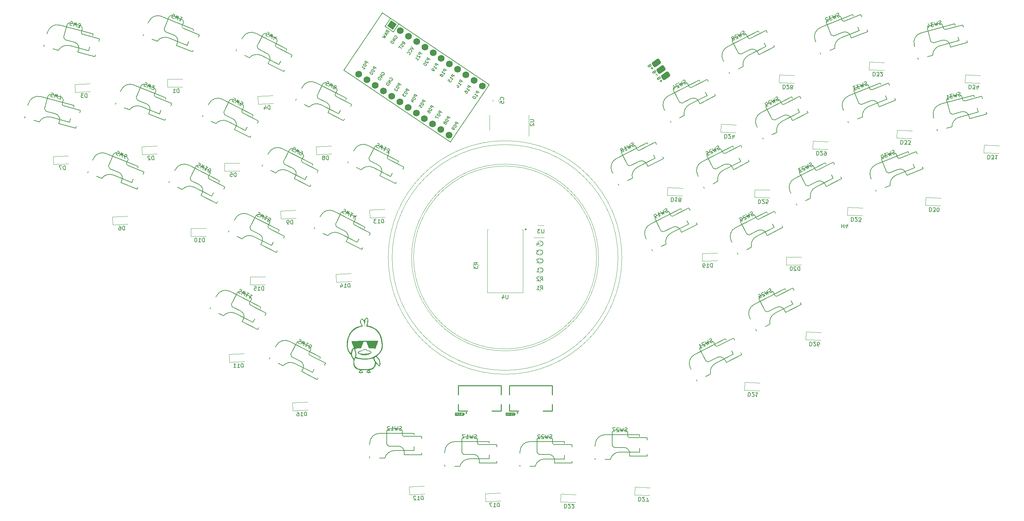
<source format=gbr>
%TF.GenerationSoftware,KiCad,Pcbnew,(6.0.4)*%
%TF.CreationDate,2022-11-04T17:16:24+01:00*%
%TF.ProjectId,Batreeq,42617472-6565-4712-9e6b-696361645f70,rev?*%
%TF.SameCoordinates,Original*%
%TF.FileFunction,Legend,Bot*%
%TF.FilePolarity,Positive*%
%FSLAX46Y46*%
G04 Gerber Fmt 4.6, Leading zero omitted, Abs format (unit mm)*
G04 Created by KiCad (PCBNEW (6.0.4)) date 2022-11-04 17:16:24*
%MOMM*%
%LPD*%
G01*
G04 APERTURE LIST*
G04 Aperture macros list*
%AMRoundRect*
0 Rectangle with rounded corners*
0 $1 Rounding radius*
0 $2 $3 $4 $5 $6 $7 $8 $9 X,Y pos of 4 corners*
0 Add a 4 corners polygon primitive as box body*
4,1,4,$2,$3,$4,$5,$6,$7,$8,$9,$2,$3,0*
0 Add four circle primitives for the rounded corners*
1,1,$1+$1,$2,$3*
1,1,$1+$1,$4,$5*
1,1,$1+$1,$6,$7*
1,1,$1+$1,$8,$9*
0 Add four rect primitives between the rounded corners*
20,1,$1+$1,$2,$3,$4,$5,0*
20,1,$1+$1,$4,$5,$6,$7,0*
20,1,$1+$1,$6,$7,$8,$9,0*
20,1,$1+$1,$8,$9,$2,$3,0*%
%AMRotRect*
0 Rectangle, with rotation*
0 The origin of the aperture is its center*
0 $1 length*
0 $2 width*
0 $3 Rotation angle, in degrees counterclockwise*
0 Add horizontal line*
21,1,$1,$2,0,0,$3*%
G04 Aperture macros list end*
%ADD10C,0.150000*%
%ADD11C,0.100000*%
%ADD12C,0.120000*%
%ADD13C,0.254000*%
%ADD14C,0.239605*%
%ADD15RoundRect,0.375000X-0.827182X-0.137458X-0.386343X-0.744220X0.827182X0.137458X0.386343X0.744220X0*%
%ADD16C,1.752600*%
%ADD17RotRect,1.752600X1.752600X326.000000*%
G04 APERTURE END LIST*
D10*
%TO.C,SW7*%
X33383425Y-56039243D02*
X33533740Y-56030221D01*
X33763722Y-56091845D01*
X33843390Y-56162491D01*
X33877062Y-56220812D01*
X33898409Y-56325129D01*
X33873760Y-56417122D01*
X33803114Y-56496791D01*
X33744792Y-56530462D01*
X33640475Y-56551809D01*
X33444164Y-56548507D01*
X33339847Y-56569854D01*
X33281525Y-56603526D01*
X33210879Y-56683194D01*
X33186230Y-56775187D01*
X33207577Y-56879505D01*
X33241249Y-56937826D01*
X33320917Y-57008472D01*
X33550899Y-57070095D01*
X33701213Y-57061073D01*
X34010864Y-57193342D02*
X34499665Y-56289040D01*
X34498781Y-57028286D01*
X34867637Y-56387638D01*
X34838800Y-57415187D01*
X35114779Y-57489136D02*
X35758730Y-57661682D01*
X35603581Y-56584833D01*
%TO.C,SW26*%
X218426695Y-107106206D02*
X218321027Y-107213491D01*
X218108883Y-107321584D01*
X218002406Y-107322392D01*
X217938359Y-107301582D01*
X217852693Y-107238343D01*
X217809456Y-107153485D01*
X217808647Y-107047009D01*
X217829457Y-106982961D01*
X217892697Y-106897295D01*
X218040794Y-106768392D01*
X218104033Y-106682726D01*
X218124843Y-106618678D01*
X218124035Y-106512202D01*
X218080798Y-106427344D01*
X217995131Y-106364105D01*
X217931084Y-106343295D01*
X217824608Y-106344103D01*
X217612463Y-106452196D01*
X217506795Y-106559481D01*
X217188174Y-106668382D02*
X217430021Y-107667482D01*
X216936026Y-107117523D01*
X217090589Y-107840430D01*
X216424455Y-107057517D01*
X216170690Y-107293705D02*
X216106642Y-107272894D01*
X216000166Y-107273703D01*
X215788021Y-107381796D01*
X215724782Y-107467462D01*
X215703972Y-107531509D01*
X215704780Y-107637986D01*
X215748017Y-107722843D01*
X215855302Y-107828511D01*
X216623872Y-108078235D01*
X216072296Y-108359277D01*
X214854586Y-107857405D02*
X215024301Y-107770930D01*
X215130778Y-107770122D01*
X215194825Y-107790932D01*
X215344539Y-107874982D01*
X215473442Y-108023079D01*
X215646391Y-108362510D01*
X215647199Y-108468986D01*
X215626389Y-108533034D01*
X215563150Y-108618700D01*
X215393434Y-108705174D01*
X215286958Y-108705982D01*
X215222910Y-108685172D01*
X215137244Y-108621933D01*
X215029151Y-108409789D01*
X215028343Y-108303312D01*
X215049153Y-108239265D01*
X215112392Y-108153599D01*
X215282108Y-108067124D01*
X215388584Y-108066316D01*
X215452632Y-108087126D01*
X215538298Y-108150365D01*
%TO.C,SW34*%
X261934887Y-38344486D02*
X261809223Y-38427457D01*
X261579240Y-38489080D01*
X261474923Y-38467733D01*
X261416602Y-38434062D01*
X261345956Y-38354393D01*
X261321306Y-38262401D01*
X261342653Y-38158083D01*
X261376325Y-38099762D01*
X261455993Y-38029116D01*
X261627654Y-37933820D01*
X261707323Y-37863175D01*
X261740994Y-37804853D01*
X261762341Y-37700536D01*
X261737692Y-37608543D01*
X261667046Y-37528875D01*
X261608725Y-37495203D01*
X261504407Y-37473856D01*
X261274425Y-37535479D01*
X261148760Y-37618450D01*
X260814460Y-37658727D02*
X260843297Y-38686276D01*
X260474440Y-38045628D01*
X260475325Y-38784874D01*
X259986524Y-37880571D01*
X259710545Y-37954520D02*
X259112591Y-38114741D01*
X259533164Y-38396440D01*
X259395174Y-38433414D01*
X259315506Y-38504060D01*
X259281834Y-38562381D01*
X259260487Y-38666699D01*
X259322111Y-38896681D01*
X259392757Y-38976349D01*
X259451078Y-39010021D01*
X259555396Y-39031368D01*
X259831375Y-38957420D01*
X259911043Y-38886774D01*
X259944715Y-38828453D01*
X258370927Y-38658561D02*
X258543473Y-39302512D01*
X258502312Y-38228966D02*
X258917165Y-38857289D01*
X258319211Y-39017511D01*
%TO.C,SW21*%
X203154027Y-119964305D02*
X203048359Y-120071590D01*
X202836215Y-120179683D01*
X202729738Y-120180491D01*
X202665691Y-120159681D01*
X202580025Y-120096442D01*
X202536788Y-120011584D01*
X202535979Y-119905108D01*
X202556789Y-119841060D01*
X202620029Y-119755394D01*
X202768126Y-119626491D01*
X202831365Y-119540825D01*
X202852175Y-119476777D01*
X202851367Y-119370301D01*
X202808130Y-119285443D01*
X202722463Y-119222204D01*
X202658416Y-119201394D01*
X202551940Y-119202202D01*
X202339795Y-119310295D01*
X202234127Y-119417580D01*
X201915506Y-119526481D02*
X202157353Y-120525581D01*
X201663358Y-119975622D01*
X201817921Y-120698529D01*
X201151787Y-119915616D01*
X200898022Y-120151804D02*
X200833974Y-120130993D01*
X200727498Y-120131802D01*
X200515353Y-120239895D01*
X200452114Y-120325561D01*
X200431304Y-120389608D01*
X200432112Y-120496085D01*
X200475349Y-120580942D01*
X200582634Y-120686610D01*
X201351204Y-120936334D01*
X200799628Y-121217376D01*
X199951051Y-121649747D02*
X200460197Y-121390324D01*
X200205624Y-121520036D02*
X199751633Y-120629029D01*
X199901347Y-120713079D01*
X200029442Y-120754699D01*
X200135918Y-120753891D01*
%TO.C,SW25*%
X205045363Y-70418483D02*
X204939695Y-70525768D01*
X204727551Y-70633861D01*
X204621074Y-70634669D01*
X204557027Y-70613859D01*
X204471361Y-70550620D01*
X204428124Y-70465762D01*
X204427315Y-70359286D01*
X204448125Y-70295238D01*
X204511365Y-70209572D01*
X204659462Y-70080669D01*
X204722701Y-69995003D01*
X204743511Y-69930955D01*
X204742703Y-69824479D01*
X204699466Y-69739621D01*
X204613799Y-69676382D01*
X204549752Y-69655572D01*
X204443276Y-69656380D01*
X204231131Y-69764473D01*
X204125463Y-69871758D01*
X203806842Y-69980659D02*
X204048689Y-70979759D01*
X203554694Y-70429800D01*
X203709257Y-71152707D01*
X203043123Y-70369794D01*
X202789358Y-70605982D02*
X202725310Y-70585171D01*
X202618834Y-70585980D01*
X202406689Y-70694073D01*
X202343450Y-70779739D01*
X202322640Y-70843786D01*
X202323448Y-70950263D01*
X202366685Y-71035120D01*
X202473970Y-71140788D01*
X203242540Y-71390512D01*
X202690964Y-71671554D01*
X201430825Y-71191300D02*
X201855114Y-70975114D01*
X202113729Y-71377785D01*
X202049681Y-71356974D01*
X201943205Y-71357783D01*
X201731060Y-71465876D01*
X201667821Y-71551542D01*
X201647011Y-71615589D01*
X201647819Y-71722066D01*
X201755912Y-71934210D01*
X201841578Y-71997449D01*
X201905626Y-72018259D01*
X202012102Y-72017451D01*
X202224247Y-71909358D01*
X202287486Y-71823692D01*
X202308296Y-71759645D01*
%TO.C,SW4*%
X88810083Y-40393471D02*
X88958988Y-40415898D01*
X89171133Y-40523991D01*
X89234372Y-40609657D01*
X89255182Y-40673705D01*
X89254374Y-40780181D01*
X89211136Y-40865039D01*
X89125470Y-40928278D01*
X89061423Y-40949088D01*
X88954947Y-40948280D01*
X88763612Y-40904235D01*
X88657136Y-40903426D01*
X88593089Y-40924237D01*
X88507423Y-40987476D01*
X88464185Y-41072333D01*
X88463377Y-41178810D01*
X88484187Y-41242857D01*
X88547426Y-41328523D01*
X88759571Y-41436616D01*
X88908476Y-41459043D01*
X89183860Y-41652802D02*
X89849995Y-40869889D01*
X89695431Y-41592796D01*
X90189426Y-41042838D01*
X89947580Y-42041937D01*
X90820201Y-42112451D02*
X91122861Y-41518447D01*
X90435108Y-42343789D02*
X90547242Y-41599263D01*
X91098818Y-41880305D01*
%TO.C,SW8*%
X104158201Y-53058093D02*
X104307106Y-53080520D01*
X104519251Y-53188613D01*
X104582490Y-53274279D01*
X104603300Y-53338327D01*
X104602492Y-53444803D01*
X104559254Y-53529661D01*
X104473588Y-53592900D01*
X104409541Y-53613710D01*
X104303065Y-53612902D01*
X104111730Y-53568857D01*
X104005254Y-53568048D01*
X103941207Y-53588859D01*
X103855541Y-53652098D01*
X103812303Y-53736955D01*
X103811495Y-53843432D01*
X103832305Y-53907479D01*
X103895544Y-53993145D01*
X104107689Y-54101238D01*
X104256594Y-54123665D01*
X104531978Y-54317424D02*
X105198113Y-53534511D01*
X105043549Y-54257418D01*
X105537544Y-53707460D01*
X105295698Y-54706559D01*
X105956983Y-54562504D02*
X105850506Y-54561695D01*
X105786459Y-54582506D01*
X105700793Y-54645745D01*
X105679174Y-54688174D01*
X105678366Y-54794650D01*
X105699176Y-54858697D01*
X105762415Y-54944364D01*
X105932131Y-55030838D01*
X106038607Y-55031646D01*
X106102655Y-55010836D01*
X106188321Y-54947597D01*
X106209939Y-54905168D01*
X106210748Y-54798692D01*
X106189937Y-54734644D01*
X106126698Y-54648978D01*
X105956983Y-54562504D01*
X105893743Y-54476838D01*
X105872933Y-54412790D01*
X105873742Y-54306314D01*
X105960216Y-54136598D01*
X106045882Y-54073359D01*
X106109929Y-54052549D01*
X106216406Y-54053357D01*
X106386121Y-54139831D01*
X106449360Y-54225497D01*
X106470171Y-54289545D01*
X106469362Y-54396021D01*
X106382888Y-54565737D01*
X106297222Y-54628976D01*
X106233175Y-54649786D01*
X106126698Y-54648978D01*
%TO.C,SW22*%
X161850455Y-144794146D02*
X161707598Y-144841765D01*
X161469503Y-144841765D01*
X161374265Y-144794146D01*
X161326646Y-144746527D01*
X161279027Y-144651289D01*
X161279027Y-144556051D01*
X161326646Y-144460813D01*
X161374265Y-144413194D01*
X161469503Y-144365575D01*
X161659979Y-144317956D01*
X161755217Y-144270337D01*
X161802836Y-144222718D01*
X161850455Y-144127480D01*
X161850455Y-144032242D01*
X161802836Y-143937004D01*
X161755217Y-143889385D01*
X161659979Y-143841765D01*
X161421884Y-143841765D01*
X161279027Y-143889385D01*
X160945693Y-143841765D02*
X160707598Y-144841765D01*
X160517122Y-144127480D01*
X160326646Y-144841765D01*
X160088551Y-143841765D01*
X159755217Y-143937004D02*
X159707598Y-143889385D01*
X159612360Y-143841765D01*
X159374265Y-143841765D01*
X159279027Y-143889385D01*
X159231408Y-143937004D01*
X159183789Y-144032242D01*
X159183789Y-144127480D01*
X159231408Y-144270337D01*
X159802836Y-144841765D01*
X159183789Y-144841765D01*
X158802836Y-143937004D02*
X158755217Y-143889385D01*
X158659979Y-143841765D01*
X158421884Y-143841765D01*
X158326646Y-143889385D01*
X158279027Y-143937004D01*
X158231408Y-144032242D01*
X158231408Y-144127480D01*
X158279027Y-144270337D01*
X158850455Y-144841765D01*
X158231408Y-144841765D01*
%TO.C,SW27*%
X181154457Y-143016147D02*
X181011600Y-143063766D01*
X180773505Y-143063766D01*
X180678267Y-143016147D01*
X180630648Y-142968528D01*
X180583029Y-142873290D01*
X180583029Y-142778052D01*
X180630648Y-142682814D01*
X180678267Y-142635195D01*
X180773505Y-142587576D01*
X180963981Y-142539957D01*
X181059219Y-142492338D01*
X181106838Y-142444719D01*
X181154457Y-142349481D01*
X181154457Y-142254243D01*
X181106838Y-142159005D01*
X181059219Y-142111386D01*
X180963981Y-142063766D01*
X180725886Y-142063766D01*
X180583029Y-142111386D01*
X180249695Y-142063766D02*
X180011600Y-143063766D01*
X179821124Y-142349481D01*
X179630648Y-143063766D01*
X179392553Y-142063766D01*
X179059219Y-142159005D02*
X179011600Y-142111386D01*
X178916362Y-142063766D01*
X178678267Y-142063766D01*
X178583029Y-142111386D01*
X178535410Y-142159005D01*
X178487791Y-142254243D01*
X178487791Y-142349481D01*
X178535410Y-142492338D01*
X179106838Y-143063766D01*
X178487791Y-143063766D01*
X178154457Y-142063766D02*
X177487791Y-142063766D01*
X177916362Y-143063766D01*
%TO.C,SW33*%
X242904487Y-53960892D02*
X242789871Y-54058558D01*
X242569113Y-54147751D01*
X242462971Y-54139276D01*
X242400981Y-54112963D01*
X242321153Y-54042498D01*
X242285476Y-53954195D01*
X242293951Y-53848053D01*
X242320264Y-53786063D01*
X242390729Y-53706234D01*
X242549497Y-53590729D01*
X242619962Y-53510901D01*
X242646275Y-53448911D01*
X242654750Y-53342769D01*
X242619073Y-53254466D01*
X242539244Y-53184001D01*
X242477254Y-53157688D01*
X242371113Y-53149213D01*
X242150355Y-53238405D01*
X242035738Y-53336072D01*
X241708838Y-53416789D02*
X241862687Y-54433165D01*
X241418504Y-53842245D01*
X241509474Y-54575872D01*
X240914109Y-53737881D01*
X240649200Y-53844911D02*
X240075229Y-54076810D01*
X240526997Y-54305154D01*
X240394542Y-54358670D01*
X240324078Y-54438498D01*
X240297764Y-54500488D01*
X240289290Y-54606630D01*
X240378482Y-54827388D01*
X240458310Y-54897853D01*
X240520300Y-54924166D01*
X240626442Y-54932641D01*
X240891351Y-54825610D01*
X240961816Y-54745782D01*
X240988130Y-54683792D01*
X239766167Y-54201679D02*
X239192197Y-54433579D01*
X239643965Y-54661923D01*
X239511510Y-54715438D01*
X239441045Y-54795266D01*
X239414732Y-54857256D01*
X239406257Y-54963398D01*
X239495449Y-55184156D01*
X239575278Y-55254621D01*
X239637268Y-55280934D01*
X239743410Y-55289409D01*
X240008319Y-55182378D01*
X240078784Y-55102550D01*
X240105097Y-55040560D01*
%TO.C,SW16*%
X96999431Y-119316856D02*
X97148336Y-119339283D01*
X97360481Y-119447376D01*
X97423720Y-119533042D01*
X97444530Y-119597090D01*
X97443722Y-119703566D01*
X97400485Y-119788424D01*
X97314819Y-119851663D01*
X97250771Y-119872473D01*
X97144295Y-119871665D01*
X96952961Y-119827620D01*
X96846484Y-119826811D01*
X96782437Y-119847622D01*
X96696771Y-119910861D01*
X96653534Y-119995718D01*
X96652725Y-120102195D01*
X96673535Y-120166242D01*
X96736775Y-120251908D01*
X96948919Y-120360001D01*
X97097824Y-120382428D01*
X97373208Y-120576187D02*
X98039343Y-119793274D01*
X97884779Y-120516181D01*
X98378774Y-119966223D01*
X98136928Y-120965322D01*
X99397067Y-120485069D02*
X98887920Y-120225646D01*
X99142494Y-120355357D02*
X98688503Y-121246364D01*
X98668501Y-121075840D01*
X98626881Y-120947745D01*
X98563642Y-120862079D01*
X99706796Y-121765210D02*
X99537081Y-121678736D01*
X99473842Y-121593070D01*
X99453031Y-121529022D01*
X99433029Y-121358498D01*
X99477075Y-121167164D01*
X99650024Y-120827733D01*
X99735690Y-120764494D01*
X99799737Y-120743684D01*
X99906214Y-120744492D01*
X100075929Y-120830966D01*
X100139168Y-120916632D01*
X100159979Y-120980680D01*
X100159170Y-121087156D01*
X100051077Y-121299301D01*
X99965411Y-121362540D01*
X99901364Y-121383350D01*
X99794887Y-121382542D01*
X99625172Y-121296067D01*
X99561933Y-121210401D01*
X99541122Y-121146354D01*
X99541931Y-121039878D01*
%TO.C,SW28*%
X211556702Y-40903828D02*
X211451034Y-41011113D01*
X211238890Y-41119206D01*
X211132413Y-41120014D01*
X211068366Y-41099204D01*
X210982700Y-41035965D01*
X210939463Y-40951107D01*
X210938654Y-40844631D01*
X210959464Y-40780583D01*
X211022704Y-40694917D01*
X211170801Y-40566014D01*
X211234040Y-40480348D01*
X211254850Y-40416300D01*
X211254042Y-40309824D01*
X211210805Y-40224966D01*
X211125138Y-40161727D01*
X211061091Y-40140917D01*
X210954615Y-40141725D01*
X210742470Y-40249818D01*
X210636802Y-40357103D01*
X210318181Y-40466004D02*
X210560028Y-41465104D01*
X210066033Y-40915145D01*
X210220596Y-41638052D01*
X209554462Y-40855139D01*
X209300697Y-41091327D02*
X209236649Y-41070516D01*
X209130173Y-41071325D01*
X208918028Y-41179418D01*
X208854789Y-41265084D01*
X208833979Y-41329131D01*
X208834787Y-41435608D01*
X208878024Y-41520465D01*
X208985309Y-41626133D01*
X209753879Y-41875857D01*
X209202303Y-42156899D01*
X208433734Y-41907175D02*
X208496973Y-41821509D01*
X208517783Y-41757462D01*
X208516975Y-41650985D01*
X208495356Y-41608556D01*
X208409690Y-41545317D01*
X208345643Y-41524507D01*
X208239166Y-41525315D01*
X208069451Y-41611790D01*
X208006211Y-41697456D01*
X207985401Y-41761503D01*
X207986210Y-41867980D01*
X208007828Y-41910408D01*
X208093494Y-41973648D01*
X208157542Y-41994458D01*
X208264018Y-41993650D01*
X208433734Y-41907175D01*
X208540210Y-41906367D01*
X208604257Y-41927177D01*
X208689923Y-41990416D01*
X208776398Y-42160132D01*
X208777206Y-42266608D01*
X208756396Y-42330656D01*
X208693157Y-42416322D01*
X208523441Y-42502796D01*
X208416965Y-42503604D01*
X208352917Y-42482794D01*
X208267251Y-42419555D01*
X208180777Y-42249839D01*
X208179969Y-42143363D01*
X208200779Y-42079316D01*
X208264018Y-41993650D01*
%TO.C,SW5*%
X80184267Y-57322595D02*
X80333172Y-57345022D01*
X80545317Y-57453115D01*
X80608556Y-57538781D01*
X80629366Y-57602829D01*
X80628558Y-57709305D01*
X80585320Y-57794163D01*
X80499654Y-57857402D01*
X80435607Y-57878212D01*
X80329131Y-57877404D01*
X80137796Y-57833359D01*
X80031320Y-57832550D01*
X79967273Y-57853361D01*
X79881607Y-57916600D01*
X79838369Y-58001457D01*
X79837561Y-58107934D01*
X79858371Y-58171981D01*
X79921610Y-58257647D01*
X80133755Y-58365740D01*
X80282660Y-58388167D01*
X80558044Y-58581926D02*
X81224179Y-57799013D01*
X81069615Y-58521920D01*
X81563610Y-57971962D01*
X81321764Y-58971061D01*
X82085483Y-59360196D02*
X81661195Y-59144010D01*
X81834952Y-58698102D01*
X81855762Y-58762150D01*
X81919001Y-58847816D01*
X82131146Y-58955909D01*
X82237622Y-58956717D01*
X82301669Y-58935907D01*
X82387335Y-58872668D01*
X82495428Y-58660523D01*
X82496237Y-58554047D01*
X82475426Y-58489999D01*
X82412187Y-58404333D01*
X82200043Y-58296240D01*
X82093567Y-58295432D01*
X82029519Y-58316242D01*
%TO.C,SW15*%
X86482273Y-86700157D02*
X86631178Y-86722584D01*
X86843323Y-86830677D01*
X86906562Y-86916343D01*
X86927372Y-86980391D01*
X86926564Y-87086867D01*
X86883327Y-87171725D01*
X86797661Y-87234964D01*
X86733613Y-87255774D01*
X86627137Y-87254966D01*
X86435803Y-87210921D01*
X86329326Y-87210112D01*
X86265279Y-87230923D01*
X86179613Y-87294162D01*
X86136376Y-87379019D01*
X86135567Y-87485496D01*
X86156377Y-87549543D01*
X86219617Y-87635209D01*
X86431761Y-87743302D01*
X86580666Y-87765729D01*
X86856050Y-87959488D02*
X87522185Y-87176575D01*
X87367621Y-87899482D01*
X87861616Y-87349524D01*
X87619770Y-88348623D01*
X88879909Y-87868370D02*
X88370762Y-87608947D01*
X88625336Y-87738658D02*
X88171345Y-88629665D01*
X88151343Y-88459141D01*
X88109723Y-88331046D01*
X88046484Y-88245380D01*
X89232067Y-89170130D02*
X88807778Y-88953944D01*
X88981536Y-88508036D01*
X89002346Y-88572084D01*
X89065585Y-88657750D01*
X89277729Y-88765843D01*
X89384206Y-88766651D01*
X89448253Y-88745841D01*
X89533919Y-88682602D01*
X89642012Y-88470457D01*
X89642821Y-88363981D01*
X89622010Y-88299933D01*
X89558771Y-88214267D01*
X89346627Y-88106174D01*
X89240150Y-88105366D01*
X89176103Y-88126176D01*
%TO.C,SW31*%
X266861111Y-56704534D02*
X266735447Y-56787505D01*
X266505464Y-56849128D01*
X266401147Y-56827781D01*
X266342826Y-56794110D01*
X266272180Y-56714441D01*
X266247530Y-56622449D01*
X266268877Y-56518131D01*
X266302549Y-56459810D01*
X266382217Y-56389164D01*
X266553878Y-56293868D01*
X266633547Y-56223223D01*
X266667218Y-56164901D01*
X266688565Y-56060584D01*
X266663916Y-55968591D01*
X266593270Y-55888923D01*
X266534949Y-55855251D01*
X266430631Y-55833904D01*
X266200649Y-55895527D01*
X266074984Y-55978498D01*
X265740684Y-56018775D02*
X265769521Y-57046324D01*
X265400664Y-56405676D01*
X265401549Y-57144922D01*
X264912748Y-56240619D01*
X264636769Y-56314568D02*
X264038815Y-56474789D01*
X264459388Y-56756488D01*
X264321398Y-56793462D01*
X264241730Y-56864108D01*
X264208058Y-56922429D01*
X264186711Y-57026747D01*
X264248335Y-57256729D01*
X264318981Y-57336397D01*
X264377302Y-57370069D01*
X264481620Y-57391416D01*
X264757599Y-57317468D01*
X264837267Y-57246822D01*
X264870939Y-57188501D01*
X263377705Y-57687209D02*
X263929662Y-57539313D01*
X263653683Y-57613261D02*
X263394864Y-56647335D01*
X263523831Y-56760675D01*
X263640474Y-56828019D01*
X263744791Y-56849366D01*
%TO.C,SW23*%
X228808339Y-74762075D02*
X228702671Y-74869360D01*
X228490527Y-74977453D01*
X228384050Y-74978261D01*
X228320003Y-74957451D01*
X228234337Y-74894212D01*
X228191100Y-74809354D01*
X228190291Y-74702878D01*
X228211101Y-74638830D01*
X228274341Y-74553164D01*
X228422438Y-74424261D01*
X228485677Y-74338595D01*
X228506487Y-74274547D01*
X228505679Y-74168071D01*
X228462442Y-74083213D01*
X228376775Y-74019974D01*
X228312728Y-73999164D01*
X228206252Y-73999972D01*
X227994107Y-74108065D01*
X227888439Y-74215350D01*
X227569818Y-74324251D02*
X227811665Y-75323351D01*
X227317670Y-74773392D01*
X227472233Y-75496299D01*
X226806099Y-74713386D01*
X226552334Y-74949574D02*
X226488286Y-74928763D01*
X226381810Y-74929572D01*
X226169665Y-75037665D01*
X226106426Y-75123331D01*
X226085616Y-75187378D01*
X226086424Y-75293855D01*
X226129661Y-75378712D01*
X226236946Y-75484380D01*
X227005516Y-75734104D01*
X226453940Y-76015146D01*
X225702948Y-75275469D02*
X225151372Y-75556511D01*
X225621323Y-75744612D01*
X225494036Y-75809468D01*
X225430797Y-75895134D01*
X225409987Y-75959181D01*
X225410795Y-76065658D01*
X225518888Y-76277802D01*
X225604554Y-76341041D01*
X225668602Y-76361851D01*
X225775078Y-76361043D01*
X226029651Y-76231332D01*
X226092891Y-76145665D01*
X226113701Y-76081618D01*
%TO.C,SW6*%
X50297911Y-70999557D02*
X50448204Y-71008921D01*
X50668962Y-71098113D01*
X50739427Y-71177941D01*
X50765740Y-71239931D01*
X50774215Y-71346073D01*
X50738538Y-71434376D01*
X50658710Y-71504841D01*
X50596720Y-71531154D01*
X50490578Y-71539629D01*
X50296133Y-71512427D01*
X50189992Y-71520902D01*
X50128002Y-71547215D01*
X50048173Y-71617680D01*
X50012496Y-71705983D01*
X50020971Y-71812125D01*
X50047284Y-71874115D01*
X50117749Y-71953943D01*
X50338507Y-72043135D01*
X50488800Y-72052499D01*
X50780023Y-72221519D02*
X51375388Y-71383528D01*
X51284418Y-72117155D01*
X51728601Y-71526235D01*
X51574752Y-72542611D01*
X52325330Y-72845864D02*
X52148723Y-72774510D01*
X52078258Y-72694682D01*
X52051945Y-72632692D01*
X52017157Y-72464560D01*
X52044359Y-72270115D01*
X52187067Y-71916902D01*
X52266895Y-71846437D01*
X52328885Y-71820124D01*
X52435027Y-71811649D01*
X52611633Y-71883003D01*
X52682098Y-71962831D01*
X52708411Y-72024821D01*
X52716886Y-72130963D01*
X52627694Y-72351721D01*
X52547865Y-72422186D01*
X52485875Y-72448499D01*
X52379734Y-72456974D01*
X52203127Y-72385620D01*
X52132662Y-72305792D01*
X52106349Y-72243802D01*
X52097874Y-72137660D01*
%TO.C,SW12*%
X123244869Y-142674148D02*
X123102012Y-142721767D01*
X122863917Y-142721767D01*
X122768679Y-142674148D01*
X122721060Y-142626529D01*
X122673441Y-142531291D01*
X122673441Y-142436053D01*
X122721060Y-142340815D01*
X122768679Y-142293196D01*
X122863917Y-142245577D01*
X123054393Y-142197958D01*
X123149631Y-142150339D01*
X123197250Y-142102720D01*
X123244869Y-142007482D01*
X123244869Y-141912244D01*
X123197250Y-141817006D01*
X123149631Y-141769387D01*
X123054393Y-141721767D01*
X122816298Y-141721767D01*
X122673441Y-141769387D01*
X122340107Y-141721767D02*
X122102012Y-142721767D01*
X121911536Y-142007482D01*
X121721060Y-142721767D01*
X121482965Y-141721767D01*
X120578203Y-142721767D02*
X121149631Y-142721767D01*
X120863917Y-142721767D02*
X120863917Y-141721767D01*
X120959155Y-141864625D01*
X121054393Y-141959863D01*
X121149631Y-142007482D01*
X120197250Y-141817006D02*
X120149631Y-141769387D01*
X120054393Y-141721767D01*
X119816298Y-141721767D01*
X119721060Y-141769387D01*
X119673441Y-141817006D01*
X119625822Y-141912244D01*
X119625822Y-142007482D01*
X119673441Y-142150339D01*
X120244869Y-142721767D01*
X119625822Y-142721767D01*
%TO.C,SW1*%
X64532960Y-35766571D02*
X64683253Y-35775935D01*
X64904011Y-35865127D01*
X64974476Y-35944955D01*
X65000789Y-36006945D01*
X65009264Y-36113087D01*
X64973587Y-36201390D01*
X64893759Y-36271855D01*
X64831769Y-36298168D01*
X64725627Y-36306643D01*
X64531182Y-36279441D01*
X64425041Y-36287916D01*
X64363051Y-36314229D01*
X64283222Y-36384694D01*
X64247545Y-36472997D01*
X64256020Y-36579139D01*
X64282333Y-36641129D01*
X64352798Y-36720957D01*
X64573556Y-36810149D01*
X64723849Y-36819513D01*
X65015072Y-36988533D02*
X65610437Y-36150542D01*
X65519467Y-36884169D01*
X65963650Y-36293249D01*
X65809801Y-37309625D01*
X67023289Y-36721371D02*
X66493469Y-36507310D01*
X66758379Y-36614340D02*
X66383772Y-37541524D01*
X66348984Y-37373392D01*
X66296358Y-37249412D01*
X66225893Y-37169584D01*
%TO.C,SW11*%
X81726761Y-106458753D02*
X81875666Y-106481180D01*
X82087811Y-106589273D01*
X82151050Y-106674939D01*
X82171860Y-106738987D01*
X82171052Y-106845463D01*
X82127815Y-106930321D01*
X82042149Y-106993560D01*
X81978101Y-107014370D01*
X81871625Y-107013562D01*
X81680291Y-106969517D01*
X81573814Y-106968708D01*
X81509767Y-106989519D01*
X81424101Y-107052758D01*
X81380864Y-107137615D01*
X81380055Y-107244092D01*
X81400865Y-107308139D01*
X81464105Y-107393805D01*
X81676249Y-107501898D01*
X81825154Y-107524325D01*
X82100538Y-107718084D02*
X82766673Y-106935171D01*
X82612109Y-107658078D01*
X83106104Y-107108120D01*
X82864258Y-108107219D01*
X84124397Y-107626966D02*
X83615250Y-107367543D01*
X83869824Y-107497254D02*
X83415833Y-108388261D01*
X83395831Y-108217737D01*
X83354211Y-108089642D01*
X83290972Y-108003976D01*
X84972975Y-108059338D02*
X84463828Y-107799915D01*
X84718401Y-107929626D02*
X84264411Y-108820633D01*
X84244409Y-108650109D01*
X84202788Y-108522014D01*
X84139549Y-108436348D01*
%TO.C,SW19*%
X191693763Y-86536175D02*
X191588095Y-86643460D01*
X191375951Y-86751553D01*
X191269474Y-86752361D01*
X191205427Y-86731551D01*
X191119761Y-86668312D01*
X191076524Y-86583454D01*
X191075715Y-86476978D01*
X191096525Y-86412930D01*
X191159765Y-86327264D01*
X191307862Y-86198361D01*
X191371101Y-86112695D01*
X191391911Y-86048647D01*
X191391103Y-85942171D01*
X191347866Y-85857313D01*
X191262199Y-85794074D01*
X191198152Y-85773264D01*
X191091676Y-85774072D01*
X190879531Y-85882165D01*
X190773863Y-85989450D01*
X190455242Y-86098351D02*
X190697089Y-87097451D01*
X190203094Y-86547492D01*
X190357657Y-87270399D01*
X189691523Y-86487486D01*
X189339364Y-87789246D02*
X189848511Y-87529822D01*
X189593938Y-87659534D02*
X189139947Y-86768527D01*
X189289661Y-86852577D01*
X189417756Y-86894198D01*
X189524232Y-86893389D01*
X188915075Y-88005432D02*
X188745360Y-88091906D01*
X188638884Y-88092714D01*
X188574836Y-88071904D01*
X188425123Y-87987854D01*
X188296219Y-87839758D01*
X188123271Y-87500327D01*
X188122462Y-87393850D01*
X188143272Y-87329803D01*
X188206512Y-87244137D01*
X188376227Y-87157662D01*
X188482704Y-87156854D01*
X188546751Y-87177664D01*
X188632417Y-87240903D01*
X188740510Y-87453048D01*
X188741318Y-87559524D01*
X188720508Y-87623572D01*
X188657269Y-87709238D01*
X188487553Y-87795712D01*
X188381077Y-87796520D01*
X188317030Y-87775710D01*
X188231363Y-87712471D01*
%TO.C,SW3*%
X38293476Y-37668852D02*
X38443791Y-37659830D01*
X38673773Y-37721454D01*
X38753441Y-37792100D01*
X38787113Y-37850421D01*
X38808460Y-37954738D01*
X38783811Y-38046731D01*
X38713165Y-38126400D01*
X38654843Y-38160071D01*
X38550526Y-38181418D01*
X38354215Y-38178116D01*
X38249898Y-38199463D01*
X38191576Y-38233135D01*
X38120930Y-38312803D01*
X38096281Y-38404796D01*
X38117628Y-38509114D01*
X38151300Y-38567435D01*
X38230968Y-38638081D01*
X38460950Y-38699704D01*
X38611264Y-38690682D01*
X38920915Y-38822951D02*
X39409716Y-37918649D01*
X39408832Y-38657895D01*
X39777688Y-38017247D01*
X39748851Y-39044796D01*
X40024830Y-39118745D02*
X40622784Y-39278966D01*
X40399407Y-38824721D01*
X40537396Y-38861695D01*
X40641714Y-38840348D01*
X40700035Y-38806677D01*
X40770681Y-38727008D01*
X40832305Y-38497026D01*
X40810958Y-38392708D01*
X40777286Y-38334387D01*
X40697618Y-38263741D01*
X40421639Y-38189793D01*
X40317321Y-38211140D01*
X40259000Y-38244812D01*
%TO.C,SW10*%
X71134156Y-74035534D02*
X71283061Y-74057961D01*
X71495206Y-74166054D01*
X71558445Y-74251720D01*
X71579255Y-74315768D01*
X71578447Y-74422244D01*
X71535210Y-74507102D01*
X71449544Y-74570341D01*
X71385496Y-74591151D01*
X71279020Y-74590343D01*
X71087686Y-74546298D01*
X70981209Y-74545489D01*
X70917162Y-74566300D01*
X70831496Y-74629539D01*
X70788259Y-74714396D01*
X70787450Y-74820873D01*
X70808260Y-74884920D01*
X70871500Y-74970586D01*
X71083644Y-75078679D01*
X71232549Y-75101106D01*
X71507933Y-75294865D02*
X72174068Y-74511952D01*
X72019504Y-75234859D01*
X72513499Y-74684901D01*
X72271653Y-75684000D01*
X73531792Y-75203747D02*
X73022645Y-74944324D01*
X73277219Y-75074035D02*
X72823228Y-75965042D01*
X72803226Y-75794518D01*
X72761606Y-75666423D01*
X72698367Y-75580757D01*
X73629377Y-76375795D02*
X73714235Y-76419032D01*
X73820711Y-76419841D01*
X73884759Y-76399030D01*
X73970425Y-76335791D01*
X74099328Y-76187694D01*
X74207421Y-75975550D01*
X74251466Y-75784216D01*
X74252275Y-75677739D01*
X74231464Y-75613692D01*
X74168225Y-75528026D01*
X74083367Y-75484789D01*
X73976891Y-75483980D01*
X73912844Y-75504791D01*
X73827178Y-75568030D01*
X73698274Y-75716127D01*
X73590181Y-75928271D01*
X73546136Y-76119605D01*
X73545328Y-76226082D01*
X73566138Y-76290129D01*
X73629377Y-76375795D01*
%TO.C,SW32*%
X235786963Y-36344401D02*
X235672347Y-36442067D01*
X235451589Y-36531260D01*
X235345447Y-36522785D01*
X235283457Y-36496472D01*
X235203629Y-36426007D01*
X235167952Y-36337704D01*
X235176427Y-36231562D01*
X235202740Y-36169572D01*
X235273205Y-36089743D01*
X235431973Y-35974238D01*
X235502438Y-35894410D01*
X235528751Y-35832420D01*
X235537226Y-35726278D01*
X235501549Y-35637975D01*
X235421720Y-35567510D01*
X235359730Y-35541197D01*
X235253589Y-35532722D01*
X235032831Y-35621914D01*
X234918214Y-35719581D01*
X234591314Y-35800298D02*
X234745163Y-36816674D01*
X234300980Y-36225754D01*
X234391950Y-36959381D01*
X233796585Y-36121390D01*
X233531676Y-36228420D02*
X232957705Y-36460319D01*
X233409473Y-36688663D01*
X233277018Y-36742179D01*
X233206554Y-36822007D01*
X233180240Y-36883997D01*
X233171766Y-36990139D01*
X233260958Y-37210897D01*
X233340786Y-37281362D01*
X233402776Y-37307675D01*
X233508918Y-37316150D01*
X233773827Y-37209119D01*
X233844292Y-37129291D01*
X233870606Y-37067301D01*
X232640169Y-36691330D02*
X232578179Y-36665017D01*
X232472037Y-36656542D01*
X232251279Y-36745734D01*
X232180814Y-36825562D01*
X232154501Y-36887552D01*
X232146026Y-36993694D01*
X232181703Y-37081997D01*
X232279370Y-37196614D01*
X233023250Y-37512372D01*
X232449279Y-37744271D01*
%TO.C,PAD1*%
X189338033Y-52327174D02*
X189436028Y-52397241D01*
X189489240Y-52405669D01*
X189573271Y-52391705D01*
X189665730Y-52324529D01*
X189704978Y-52248926D01*
X189713405Y-52195715D01*
X189699442Y-52111683D01*
X189520307Y-51865126D01*
X188873093Y-52335354D01*
X189029836Y-52551092D01*
X189105439Y-52590339D01*
X189158651Y-52598767D01*
X189242682Y-52584803D01*
X189304322Y-52540020D01*
X189343569Y-52464416D01*
X189351997Y-52411205D01*
X189338033Y-52327174D01*
X189181290Y-52111436D01*
X189743978Y-52691474D02*
X190102247Y-53184589D01*
X190169670Y-52758897D02*
X189676555Y-53117166D01*
X186986892Y-49091106D02*
X187084887Y-49161173D01*
X187138099Y-49169601D01*
X187222130Y-49155637D01*
X187314589Y-49088461D01*
X187353837Y-49012858D01*
X187362264Y-48959647D01*
X187348301Y-48875615D01*
X187169166Y-48629058D01*
X186521952Y-49099286D01*
X186678695Y-49315024D01*
X186754298Y-49354271D01*
X186807510Y-49362699D01*
X186891541Y-49348735D01*
X186953181Y-49303952D01*
X186992428Y-49228348D01*
X187000856Y-49175137D01*
X186986892Y-49091106D01*
X186830149Y-48875368D01*
X187392837Y-49455406D02*
X187751106Y-49948521D01*
X187818529Y-49522829D02*
X187325414Y-49881098D01*
X188162462Y-50709140D02*
X188260457Y-50779207D01*
X188313669Y-50787635D01*
X188397700Y-50773671D01*
X188490159Y-50706495D01*
X188529407Y-50630892D01*
X188537834Y-50577681D01*
X188523871Y-50493649D01*
X188344736Y-50247092D01*
X187697522Y-50717320D01*
X187854265Y-50933058D01*
X187929868Y-50972305D01*
X187983080Y-50980733D01*
X188067111Y-50966769D01*
X188128751Y-50921986D01*
X188167998Y-50846382D01*
X188176426Y-50793171D01*
X188162462Y-50709140D01*
X188005719Y-50493402D01*
X188568407Y-51073440D02*
X188926676Y-51566555D01*
%TO.C,SW9*%
X95532379Y-69987218D02*
X95681284Y-70009645D01*
X95893429Y-70117738D01*
X95956668Y-70203404D01*
X95977478Y-70267452D01*
X95976670Y-70373928D01*
X95933432Y-70458786D01*
X95847766Y-70522025D01*
X95783719Y-70542835D01*
X95677243Y-70542027D01*
X95485908Y-70497982D01*
X95379432Y-70497173D01*
X95315385Y-70517984D01*
X95229719Y-70581223D01*
X95186481Y-70666080D01*
X95185673Y-70772557D01*
X95206483Y-70836604D01*
X95269722Y-70922270D01*
X95481867Y-71030363D01*
X95630772Y-71052790D01*
X95906156Y-71246549D02*
X96572291Y-70463636D01*
X96417727Y-71186543D01*
X96911722Y-70636585D01*
X96669876Y-71635684D01*
X97505726Y-70939245D02*
X97675442Y-71025719D01*
X97738681Y-71111385D01*
X97759491Y-71175433D01*
X97779493Y-71345957D01*
X97735447Y-71537291D01*
X97562499Y-71876722D01*
X97476833Y-71939961D01*
X97412785Y-71960771D01*
X97306309Y-71959963D01*
X97136593Y-71873489D01*
X97073354Y-71787822D01*
X97052544Y-71723775D01*
X97053352Y-71617299D01*
X97161445Y-71405154D01*
X97247111Y-71341915D01*
X97311159Y-71321105D01*
X97417635Y-71321913D01*
X97587351Y-71408387D01*
X97650590Y-71494054D01*
X97671400Y-71558101D01*
X97670592Y-71664577D01*
%TO.C,SW13*%
X117085512Y-68959601D02*
X117234417Y-68982028D01*
X117446562Y-69090121D01*
X117509801Y-69175787D01*
X117530611Y-69239835D01*
X117529803Y-69346311D01*
X117486566Y-69431169D01*
X117400900Y-69494408D01*
X117336852Y-69515218D01*
X117230376Y-69514410D01*
X117039042Y-69470365D01*
X116932565Y-69469556D01*
X116868518Y-69490367D01*
X116782852Y-69553606D01*
X116739615Y-69638463D01*
X116738806Y-69744940D01*
X116759616Y-69808987D01*
X116822856Y-69894653D01*
X117035000Y-70002746D01*
X117183905Y-70025173D01*
X117459289Y-70218932D02*
X118125424Y-69436019D01*
X117970860Y-70158926D01*
X118464855Y-69608968D01*
X118223009Y-70608067D01*
X119483148Y-70127814D02*
X118974001Y-69868391D01*
X119228575Y-69998102D02*
X118774584Y-70889109D01*
X118754582Y-70718585D01*
X118712962Y-70590490D01*
X118649723Y-70504824D01*
X119326160Y-71170151D02*
X119877735Y-71451192D01*
X119753682Y-70960431D01*
X119880968Y-71025287D01*
X119987445Y-71026095D01*
X120051492Y-71005285D01*
X120137158Y-70942046D01*
X120245251Y-70729901D01*
X120246060Y-70623425D01*
X120225249Y-70559377D01*
X120162010Y-70473711D01*
X119907437Y-70344000D01*
X119800960Y-70343191D01*
X119736913Y-70364002D01*
%TO.C,SW18*%
X183067945Y-69607050D02*
X182962277Y-69714335D01*
X182750133Y-69822428D01*
X182643656Y-69823236D01*
X182579609Y-69802426D01*
X182493943Y-69739187D01*
X182450706Y-69654329D01*
X182449897Y-69547853D01*
X182470707Y-69483805D01*
X182533947Y-69398139D01*
X182682044Y-69269236D01*
X182745283Y-69183570D01*
X182766093Y-69119522D01*
X182765285Y-69013046D01*
X182722048Y-68928188D01*
X182636381Y-68864949D01*
X182572334Y-68844139D01*
X182465858Y-68844947D01*
X182253713Y-68953040D01*
X182148045Y-69060325D01*
X181829424Y-69169226D02*
X182071271Y-70168326D01*
X181577276Y-69618367D01*
X181731839Y-70341274D01*
X181065705Y-69558361D01*
X180713546Y-70860121D02*
X181222693Y-70600697D01*
X180968120Y-70730409D02*
X180514129Y-69839402D01*
X180663843Y-69923452D01*
X180791938Y-69965073D01*
X180898414Y-69964264D01*
X179944977Y-70610397D02*
X180008216Y-70524731D01*
X180029026Y-70460684D01*
X180028218Y-70354207D01*
X180006599Y-70311778D01*
X179920933Y-70248539D01*
X179856886Y-70227729D01*
X179750409Y-70228537D01*
X179580694Y-70315012D01*
X179517454Y-70400678D01*
X179496644Y-70464725D01*
X179497453Y-70571202D01*
X179519071Y-70613630D01*
X179604737Y-70676870D01*
X179668785Y-70697680D01*
X179775261Y-70696872D01*
X179944977Y-70610397D01*
X180051453Y-70609589D01*
X180115500Y-70630399D01*
X180201166Y-70693638D01*
X180287641Y-70863354D01*
X180288449Y-70969830D01*
X180267639Y-71033878D01*
X180204400Y-71119544D01*
X180034684Y-71206018D01*
X179928208Y-71206826D01*
X179864160Y-71186016D01*
X179778494Y-71122777D01*
X179692020Y-70953061D01*
X179691212Y-70846585D01*
X179712022Y-70782538D01*
X179775261Y-70696872D01*
%TO.C,SW24*%
X196419548Y-53489358D02*
X196313880Y-53596643D01*
X196101736Y-53704736D01*
X195995259Y-53705544D01*
X195931212Y-53684734D01*
X195845546Y-53621495D01*
X195802309Y-53536637D01*
X195801500Y-53430161D01*
X195822310Y-53366113D01*
X195885550Y-53280447D01*
X196033647Y-53151544D01*
X196096886Y-53065878D01*
X196117696Y-53001830D01*
X196116888Y-52895354D01*
X196073651Y-52810496D01*
X195987984Y-52747257D01*
X195923937Y-52726447D01*
X195817461Y-52727255D01*
X195605316Y-52835348D01*
X195499648Y-52942633D01*
X195181027Y-53051534D02*
X195422874Y-54050634D01*
X194928879Y-53500675D01*
X195083442Y-54223582D01*
X194417308Y-53440669D01*
X194163543Y-53676857D02*
X194099495Y-53656046D01*
X193993019Y-53656855D01*
X193780874Y-53764948D01*
X193717635Y-53850614D01*
X193696825Y-53914661D01*
X193697633Y-54021138D01*
X193740870Y-54105995D01*
X193848155Y-54211663D01*
X194616725Y-54461387D01*
X194065149Y-54742429D01*
X192998769Y-54537559D02*
X193301429Y-55131563D01*
X193037965Y-54090035D02*
X193574388Y-54618375D01*
X193022813Y-54899417D01*
%TO.C,SW17*%
X142524867Y-144790839D02*
X142382010Y-144838458D01*
X142143915Y-144838458D01*
X142048677Y-144790839D01*
X142001058Y-144743220D01*
X141953439Y-144647982D01*
X141953439Y-144552744D01*
X142001058Y-144457506D01*
X142048677Y-144409887D01*
X142143915Y-144362268D01*
X142334391Y-144314649D01*
X142429629Y-144267030D01*
X142477248Y-144219411D01*
X142524867Y-144124173D01*
X142524867Y-144028935D01*
X142477248Y-143933697D01*
X142429629Y-143886078D01*
X142334391Y-143838458D01*
X142096296Y-143838458D01*
X141953439Y-143886078D01*
X141620105Y-143838458D02*
X141382010Y-144838458D01*
X141191534Y-144124173D01*
X141001058Y-144838458D01*
X140762963Y-143838458D01*
X139858201Y-144838458D02*
X140429629Y-144838458D01*
X140143915Y-144838458D02*
X140143915Y-143838458D01*
X140239153Y-143981316D01*
X140334391Y-144076554D01*
X140429629Y-144124173D01*
X139524867Y-143838458D02*
X138858201Y-143838458D01*
X139286772Y-144838458D01*
%TO.C,SW29*%
X220182522Y-57832954D02*
X220076854Y-57940239D01*
X219864710Y-58048332D01*
X219758233Y-58049140D01*
X219694186Y-58028330D01*
X219608520Y-57965091D01*
X219565283Y-57880233D01*
X219564474Y-57773757D01*
X219585284Y-57709709D01*
X219648524Y-57624043D01*
X219796621Y-57495140D01*
X219859860Y-57409474D01*
X219880670Y-57345426D01*
X219879862Y-57238950D01*
X219836625Y-57154092D01*
X219750958Y-57090853D01*
X219686911Y-57070043D01*
X219580435Y-57070851D01*
X219368290Y-57178944D01*
X219262622Y-57286229D01*
X218944001Y-57395130D02*
X219185848Y-58394230D01*
X218691853Y-57844271D01*
X218846416Y-58567178D01*
X218180282Y-57784265D01*
X217926517Y-58020453D02*
X217862469Y-57999642D01*
X217755993Y-58000451D01*
X217543848Y-58108544D01*
X217480609Y-58194210D01*
X217459799Y-58258257D01*
X217460607Y-58364734D01*
X217503844Y-58449591D01*
X217611129Y-58555259D01*
X218379699Y-58804983D01*
X217828123Y-59086025D01*
X217403834Y-59302211D02*
X217234119Y-59388685D01*
X217127643Y-59389493D01*
X217063595Y-59368683D01*
X216913882Y-59284633D01*
X216784978Y-59136537D01*
X216612030Y-58797106D01*
X216611221Y-58690629D01*
X216632031Y-58626582D01*
X216695271Y-58540916D01*
X216864986Y-58454441D01*
X216971463Y-58453633D01*
X217035510Y-58474443D01*
X217121176Y-58537682D01*
X217229269Y-58749827D01*
X217230077Y-58856303D01*
X217209267Y-58920351D01*
X217146028Y-59006017D01*
X216976312Y-59092491D01*
X216869836Y-59093299D01*
X216805789Y-59072489D01*
X216720122Y-59009250D01*
%TO.C,SW30*%
X250022012Y-71577387D02*
X249907396Y-71675053D01*
X249686638Y-71764246D01*
X249580496Y-71755771D01*
X249518506Y-71729458D01*
X249438678Y-71658993D01*
X249403001Y-71570690D01*
X249411476Y-71464548D01*
X249437789Y-71402558D01*
X249508254Y-71322729D01*
X249667022Y-71207224D01*
X249737487Y-71127396D01*
X249763800Y-71065406D01*
X249772275Y-70959264D01*
X249736598Y-70870961D01*
X249656769Y-70800496D01*
X249594779Y-70774183D01*
X249488638Y-70765708D01*
X249267880Y-70854900D01*
X249153263Y-70952567D01*
X248826363Y-71033284D02*
X248980212Y-72049660D01*
X248536029Y-71458740D01*
X248626999Y-72192367D01*
X248031634Y-71354376D01*
X247766725Y-71461406D02*
X247192754Y-71693305D01*
X247644522Y-71921649D01*
X247512067Y-71975165D01*
X247441603Y-72054993D01*
X247415289Y-72116983D01*
X247406815Y-72223125D01*
X247496007Y-72443883D01*
X247575835Y-72514348D01*
X247637825Y-72540661D01*
X247743967Y-72549136D01*
X248008876Y-72442105D01*
X248079341Y-72362277D01*
X248105655Y-72300287D01*
X246618783Y-71925205D02*
X246530480Y-71960881D01*
X246460015Y-72040710D01*
X246433702Y-72102700D01*
X246425227Y-72208842D01*
X246452429Y-72403286D01*
X246541621Y-72624044D01*
X246657126Y-72782813D01*
X246736955Y-72853277D01*
X246798945Y-72879591D01*
X246905086Y-72888065D01*
X246993389Y-72852389D01*
X247063854Y-72772560D01*
X247090167Y-72710570D01*
X247098642Y-72604428D01*
X247071440Y-72409984D01*
X246982248Y-72189225D01*
X246866743Y-72030457D01*
X246786914Y-71959993D01*
X246724924Y-71933679D01*
X246618783Y-71925205D01*
%TO.C,SW2*%
X57415725Y-53383472D02*
X57566018Y-53392836D01*
X57786776Y-53482028D01*
X57857241Y-53561856D01*
X57883554Y-53623846D01*
X57892029Y-53729988D01*
X57856352Y-53818291D01*
X57776524Y-53888756D01*
X57714534Y-53915069D01*
X57608392Y-53923544D01*
X57413947Y-53896342D01*
X57307806Y-53904817D01*
X57245816Y-53931130D01*
X57165987Y-54001595D01*
X57130310Y-54089898D01*
X57138785Y-54196040D01*
X57165098Y-54258030D01*
X57235563Y-54337858D01*
X57456321Y-54427050D01*
X57606614Y-54436414D01*
X57897837Y-54605434D02*
X58493202Y-53767443D01*
X58402232Y-54501070D01*
X58846415Y-53910150D01*
X58692566Y-54926526D01*
X59037304Y-54963091D02*
X59063618Y-55025081D01*
X59134082Y-55104910D01*
X59354840Y-55194102D01*
X59460982Y-55185627D01*
X59522972Y-55159314D01*
X59602801Y-55088849D01*
X59638477Y-55000546D01*
X59647841Y-54850253D01*
X59332083Y-54106372D01*
X59906054Y-54338272D01*
%TO.C,SW20*%
X213671183Y-87347609D02*
X213565515Y-87454894D01*
X213353371Y-87562987D01*
X213246894Y-87563795D01*
X213182847Y-87542985D01*
X213097181Y-87479746D01*
X213053944Y-87394888D01*
X213053135Y-87288412D01*
X213073945Y-87224364D01*
X213137185Y-87138698D01*
X213285282Y-87009795D01*
X213348521Y-86924129D01*
X213369331Y-86860081D01*
X213368523Y-86753605D01*
X213325286Y-86668747D01*
X213239619Y-86605508D01*
X213175572Y-86584698D01*
X213069096Y-86585506D01*
X212856951Y-86693599D01*
X212751283Y-86800884D01*
X212432662Y-86909785D02*
X212674509Y-87908885D01*
X212180514Y-87358926D01*
X212335077Y-88081833D01*
X211668943Y-87298920D01*
X211415178Y-87535108D02*
X211351130Y-87514297D01*
X211244654Y-87515106D01*
X211032509Y-87623199D01*
X210969270Y-87708865D01*
X210948460Y-87772912D01*
X210949268Y-87879389D01*
X210992505Y-87964246D01*
X211099790Y-88069914D01*
X211868360Y-88319638D01*
X211316784Y-88600680D01*
X210311218Y-87990715D02*
X210226361Y-88033952D01*
X210163121Y-88119618D01*
X210142311Y-88183666D01*
X210143119Y-88290142D01*
X210187165Y-88481476D01*
X210295258Y-88693620D01*
X210424161Y-88841717D01*
X210509827Y-88904957D01*
X210573875Y-88925767D01*
X210680351Y-88924959D01*
X210765209Y-88881721D01*
X210828448Y-88796055D01*
X210849258Y-88732008D01*
X210848450Y-88625531D01*
X210804404Y-88434197D01*
X210696311Y-88222053D01*
X210567408Y-88073956D01*
X210481742Y-88010717D01*
X210417695Y-87989906D01*
X210311218Y-87990715D01*
%TO.C,SW14*%
X108459691Y-85888723D02*
X108608596Y-85911150D01*
X108820741Y-86019243D01*
X108883980Y-86104909D01*
X108904790Y-86168957D01*
X108903982Y-86275433D01*
X108860745Y-86360291D01*
X108775079Y-86423530D01*
X108711031Y-86444340D01*
X108604555Y-86443532D01*
X108413221Y-86399487D01*
X108306744Y-86398678D01*
X108242697Y-86419489D01*
X108157031Y-86482728D01*
X108113794Y-86567585D01*
X108112985Y-86674062D01*
X108133795Y-86738109D01*
X108197035Y-86823775D01*
X108409179Y-86931868D01*
X108558084Y-86954295D01*
X108833468Y-87148054D02*
X109499603Y-86365141D01*
X109345039Y-87088048D01*
X109839034Y-86538090D01*
X109597188Y-87537189D01*
X110857327Y-87056936D02*
X110348180Y-86797513D01*
X110602754Y-86927224D02*
X110148763Y-87818231D01*
X110128761Y-87647707D01*
X110087141Y-87519612D01*
X110023902Y-87433946D01*
X111318387Y-88040075D02*
X111621047Y-87446071D01*
X110933293Y-88271413D02*
X111045428Y-87526887D01*
X111597003Y-87807929D01*
%TO.C,H4*%
X236332022Y-89681330D02*
X236297122Y-90680721D01*
X236313741Y-90204820D02*
X236884822Y-90224763D01*
X236903102Y-89701273D02*
X236868203Y-90700663D01*
X237784047Y-90399109D02*
X237807313Y-89732848D01*
X237532801Y-90771520D02*
X237319779Y-90049360D01*
X237938450Y-90070964D01*
%TO.C,D29*%
X229895788Y-70986376D02*
X229860889Y-71985767D01*
X230098839Y-71994076D01*
X230243271Y-71951472D01*
X230341775Y-71859616D01*
X230392689Y-71766097D01*
X230446926Y-71577399D01*
X230451912Y-71434629D01*
X230410969Y-71242607D01*
X230366703Y-71145765D01*
X230274847Y-71047261D01*
X230133739Y-70994686D01*
X229895788Y-70986376D01*
X230816013Y-71923825D02*
X230861942Y-71973076D01*
X230955460Y-72023990D01*
X231193410Y-72032300D01*
X231290252Y-71988033D01*
X231339504Y-71942105D01*
X231390418Y-71848587D01*
X231393741Y-71753407D01*
X231351137Y-71608975D01*
X230799999Y-71017952D01*
X231418670Y-71039556D01*
X231894570Y-71056175D02*
X232084930Y-71062823D01*
X232178448Y-71113736D01*
X232224377Y-71162988D01*
X232314571Y-71309082D01*
X232355513Y-71501104D01*
X232342218Y-71881825D01*
X232291305Y-71975343D01*
X232242053Y-72021271D01*
X232145211Y-72065537D01*
X231954851Y-72058890D01*
X231861332Y-72007976D01*
X231815404Y-71958724D01*
X231771138Y-71861882D01*
X231779447Y-71623932D01*
X231830361Y-71530414D01*
X231879613Y-71484486D01*
X231976455Y-71440219D01*
X232166815Y-71446867D01*
X232260333Y-71497781D01*
X232306262Y-71547032D01*
X232350528Y-71643874D01*
%TO.C,C4*%
X158947941Y-95127142D02*
X158995560Y-95174761D01*
X159138417Y-95222380D01*
X159233655Y-95222380D01*
X159376513Y-95174761D01*
X159471751Y-95079523D01*
X159519370Y-94984285D01*
X159566989Y-94793809D01*
X159566989Y-94650952D01*
X159519370Y-94460476D01*
X159471751Y-94365238D01*
X159376513Y-94270000D01*
X159233655Y-94222380D01*
X159138417Y-94222380D01*
X158995560Y-94270000D01*
X158947941Y-94317619D01*
X158090798Y-94555714D02*
X158090798Y-95222380D01*
X158328894Y-94174761D02*
X158566989Y-94889047D01*
X157947941Y-94889047D01*
%TO.C,D15*%
X87851629Y-106732458D02*
X87851629Y-105732458D01*
X87613534Y-105732458D01*
X87470677Y-105780078D01*
X87375439Y-105875316D01*
X87327820Y-105970554D01*
X87280201Y-106161030D01*
X87280201Y-106303887D01*
X87327820Y-106494363D01*
X87375439Y-106589601D01*
X87470677Y-106684839D01*
X87613534Y-106732458D01*
X87851629Y-106732458D01*
X86327820Y-106732458D02*
X86899248Y-106732458D01*
X86613534Y-106732458D02*
X86613534Y-105732458D01*
X86708772Y-105875316D01*
X86804010Y-105970554D01*
X86899248Y-106018173D01*
X85423058Y-105732458D02*
X85899248Y-105732458D01*
X85946867Y-106208649D01*
X85899248Y-106161030D01*
X85804010Y-106113411D01*
X85565915Y-106113411D01*
X85470677Y-106161030D01*
X85423058Y-106208649D01*
X85375439Y-106303887D01*
X85375439Y-106541982D01*
X85423058Y-106637220D01*
X85470677Y-106684839D01*
X85565915Y-106732458D01*
X85804010Y-106732458D01*
X85899248Y-106684839D01*
X85946867Y-106637220D01*
%TO.C,D3*%
X42502576Y-57175207D02*
X42467676Y-56175816D01*
X42229726Y-56184125D01*
X42088618Y-56236701D01*
X41996762Y-56335205D01*
X41952495Y-56432047D01*
X41911553Y-56624069D01*
X41916539Y-56766839D01*
X41970776Y-56955537D01*
X42021690Y-57049055D01*
X42120194Y-57140912D01*
X42264626Y-57183516D01*
X42502576Y-57175207D01*
X41563466Y-56207392D02*
X40944795Y-56228996D01*
X41291221Y-56598083D01*
X41148450Y-56603069D01*
X41054932Y-56653983D01*
X41009004Y-56703235D01*
X40964738Y-56800077D01*
X40973047Y-57038027D01*
X41023961Y-57131545D01*
X41073213Y-57177473D01*
X41170055Y-57221739D01*
X41455595Y-57211768D01*
X41549113Y-57160854D01*
X41595041Y-57111602D01*
%TO.C,D23*%
X238785788Y-88004375D02*
X238750889Y-89003766D01*
X238988839Y-89012075D01*
X239133271Y-88969471D01*
X239231775Y-88877615D01*
X239282689Y-88784096D01*
X239336926Y-88595398D01*
X239341912Y-88452628D01*
X239300969Y-88260606D01*
X239256703Y-88163764D01*
X239164847Y-88065260D01*
X239023739Y-88012685D01*
X238785788Y-88004375D01*
X239706013Y-88941824D02*
X239751942Y-88991075D01*
X239845460Y-89041989D01*
X240083410Y-89050299D01*
X240180252Y-89006032D01*
X240229504Y-88960104D01*
X240280418Y-88866586D01*
X240283741Y-88771406D01*
X240241137Y-88626974D01*
X239689999Y-88035951D01*
X240308670Y-88057555D01*
X240606900Y-89068579D02*
X241225571Y-89090184D01*
X240905736Y-88697830D01*
X241048506Y-88702816D01*
X241145348Y-88658550D01*
X241194600Y-88612622D01*
X241245513Y-88519103D01*
X241253823Y-88281153D01*
X241209557Y-88184311D01*
X241163628Y-88135059D01*
X241070110Y-88084145D01*
X240784570Y-88074174D01*
X240687728Y-88118440D01*
X240638476Y-88164369D01*
%TO.C,U2*%
X156251727Y-62878173D02*
X157061251Y-62878173D01*
X157156489Y-62925792D01*
X157204108Y-62973411D01*
X157251727Y-63068649D01*
X157251727Y-63259125D01*
X157204108Y-63354363D01*
X157156489Y-63401982D01*
X157061251Y-63449601D01*
X156251727Y-63449601D01*
X156346966Y-63878173D02*
X156299347Y-63925792D01*
X156251727Y-64021030D01*
X156251727Y-64259125D01*
X156299347Y-64354363D01*
X156346966Y-64401982D01*
X156442204Y-64449601D01*
X156537442Y-64449601D01*
X156680299Y-64401982D01*
X157251727Y-63830554D01*
X157251727Y-64449601D01*
%TO.C,D10*%
X72611630Y-94286459D02*
X72611630Y-93286459D01*
X72373535Y-93286459D01*
X72230678Y-93334079D01*
X72135440Y-93429317D01*
X72087821Y-93524555D01*
X72040202Y-93715031D01*
X72040202Y-93857888D01*
X72087821Y-94048364D01*
X72135440Y-94143602D01*
X72230678Y-94238840D01*
X72373535Y-94286459D01*
X72611630Y-94286459D01*
X71087821Y-94286459D02*
X71659249Y-94286459D01*
X71373535Y-94286459D02*
X71373535Y-93286459D01*
X71468773Y-93429317D01*
X71564011Y-93524555D01*
X71659249Y-93572174D01*
X70468773Y-93286459D02*
X70373535Y-93286459D01*
X70278297Y-93334079D01*
X70230678Y-93381698D01*
X70183059Y-93476936D01*
X70135440Y-93667412D01*
X70135440Y-93905507D01*
X70183059Y-94095983D01*
X70230678Y-94191221D01*
X70278297Y-94238840D01*
X70373535Y-94286459D01*
X70468773Y-94286459D01*
X70564011Y-94238840D01*
X70611630Y-94191221D01*
X70659249Y-94095983D01*
X70706868Y-93905507D01*
X70706868Y-93667412D01*
X70659249Y-93476936D01*
X70611630Y-93381698D01*
X70564011Y-93334079D01*
X70468773Y-93286459D01*
%TO.C,D9*%
X95334576Y-89687207D02*
X95299676Y-88687816D01*
X95061726Y-88696125D01*
X94920618Y-88748701D01*
X94828762Y-88847205D01*
X94784495Y-88944047D01*
X94743553Y-89136069D01*
X94748539Y-89278839D01*
X94802776Y-89467537D01*
X94853690Y-89561055D01*
X94952194Y-89652912D01*
X95096626Y-89695516D01*
X95334576Y-89687207D01*
X94287595Y-89723768D02*
X94097235Y-89730416D01*
X94000393Y-89686149D01*
X93951141Y-89640221D01*
X93850975Y-89500775D01*
X93796738Y-89312077D01*
X93783443Y-88931356D01*
X93827709Y-88834514D01*
X93873637Y-88785262D01*
X93967155Y-88734349D01*
X94157516Y-88727701D01*
X94254357Y-88771967D01*
X94303609Y-88817895D01*
X94354523Y-88911414D01*
X94362833Y-89149364D01*
X94318566Y-89246206D01*
X94272638Y-89295458D01*
X94179120Y-89346372D01*
X93988760Y-89353019D01*
X93891918Y-89308753D01*
X93842666Y-89262825D01*
X93791752Y-89169306D01*
%TO.C,D22*%
X165125788Y-161664376D02*
X165090889Y-162663767D01*
X165328839Y-162672076D01*
X165473271Y-162629472D01*
X165571775Y-162537616D01*
X165622689Y-162444097D01*
X165676926Y-162255399D01*
X165681912Y-162112629D01*
X165640969Y-161920607D01*
X165596703Y-161823765D01*
X165504847Y-161725261D01*
X165363739Y-161672686D01*
X165125788Y-161664376D01*
X166046013Y-162601825D02*
X166091942Y-162651076D01*
X166185460Y-162701990D01*
X166423410Y-162710300D01*
X166520252Y-162666033D01*
X166569504Y-162620105D01*
X166620418Y-162526587D01*
X166623741Y-162431407D01*
X166581137Y-162286975D01*
X166029999Y-161695952D01*
X166648670Y-161717556D01*
X166997814Y-162635062D02*
X167043742Y-162684314D01*
X167137261Y-162735228D01*
X167375211Y-162743537D01*
X167472053Y-162699271D01*
X167521305Y-162653343D01*
X167572218Y-162559825D01*
X167575542Y-162464645D01*
X167532938Y-162320213D01*
X166981800Y-161729190D01*
X167600470Y-161750794D01*
%TO.C,R1*%
X158947939Y-106584835D02*
X159281273Y-106108645D01*
X159519368Y-106584835D02*
X159519368Y-105584835D01*
X159138415Y-105584835D01*
X159043177Y-105632455D01*
X158995558Y-105680074D01*
X158947939Y-105775312D01*
X158947939Y-105918169D01*
X158995558Y-106013407D01*
X159043177Y-106061026D01*
X159138415Y-106108645D01*
X159519368Y-106108645D01*
X157995558Y-106584835D02*
X158566987Y-106584835D01*
X158281273Y-106584835D02*
X158281273Y-105584835D01*
X158376511Y-105727693D01*
X158471749Y-105822931D01*
X158566987Y-105870550D01*
%TO.C,R2*%
X158947942Y-104299856D02*
X159281276Y-103823666D01*
X159519371Y-104299856D02*
X159519371Y-103299856D01*
X159138418Y-103299856D01*
X159043180Y-103347476D01*
X158995561Y-103395095D01*
X158947942Y-103490333D01*
X158947942Y-103633190D01*
X158995561Y-103728428D01*
X159043180Y-103776047D01*
X159138418Y-103823666D01*
X159519371Y-103823666D01*
X158566990Y-103395095D02*
X158519371Y-103347476D01*
X158424133Y-103299856D01*
X158186037Y-103299856D01*
X158090799Y-103347476D01*
X158043180Y-103395095D01*
X157995561Y-103490333D01*
X157995561Y-103585571D01*
X158043180Y-103728428D01*
X158614609Y-104299856D01*
X157995561Y-104299856D01*
%TO.C,D19*%
X203122970Y-100805911D02*
X203088071Y-99806520D01*
X202850121Y-99814829D01*
X202709012Y-99867405D01*
X202617156Y-99965909D01*
X202572890Y-100062751D01*
X202531947Y-100254773D01*
X202536933Y-100397543D01*
X202591171Y-100586241D01*
X202642084Y-100679760D01*
X202740588Y-100771616D01*
X202885020Y-100814220D01*
X203122970Y-100805911D01*
X201600089Y-100859091D02*
X202171170Y-100839149D01*
X201885629Y-100849120D02*
X201850730Y-99849729D01*
X201950896Y-99989175D01*
X202049399Y-100081032D01*
X202146241Y-100125298D01*
X201124189Y-100875710D02*
X200933829Y-100882357D01*
X200836987Y-100838091D01*
X200787735Y-100792163D01*
X200687569Y-100652717D01*
X200633331Y-100464018D01*
X200620036Y-100083298D01*
X200664303Y-99986456D01*
X200710231Y-99937204D01*
X200803749Y-99886290D01*
X200994109Y-99879643D01*
X201090951Y-99923909D01*
X201140203Y-99969837D01*
X201191117Y-100063355D01*
X201199426Y-100301306D01*
X201155160Y-100398148D01*
X201109232Y-100447400D01*
X201015714Y-100498313D01*
X200825353Y-100504961D01*
X200728511Y-100460695D01*
X200679260Y-100414766D01*
X200628346Y-100321248D01*
%TO.C,D21*%
X212318773Y-132969049D02*
X212283874Y-133968440D01*
X212521824Y-133976749D01*
X212666256Y-133934145D01*
X212764760Y-133842289D01*
X212815674Y-133748770D01*
X212869911Y-133560072D01*
X212874897Y-133417302D01*
X212833954Y-133225280D01*
X212789688Y-133128438D01*
X212697832Y-133029934D01*
X212556724Y-132977359D01*
X212318773Y-132969049D01*
X213238998Y-133906498D02*
X213284927Y-133955749D01*
X213378445Y-134006663D01*
X213616395Y-134014973D01*
X213713237Y-133970706D01*
X213762489Y-133924778D01*
X213813403Y-133831260D01*
X213816726Y-133736080D01*
X213774122Y-133591648D01*
X213222984Y-133000625D01*
X213841655Y-133022229D01*
X214793455Y-133055467D02*
X214222375Y-133035524D01*
X214507915Y-133045496D02*
X214473016Y-134044887D01*
X214382821Y-133898793D01*
X214290965Y-133800289D01*
X214197447Y-133749375D01*
%TO.C,D27*%
X184175785Y-159886377D02*
X184140886Y-160885768D01*
X184378836Y-160894077D01*
X184523268Y-160851473D01*
X184621772Y-160759617D01*
X184672686Y-160666098D01*
X184726923Y-160477400D01*
X184731909Y-160334630D01*
X184690966Y-160142608D01*
X184646700Y-160045766D01*
X184554844Y-159947262D01*
X184413736Y-159894687D01*
X184175785Y-159886377D01*
X185096010Y-160823826D02*
X185141939Y-160873077D01*
X185235457Y-160923991D01*
X185473407Y-160932301D01*
X185570249Y-160888034D01*
X185619501Y-160842106D01*
X185670415Y-160748588D01*
X185673738Y-160653408D01*
X185631134Y-160508976D01*
X185079996Y-159917953D01*
X185698667Y-159939557D01*
X185996897Y-160950581D02*
X186663158Y-160973848D01*
X186269747Y-159959500D01*
%TO.C,R3*%
X142862386Y-100191333D02*
X142386196Y-99858000D01*
X142862386Y-99619904D02*
X141862386Y-99619904D01*
X141862386Y-100000857D01*
X141910006Y-100096095D01*
X141957625Y-100143714D01*
X142052863Y-100191333D01*
X142195720Y-100191333D01*
X142290958Y-100143714D01*
X142338577Y-100096095D01*
X142386196Y-100000857D01*
X142386196Y-99619904D01*
X141862386Y-100524666D02*
X141862386Y-101143714D01*
X142243339Y-100810380D01*
X142243339Y-100953238D01*
X142290958Y-101048476D01*
X142338577Y-101096095D01*
X142433815Y-101143714D01*
X142671910Y-101143714D01*
X142767148Y-101096095D01*
X142814767Y-101048476D01*
X142862386Y-100953238D01*
X142862386Y-100667523D01*
X142814767Y-100572285D01*
X142767148Y-100524666D01*
%TO.C,D16*%
X98858477Y-138946588D02*
X98823578Y-137947197D01*
X98585628Y-137955506D01*
X98444519Y-138008082D01*
X98352663Y-138106586D01*
X98308397Y-138203428D01*
X98267454Y-138395450D01*
X98272440Y-138538220D01*
X98326678Y-138726918D01*
X98377591Y-138820437D01*
X98476095Y-138912293D01*
X98620527Y-138954897D01*
X98858477Y-138946588D01*
X97335596Y-138999768D02*
X97906677Y-138979826D01*
X97621136Y-138989797D02*
X97586237Y-137990406D01*
X97686403Y-138129852D01*
X97784906Y-138221709D01*
X97881748Y-138265975D01*
X96444076Y-138030291D02*
X96634436Y-138023644D01*
X96731278Y-138067910D01*
X96780530Y-138113838D01*
X96880696Y-138253284D01*
X96934933Y-138441983D01*
X96948228Y-138822703D01*
X96903962Y-138919545D01*
X96858034Y-138968797D01*
X96764516Y-139019711D01*
X96574155Y-139026358D01*
X96477314Y-138982092D01*
X96428062Y-138936164D01*
X96377148Y-138842646D01*
X96368838Y-138604695D01*
X96413105Y-138507853D01*
X96459033Y-138458601D01*
X96552551Y-138407688D01*
X96742911Y-138401040D01*
X96839753Y-138445306D01*
X96889005Y-138491235D01*
X96939919Y-138584753D01*
%TO.C,D24*%
X206273787Y-66668374D02*
X206238888Y-67667765D01*
X206476838Y-67676074D01*
X206621270Y-67633470D01*
X206719774Y-67541614D01*
X206770688Y-67448095D01*
X206824925Y-67259397D01*
X206829911Y-67116627D01*
X206788968Y-66924605D01*
X206744702Y-66827763D01*
X206652846Y-66729259D01*
X206511738Y-66676684D01*
X206273787Y-66668374D01*
X207194012Y-67605823D02*
X207239941Y-67655074D01*
X207333459Y-67705988D01*
X207571409Y-67714298D01*
X207668251Y-67670031D01*
X207717503Y-67624103D01*
X207768417Y-67530585D01*
X207771740Y-67435405D01*
X207729136Y-67290973D01*
X207177998Y-66699950D01*
X207796669Y-66721554D01*
X208630023Y-67417729D02*
X208653289Y-66751468D01*
X208378778Y-67790140D02*
X208165756Y-67067980D01*
X208784426Y-67089584D01*
%TO.C,D17*%
X148388477Y-162314587D02*
X148353578Y-161315196D01*
X148115628Y-161323505D01*
X147974519Y-161376081D01*
X147882663Y-161474585D01*
X147838397Y-161571427D01*
X147797454Y-161763449D01*
X147802440Y-161906219D01*
X147856678Y-162094917D01*
X147907591Y-162188436D01*
X148006095Y-162280292D01*
X148150527Y-162322896D01*
X148388477Y-162314587D01*
X146865596Y-162367767D02*
X147436677Y-162347825D01*
X147151136Y-162357796D02*
X147116237Y-161358405D01*
X147216403Y-161497851D01*
X147314906Y-161589708D01*
X147411748Y-161633974D01*
X146497566Y-161380009D02*
X145831306Y-161403276D01*
X146294516Y-162387710D01*
%TO.C,D30*%
X258851788Y-85464377D02*
X258816889Y-86463768D01*
X259054839Y-86472077D01*
X259199271Y-86429473D01*
X259297775Y-86337617D01*
X259348689Y-86244098D01*
X259402926Y-86055400D01*
X259407912Y-85912630D01*
X259366969Y-85720608D01*
X259322703Y-85623766D01*
X259230847Y-85525262D01*
X259089739Y-85472687D01*
X258851788Y-85464377D01*
X259721100Y-86495344D02*
X260339770Y-86516948D01*
X260019935Y-86124595D01*
X260162705Y-86129580D01*
X260259547Y-86085314D01*
X260308799Y-86039386D01*
X260359713Y-85945868D01*
X260368022Y-85707918D01*
X260323756Y-85611076D01*
X260277828Y-85561824D01*
X260184309Y-85510910D01*
X259898769Y-85500939D01*
X259801927Y-85545205D01*
X259752675Y-85591133D01*
X260958441Y-86538553D02*
X261053621Y-86541876D01*
X261150463Y-86497610D01*
X261199715Y-86451682D01*
X261250628Y-86358164D01*
X261304866Y-86169465D01*
X261313175Y-85931515D01*
X261272233Y-85739493D01*
X261227967Y-85642651D01*
X261182038Y-85593399D01*
X261088520Y-85542486D01*
X260993340Y-85539162D01*
X260896498Y-85583428D01*
X260847246Y-85629356D01*
X260796332Y-85722874D01*
X260742095Y-85911573D01*
X260733785Y-86149523D01*
X260774728Y-86341545D01*
X260818994Y-86438387D01*
X260864922Y-86487639D01*
X260958441Y-86538553D01*
%TO.C,D7*%
X36914578Y-75717206D02*
X36879678Y-74717815D01*
X36641728Y-74726124D01*
X36500620Y-74778700D01*
X36408764Y-74877204D01*
X36364497Y-74974046D01*
X36323555Y-75166068D01*
X36328541Y-75308838D01*
X36382778Y-75497536D01*
X36433692Y-75591054D01*
X36532196Y-75682911D01*
X36676628Y-75725515D01*
X36914578Y-75717206D01*
X35975468Y-74749391D02*
X35309207Y-74772657D01*
X35772417Y-75757091D01*
%TO.C,D25*%
X214936233Y-83454268D02*
X214918780Y-84454116D01*
X215156839Y-84458271D01*
X215300506Y-84413153D01*
X215397392Y-84319591D01*
X215446666Y-84225199D01*
X215497602Y-84035583D01*
X215500095Y-83892747D01*
X215455807Y-83701469D01*
X215409858Y-83605414D01*
X215316296Y-83508529D01*
X215174292Y-83458424D01*
X214936233Y-83454268D01*
X215872678Y-84375514D02*
X215919459Y-84423957D01*
X216013852Y-84473230D01*
X216251911Y-84477386D01*
X216347965Y-84431436D01*
X216396408Y-84384655D01*
X216445682Y-84290263D01*
X216447344Y-84195039D01*
X216402226Y-84051373D01*
X215840857Y-83470059D01*
X216459810Y-83480862D01*
X217346982Y-84496500D02*
X216870864Y-84488190D01*
X216831563Y-84011241D01*
X216878344Y-84059684D01*
X216972736Y-84108957D01*
X217210795Y-84113113D01*
X217306850Y-84067163D01*
X217355293Y-84020382D01*
X217404567Y-83925990D01*
X217408722Y-83687931D01*
X217362772Y-83591876D01*
X217315992Y-83543433D01*
X217221599Y-83494159D01*
X216983540Y-83490004D01*
X216887485Y-83535954D01*
X216839043Y-83582735D01*
%TO.C,D20*%
X225519629Y-101652459D02*
X225519629Y-100652459D01*
X225281534Y-100652459D01*
X225138677Y-100700079D01*
X225043439Y-100795317D01*
X224995820Y-100890555D01*
X224948201Y-101081031D01*
X224948201Y-101223888D01*
X224995820Y-101414364D01*
X225043439Y-101509602D01*
X225138677Y-101604840D01*
X225281534Y-101652459D01*
X225519629Y-101652459D01*
X224567248Y-100747698D02*
X224519629Y-100700079D01*
X224424391Y-100652459D01*
X224186296Y-100652459D01*
X224091058Y-100700079D01*
X224043439Y-100747698D01*
X223995820Y-100842936D01*
X223995820Y-100938174D01*
X224043439Y-101081031D01*
X224614867Y-101652459D01*
X223995820Y-101652459D01*
X223376772Y-100652459D02*
X223281534Y-100652459D01*
X223186296Y-100700079D01*
X223138677Y-100747698D01*
X223091058Y-100842936D01*
X223043439Y-101033412D01*
X223043439Y-101271507D01*
X223091058Y-101461983D01*
X223138677Y-101557221D01*
X223186296Y-101604840D01*
X223281534Y-101652459D01*
X223376772Y-101652459D01*
X223472010Y-101604840D01*
X223519629Y-101557221D01*
X223567248Y-101461983D01*
X223614867Y-101271507D01*
X223614867Y-101033412D01*
X223567248Y-100842936D01*
X223519629Y-100747698D01*
X223472010Y-100700079D01*
X223376772Y-100652459D01*
%TO.C,D6*%
X52154578Y-91211205D02*
X52119678Y-90211814D01*
X51881728Y-90220123D01*
X51740620Y-90272699D01*
X51648764Y-90371203D01*
X51604497Y-90468045D01*
X51563555Y-90660067D01*
X51568541Y-90802837D01*
X51622778Y-90991535D01*
X51673692Y-91085053D01*
X51772196Y-91176910D01*
X51916628Y-91219514D01*
X52154578Y-91211205D01*
X50691977Y-90261670D02*
X50882337Y-90255023D01*
X50979179Y-90299289D01*
X51028431Y-90345217D01*
X51128597Y-90484664D01*
X51182835Y-90673362D01*
X51196130Y-91054082D01*
X51151863Y-91150924D01*
X51105935Y-91200176D01*
X51012417Y-91251090D01*
X50822057Y-91257737D01*
X50725215Y-91213471D01*
X50675963Y-91167543D01*
X50625049Y-91074025D01*
X50616740Y-90836075D01*
X50661006Y-90739233D01*
X50706934Y-90689981D01*
X50800452Y-90639067D01*
X50990813Y-90632419D01*
X51087655Y-90676686D01*
X51136906Y-90722614D01*
X51187820Y-90816132D01*
%TO.C,D14*%
X110034476Y-105926588D02*
X109999577Y-104927197D01*
X109761627Y-104935506D01*
X109620518Y-104988082D01*
X109528662Y-105086586D01*
X109484396Y-105183428D01*
X109443453Y-105375450D01*
X109448439Y-105518220D01*
X109502677Y-105706918D01*
X109553590Y-105800437D01*
X109652094Y-105892293D01*
X109796526Y-105934897D01*
X110034476Y-105926588D01*
X108511595Y-105979768D02*
X109082676Y-105959826D01*
X108797135Y-105969797D02*
X108762236Y-104970406D01*
X108862402Y-105109852D01*
X108960905Y-105201709D01*
X109057747Y-105245975D01*
X107631708Y-105343421D02*
X107654974Y-106009682D01*
X107856363Y-104954392D02*
X108119242Y-105659933D01*
X107500571Y-105681537D01*
%TO.C,U1*%
X127351657Y-56810618D02*
X126688427Y-56363264D01*
X126518006Y-56615923D01*
X126506984Y-56700390D01*
X126517263Y-56753275D01*
X126559126Y-56827463D01*
X126653873Y-56891371D01*
X126738340Y-56902393D01*
X126791225Y-56892114D01*
X126865413Y-56850251D01*
X127035833Y-56597592D01*
X126155862Y-57152824D02*
X126113257Y-57215988D01*
X126102234Y-57300456D01*
X126112514Y-57353341D01*
X126154376Y-57427528D01*
X126259403Y-57544321D01*
X126417315Y-57650834D01*
X126564947Y-57704462D01*
X126649415Y-57715485D01*
X126702300Y-57705205D01*
X126776487Y-57663343D01*
X126819092Y-57600178D01*
X126830115Y-57515711D01*
X126819835Y-57462826D01*
X126777973Y-57388638D01*
X126672946Y-57271845D01*
X126515034Y-57165332D01*
X126367402Y-57111704D01*
X126282935Y-57100682D01*
X126230050Y-57110961D01*
X126155862Y-57152824D01*
X125844374Y-58091501D02*
X126286528Y-58389737D01*
X125698228Y-57763169D02*
X126278477Y-57924796D01*
X126001543Y-58335367D01*
X139037175Y-53112907D02*
X138373945Y-52665553D01*
X138203524Y-52918212D01*
X138192502Y-53002679D01*
X138202781Y-53055564D01*
X138244644Y-53129752D01*
X138339391Y-53193660D01*
X138423858Y-53204682D01*
X138476743Y-53194403D01*
X138550931Y-53152540D01*
X138721351Y-52899881D01*
X138355492Y-54123544D02*
X138611123Y-53744555D01*
X138483308Y-53934049D02*
X137820078Y-53486695D01*
X137957430Y-53487438D01*
X138063200Y-53466878D01*
X138137388Y-53425016D01*
X137529892Y-54393790D02*
X137972046Y-54692026D01*
X137383746Y-54065458D02*
X137963995Y-54227085D01*
X137687061Y-54637656D01*
X130614154Y-47431507D02*
X129950924Y-46984153D01*
X129780503Y-47236812D01*
X129769481Y-47321279D01*
X129779760Y-47374164D01*
X129821623Y-47448352D01*
X129916370Y-47512260D01*
X130000837Y-47523282D01*
X130053722Y-47513003D01*
X130127910Y-47471140D01*
X130298330Y-47218481D01*
X129588037Y-47658406D02*
X129535152Y-47668686D01*
X129460965Y-47710548D01*
X129354452Y-47868460D01*
X129343429Y-47952927D01*
X129353709Y-48005812D01*
X129395571Y-48080000D01*
X129458736Y-48122605D01*
X129574785Y-48154930D01*
X130209405Y-48031573D01*
X129932471Y-48442144D01*
X128992308Y-48405360D02*
X128949702Y-48468525D01*
X128938680Y-48552992D01*
X128948959Y-48605877D01*
X128990822Y-48680065D01*
X129095849Y-48796858D01*
X129253761Y-48903371D01*
X129401393Y-48956999D01*
X129485860Y-48968021D01*
X129538745Y-48957742D01*
X129612933Y-48915879D01*
X129655538Y-48852715D01*
X129666560Y-48768247D01*
X129656281Y-48715362D01*
X129614419Y-48641175D01*
X129509392Y-48524382D01*
X129351480Y-48417869D01*
X129203848Y-48364241D01*
X129119380Y-48353218D01*
X129066495Y-48363498D01*
X128992308Y-48405360D01*
X119851048Y-40677164D02*
X119684342Y-40243061D01*
X120106679Y-40298175D02*
X119443449Y-39850821D01*
X119273028Y-40103480D01*
X119262005Y-40187947D01*
X119272285Y-40240832D01*
X119314147Y-40315020D01*
X119408894Y-40378927D01*
X119493362Y-40389950D01*
X119546247Y-40379670D01*
X119620434Y-40337808D01*
X119790855Y-40085149D01*
X119491133Y-40802007D02*
X119278107Y-41117831D01*
X119723232Y-40866658D02*
X118910884Y-40640380D01*
X119424996Y-41308811D01*
X118655253Y-41019369D02*
X119211970Y-41624635D01*
X118653024Y-41431426D01*
X119041549Y-41877294D01*
X118271806Y-41587852D01*
X128508398Y-46011157D02*
X127845168Y-45563803D01*
X127674747Y-45816462D01*
X127663725Y-45900929D01*
X127674004Y-45953814D01*
X127715867Y-46028002D01*
X127810614Y-46091910D01*
X127895081Y-46102932D01*
X127947966Y-46092653D01*
X128022154Y-46050790D01*
X128192574Y-45798131D01*
X127482281Y-46238056D02*
X127429396Y-46248336D01*
X127355209Y-46290198D01*
X127248696Y-46448110D01*
X127237673Y-46532577D01*
X127247953Y-46585462D01*
X127289815Y-46659650D01*
X127352980Y-46702255D01*
X127469029Y-46734580D01*
X128103649Y-46611223D01*
X127826715Y-47021794D01*
X127400664Y-47653441D02*
X127656295Y-47274453D01*
X127528479Y-47463947D02*
X126865249Y-47016593D01*
X127002601Y-47017336D01*
X127108371Y-46996776D01*
X127182559Y-46954914D01*
X136931420Y-51692557D02*
X136268190Y-51245203D01*
X136097769Y-51497862D01*
X136086747Y-51582329D01*
X136097026Y-51635214D01*
X136138889Y-51709402D01*
X136233636Y-51773310D01*
X136318103Y-51784332D01*
X136370988Y-51774053D01*
X136445176Y-51732190D01*
X136615596Y-51479531D01*
X136249737Y-52703194D02*
X136505368Y-52324205D01*
X136377553Y-52513699D02*
X135714323Y-52066345D01*
X135851675Y-52067088D01*
X135957445Y-52046528D01*
X136031633Y-52004666D01*
X135181758Y-52855905D02*
X135394784Y-52540081D01*
X135731910Y-52721524D01*
X135679025Y-52731804D01*
X135604838Y-52773666D01*
X135498325Y-52931578D01*
X135487302Y-53016045D01*
X135497582Y-53068930D01*
X135539444Y-53143118D01*
X135697356Y-53249631D01*
X135781823Y-53260654D01*
X135834708Y-53250374D01*
X135908896Y-53208512D01*
X136015409Y-53050600D01*
X136026432Y-52966132D01*
X136016152Y-52913247D01*
X121357110Y-41624088D02*
X121368133Y-41539621D01*
X121432040Y-41444874D01*
X121527531Y-41371429D01*
X121633300Y-41350870D01*
X121717768Y-41361892D01*
X121865400Y-41415520D01*
X121960147Y-41479428D01*
X122065174Y-41596221D01*
X122107036Y-41670408D01*
X122127596Y-41776178D01*
X122095270Y-41892228D01*
X122052665Y-41955393D01*
X121957175Y-42028837D01*
X121904290Y-42039117D01*
X121683213Y-41889999D01*
X121768424Y-41763670D01*
X121775732Y-42365964D02*
X121112502Y-41918609D01*
X121520101Y-42744952D01*
X120856871Y-42297598D01*
X121307075Y-43060776D02*
X120643845Y-42613422D01*
X120537332Y-42771334D01*
X120505006Y-42887384D01*
X120525566Y-42993153D01*
X120567428Y-43067341D01*
X120672455Y-43184134D01*
X120767202Y-43248042D01*
X120914834Y-43301670D01*
X120999302Y-43312692D01*
X121105072Y-43292133D01*
X121200562Y-43218688D01*
X121307075Y-43060776D01*
X133668923Y-61071668D02*
X133005693Y-60624314D01*
X132835272Y-60876973D01*
X132824250Y-60961440D01*
X132834529Y-61014325D01*
X132876392Y-61088513D01*
X132971139Y-61152421D01*
X133055606Y-61163443D01*
X133108491Y-61153164D01*
X133182679Y-61111301D01*
X133353099Y-60858642D01*
X132473128Y-61413874D02*
X132430523Y-61477038D01*
X132419500Y-61561506D01*
X132429780Y-61614391D01*
X132471642Y-61688578D01*
X132576669Y-61805371D01*
X132734581Y-61911884D01*
X132882213Y-61965512D01*
X132966681Y-61976535D01*
X133019566Y-61966255D01*
X133093753Y-61924393D01*
X133136358Y-61861228D01*
X133147381Y-61776761D01*
X133137101Y-61723876D01*
X133095239Y-61649688D01*
X132990212Y-61532895D01*
X132832300Y-61426382D01*
X132684668Y-61372754D01*
X132600201Y-61361732D01*
X132547316Y-61372011D01*
X132473128Y-61413874D01*
X132174892Y-61856027D02*
X131876656Y-62298180D01*
X132731609Y-62461293D01*
X143248686Y-55953607D02*
X142585456Y-55506253D01*
X142415035Y-55758912D01*
X142404013Y-55843379D01*
X142414292Y-55896264D01*
X142456155Y-55970452D01*
X142550902Y-56034360D01*
X142635369Y-56045382D01*
X142688254Y-56035103D01*
X142762442Y-55993240D01*
X142932862Y-55740581D01*
X142567003Y-56964244D02*
X142822634Y-56585255D01*
X142694819Y-56774749D02*
X142031589Y-56327395D01*
X142168941Y-56328138D01*
X142274711Y-56307578D01*
X142348899Y-56265716D01*
X141626840Y-56927460D02*
X141584234Y-56990625D01*
X141573212Y-57075092D01*
X141583491Y-57127977D01*
X141625354Y-57202165D01*
X141730381Y-57318958D01*
X141888293Y-57425471D01*
X142035925Y-57479099D01*
X142120392Y-57490121D01*
X142173277Y-57479842D01*
X142247465Y-57437979D01*
X142290070Y-57374815D01*
X142301092Y-57290347D01*
X142290813Y-57237462D01*
X142248951Y-57163275D01*
X142143924Y-57046482D01*
X141986012Y-56939969D01*
X141838380Y-56886341D01*
X141753912Y-56875318D01*
X141701027Y-56885598D01*
X141626840Y-56927460D01*
X134825664Y-50272207D02*
X134162434Y-49824853D01*
X133992013Y-50077512D01*
X133980991Y-50161979D01*
X133991270Y-50214864D01*
X134033133Y-50289052D01*
X134127880Y-50352960D01*
X134212347Y-50363982D01*
X134265232Y-50353703D01*
X134339420Y-50311840D01*
X134509840Y-50059181D01*
X134143981Y-51282844D02*
X134399612Y-50903855D01*
X134271797Y-51093349D02*
X133608567Y-50645995D01*
X133745919Y-50646738D01*
X133851689Y-50626178D01*
X133925877Y-50584316D01*
X133509362Y-51406201D02*
X133520384Y-51321734D01*
X133510105Y-51268849D01*
X133468242Y-51194661D01*
X133436660Y-51173359D01*
X133352193Y-51162336D01*
X133299308Y-51172616D01*
X133225120Y-51214478D01*
X133139910Y-51340807D01*
X133128887Y-51425275D01*
X133139167Y-51478160D01*
X133181029Y-51552347D01*
X133212611Y-51573650D01*
X133297079Y-51584673D01*
X133349964Y-51574393D01*
X133424151Y-51532531D01*
X133509362Y-51406201D01*
X133583549Y-51364339D01*
X133636434Y-51354059D01*
X133720902Y-51365082D01*
X133847231Y-51450292D01*
X133889093Y-51524480D01*
X133899373Y-51577365D01*
X133888350Y-51661832D01*
X133803140Y-51788162D01*
X133728952Y-51830024D01*
X133676067Y-51840304D01*
X133591600Y-51829281D01*
X133465271Y-51744071D01*
X133423408Y-51669883D01*
X133413129Y-51616998D01*
X133424151Y-51532531D01*
X120200369Y-52423549D02*
X120211392Y-52339082D01*
X120275299Y-52244335D01*
X120370790Y-52170890D01*
X120476559Y-52150331D01*
X120561027Y-52161353D01*
X120708659Y-52214981D01*
X120803406Y-52278889D01*
X120908433Y-52395682D01*
X120950295Y-52469869D01*
X120970855Y-52575639D01*
X120938529Y-52691689D01*
X120895924Y-52754854D01*
X120800434Y-52828298D01*
X120747549Y-52838578D01*
X120526472Y-52689460D01*
X120611683Y-52563131D01*
X120618991Y-53165425D02*
X119955761Y-52718070D01*
X120363360Y-53544413D01*
X119700130Y-53097059D01*
X120150334Y-53860237D02*
X119487104Y-53412883D01*
X119380591Y-53570795D01*
X119348265Y-53686845D01*
X119368825Y-53792614D01*
X119410687Y-53866802D01*
X119515714Y-53983595D01*
X119610461Y-54047503D01*
X119758093Y-54101131D01*
X119842561Y-54112153D01*
X119948331Y-54091594D01*
X120043821Y-54018149D01*
X120150334Y-53860237D01*
X125792670Y-44064497D02*
X126306781Y-44732928D01*
X125494433Y-44506650D01*
X125689749Y-45511465D02*
X125742634Y-45501185D01*
X125838125Y-45427740D01*
X125880730Y-45364576D01*
X125913055Y-45248526D01*
X125892496Y-45142756D01*
X125850633Y-45068568D01*
X125745606Y-44951776D01*
X125650859Y-44887868D01*
X125503227Y-44834240D01*
X125418760Y-44823217D01*
X125312990Y-44843777D01*
X125217500Y-44917221D01*
X125174895Y-44980386D01*
X125142569Y-45096436D01*
X125152849Y-45149321D01*
X125242395Y-46174695D02*
X125295280Y-46164415D01*
X125390770Y-46090971D01*
X125433375Y-46027806D01*
X125465701Y-45911756D01*
X125445141Y-45805986D01*
X125403279Y-45731799D01*
X125298252Y-45615006D01*
X125203505Y-45551098D01*
X125055873Y-45497470D01*
X124971405Y-45486447D01*
X124865635Y-45507007D01*
X124770145Y-45580451D01*
X124727540Y-45643616D01*
X124695215Y-45759666D01*
X124705495Y-45812551D01*
X129457413Y-58230968D02*
X128794183Y-57783614D01*
X128623762Y-58036273D01*
X128612740Y-58120740D01*
X128623019Y-58173625D01*
X128664882Y-58247813D01*
X128759629Y-58311721D01*
X128844096Y-58322743D01*
X128896981Y-58312464D01*
X128971169Y-58270601D01*
X129141589Y-58017942D01*
X128261618Y-58573174D02*
X128219013Y-58636338D01*
X128207990Y-58720806D01*
X128218270Y-58773691D01*
X128260132Y-58847878D01*
X128365159Y-58964671D01*
X128523071Y-59071184D01*
X128670703Y-59124812D01*
X128755171Y-59135835D01*
X128808056Y-59125555D01*
X128882243Y-59083693D01*
X128924848Y-59020528D01*
X128935871Y-58936061D01*
X128925591Y-58883176D01*
X128883729Y-58808988D01*
X128778702Y-58692195D01*
X128620790Y-58585682D01*
X128473158Y-58532054D01*
X128388691Y-58521032D01*
X128335806Y-58531311D01*
X128261618Y-58573174D01*
X127707751Y-59394316D02*
X127920777Y-59078492D01*
X128257903Y-59259935D01*
X128205018Y-59270215D01*
X128130831Y-59312077D01*
X128024318Y-59469989D01*
X128013295Y-59554456D01*
X128023575Y-59607341D01*
X128065437Y-59681529D01*
X128223349Y-59788042D01*
X128307816Y-59799065D01*
X128360701Y-59788785D01*
X128434889Y-59746923D01*
X128541402Y-59589011D01*
X128552425Y-59504543D01*
X128542145Y-59451658D01*
X132719909Y-48851857D02*
X132056679Y-48404503D01*
X131886258Y-48657162D01*
X131875236Y-48741629D01*
X131885515Y-48794514D01*
X131927378Y-48868702D01*
X132022125Y-48932610D01*
X132106592Y-48943632D01*
X132159477Y-48933353D01*
X132233665Y-48891490D01*
X132404085Y-48638831D01*
X132038226Y-49862494D02*
X132293857Y-49483505D01*
X132166042Y-49672999D02*
X131502812Y-49225645D01*
X131640164Y-49226388D01*
X131745934Y-49205828D01*
X131820122Y-49163966D01*
X131825200Y-50178317D02*
X131739990Y-50304647D01*
X131665803Y-50346509D01*
X131612918Y-50356789D01*
X131475565Y-50356046D01*
X131327933Y-50302418D01*
X131075274Y-50131997D01*
X131033412Y-50057810D01*
X131023132Y-50004925D01*
X131034155Y-49920457D01*
X131119365Y-49794128D01*
X131193553Y-49752266D01*
X131246438Y-49741986D01*
X131330905Y-49753009D01*
X131488817Y-49859522D01*
X131530679Y-49933709D01*
X131540959Y-49986594D01*
X131529936Y-50071061D01*
X131444726Y-50197391D01*
X131370538Y-50239253D01*
X131317653Y-50249533D01*
X131233186Y-50238510D01*
X114717125Y-48288518D02*
X114053895Y-47841164D01*
X113883474Y-48093823D01*
X113872452Y-48178290D01*
X113882731Y-48231175D01*
X113924594Y-48305363D01*
X114019341Y-48369271D01*
X114103808Y-48380293D01*
X114156693Y-48370014D01*
X114230881Y-48328151D01*
X114401301Y-48075492D01*
X113521330Y-48630724D02*
X113478725Y-48693888D01*
X113467702Y-48778356D01*
X113477982Y-48831241D01*
X113519844Y-48905428D01*
X113624871Y-49022221D01*
X113782783Y-49128734D01*
X113930415Y-49182362D01*
X114014883Y-49193385D01*
X114067768Y-49183105D01*
X114141955Y-49141243D01*
X114184560Y-49078078D01*
X114195583Y-48993611D01*
X114185303Y-48940726D01*
X114143441Y-48866538D01*
X114038414Y-48749745D01*
X113880502Y-48643232D01*
X113732870Y-48589604D01*
X113648403Y-48578582D01*
X113595518Y-48588861D01*
X113521330Y-48630724D01*
X113609391Y-49930802D02*
X113865022Y-49551814D01*
X113737206Y-49741308D02*
X113073976Y-49293954D01*
X113211328Y-49294697D01*
X113317098Y-49274137D01*
X113391286Y-49232275D01*
X135774679Y-62492018D02*
X135111449Y-62044664D01*
X134941028Y-62297323D01*
X134930006Y-62381790D01*
X134940285Y-62434675D01*
X134982148Y-62508863D01*
X135076895Y-62572771D01*
X135161362Y-62583793D01*
X135214247Y-62573514D01*
X135288435Y-62531651D01*
X135458855Y-62278992D01*
X134578884Y-62834224D02*
X134536279Y-62897388D01*
X134525256Y-62981856D01*
X134535536Y-63034741D01*
X134577398Y-63108928D01*
X134682425Y-63225721D01*
X134840337Y-63332234D01*
X134987969Y-63385862D01*
X135072437Y-63396885D01*
X135125322Y-63386605D01*
X135199509Y-63344743D01*
X135242114Y-63281578D01*
X135253137Y-63197111D01*
X135242857Y-63144226D01*
X135200995Y-63070038D01*
X135095968Y-62953245D01*
X134938056Y-62846732D01*
X134790424Y-62793104D01*
X134705957Y-62782082D01*
X134653072Y-62792361D01*
X134578884Y-62834224D01*
X134458377Y-63626012D02*
X134469399Y-63541545D01*
X134459120Y-63488660D01*
X134417257Y-63414472D01*
X134385675Y-63393170D01*
X134301208Y-63382147D01*
X134248323Y-63392427D01*
X134174135Y-63434289D01*
X134088925Y-63560618D01*
X134077902Y-63645086D01*
X134088182Y-63697971D01*
X134130044Y-63772158D01*
X134161626Y-63793461D01*
X134246094Y-63804484D01*
X134298979Y-63794204D01*
X134373166Y-63752342D01*
X134458377Y-63626012D01*
X134532564Y-63584150D01*
X134585449Y-63573870D01*
X134669917Y-63584893D01*
X134796246Y-63670103D01*
X134838108Y-63744291D01*
X134848388Y-63797176D01*
X134837365Y-63881643D01*
X134752155Y-64007973D01*
X134677967Y-64049835D01*
X134625082Y-64060115D01*
X134540615Y-64049092D01*
X134414286Y-63963882D01*
X134372423Y-63889694D01*
X134362144Y-63836809D01*
X134373166Y-63752342D01*
X125245902Y-55390268D02*
X124582672Y-54942914D01*
X124412251Y-55195573D01*
X124401229Y-55280040D01*
X124411508Y-55332925D01*
X124453371Y-55407113D01*
X124548118Y-55471021D01*
X124632585Y-55482043D01*
X124685470Y-55471764D01*
X124759658Y-55429901D01*
X124930078Y-55177242D01*
X124050107Y-55732474D02*
X124007502Y-55795638D01*
X123996479Y-55880106D01*
X124006759Y-55932991D01*
X124048621Y-56007178D01*
X124153648Y-56123971D01*
X124311560Y-56230484D01*
X124459192Y-56284112D01*
X124543660Y-56295135D01*
X124596545Y-56284855D01*
X124670732Y-56242993D01*
X124713337Y-56179828D01*
X124724360Y-56095361D01*
X124714080Y-56042476D01*
X124672218Y-55968288D01*
X124567191Y-55851495D01*
X124409279Y-55744982D01*
X124261647Y-55691354D01*
X124177180Y-55680332D01*
X124124295Y-55690611D01*
X124050107Y-55732474D01*
X123751871Y-56174627D02*
X123474938Y-56585198D01*
X123876715Y-56534542D01*
X123812807Y-56629289D01*
X123801784Y-56713756D01*
X123812064Y-56766641D01*
X123853926Y-56840829D01*
X124011838Y-56947342D01*
X124096305Y-56958365D01*
X124149190Y-56948085D01*
X124223378Y-56906223D01*
X124351193Y-56716728D01*
X124362216Y-56632261D01*
X124351936Y-56579376D01*
X141142931Y-54533257D02*
X140479701Y-54085903D01*
X140309280Y-54338562D01*
X140298258Y-54423029D01*
X140308537Y-54475914D01*
X140350400Y-54550102D01*
X140445147Y-54614010D01*
X140529614Y-54625032D01*
X140582499Y-54614753D01*
X140656687Y-54572890D01*
X140827107Y-54320231D01*
X140461248Y-55543894D02*
X140716879Y-55164905D01*
X140589064Y-55354399D02*
X139925834Y-54907045D01*
X140063186Y-54907788D01*
X140168956Y-54887228D01*
X140243144Y-54845366D01*
X139414572Y-55665022D02*
X139499782Y-55538693D01*
X139573970Y-55496830D01*
X139626855Y-55486551D01*
X139764207Y-55487294D01*
X139911839Y-55540922D01*
X140164498Y-55711342D01*
X140206360Y-55785530D01*
X140216640Y-55838415D01*
X140205617Y-55922882D01*
X140120407Y-56049212D01*
X140046219Y-56091074D01*
X139993334Y-56101354D01*
X139908867Y-56090331D01*
X139750955Y-55983818D01*
X139709093Y-55909630D01*
X139698813Y-55856745D01*
X139709836Y-55772278D01*
X139795046Y-55645949D01*
X139869234Y-55604086D01*
X139922119Y-55593807D01*
X140006586Y-55604829D01*
X116822880Y-49708868D02*
X116159650Y-49261514D01*
X115989229Y-49514173D01*
X115978207Y-49598640D01*
X115988486Y-49651525D01*
X116030349Y-49725713D01*
X116125096Y-49789621D01*
X116209563Y-49800643D01*
X116262448Y-49790364D01*
X116336636Y-49748501D01*
X116507056Y-49495842D01*
X115627085Y-50051074D02*
X115584480Y-50114238D01*
X115573457Y-50198706D01*
X115583737Y-50251591D01*
X115625599Y-50325778D01*
X115730626Y-50442571D01*
X115888538Y-50549084D01*
X116036170Y-50602712D01*
X116120638Y-50613735D01*
X116173523Y-50603455D01*
X116247710Y-50561593D01*
X116290315Y-50498428D01*
X116301338Y-50413961D01*
X116291058Y-50361076D01*
X116249196Y-50286888D01*
X116144169Y-50170095D01*
X115986257Y-50063582D01*
X115838625Y-50009954D01*
X115754158Y-49998932D01*
X115701273Y-50009211D01*
X115627085Y-50051074D01*
X115201034Y-50682721D02*
X115158428Y-50745886D01*
X115147406Y-50830353D01*
X115157685Y-50883238D01*
X115199548Y-50957426D01*
X115304575Y-51074219D01*
X115462487Y-51180732D01*
X115610119Y-51234360D01*
X115694586Y-51245382D01*
X115747471Y-51235103D01*
X115821659Y-51193240D01*
X115864264Y-51130076D01*
X115875286Y-51045608D01*
X115865007Y-50992723D01*
X115823145Y-50918536D01*
X115718118Y-50801743D01*
X115560206Y-50695230D01*
X115412574Y-50641602D01*
X115328106Y-50630579D01*
X115275221Y-50640859D01*
X115201034Y-50682721D01*
X118094613Y-51003199D02*
X118105636Y-50918732D01*
X118169543Y-50823985D01*
X118265034Y-50750540D01*
X118370803Y-50729981D01*
X118455271Y-50741003D01*
X118602903Y-50794631D01*
X118697650Y-50858539D01*
X118802677Y-50975332D01*
X118844539Y-51049519D01*
X118865099Y-51155289D01*
X118832773Y-51271339D01*
X118790168Y-51334504D01*
X118694678Y-51407948D01*
X118641793Y-51418228D01*
X118420716Y-51269110D01*
X118505927Y-51142781D01*
X118513235Y-51745075D02*
X117850005Y-51297720D01*
X118257604Y-52124063D01*
X117594374Y-51676709D01*
X118044578Y-52439887D02*
X117381348Y-51992533D01*
X117274835Y-52150445D01*
X117242509Y-52266495D01*
X117263069Y-52372264D01*
X117304931Y-52446452D01*
X117409958Y-52563245D01*
X117504705Y-52627153D01*
X117652337Y-52680781D01*
X117736805Y-52691803D01*
X117842575Y-52671244D01*
X117938065Y-52597799D01*
X118044578Y-52439887D01*
X123998651Y-43612611D02*
X123831945Y-43178508D01*
X124254282Y-43233622D02*
X123591052Y-42786268D01*
X123420631Y-43038927D01*
X123409608Y-43123394D01*
X123419888Y-43176279D01*
X123461750Y-43250467D01*
X123556498Y-43314374D01*
X123640965Y-43325397D01*
X123693850Y-43315117D01*
X123768037Y-43273255D01*
X123938458Y-43020596D01*
X123796648Y-43843967D02*
X123764322Y-43960017D01*
X123657810Y-44117929D01*
X123583622Y-44159791D01*
X123530737Y-44170071D01*
X123446270Y-44159048D01*
X123383105Y-44116443D01*
X123341243Y-44042255D01*
X123330963Y-43989370D01*
X123341986Y-43904903D01*
X123395614Y-43757271D01*
X123406636Y-43672803D01*
X123396357Y-43619918D01*
X123354494Y-43545731D01*
X123291330Y-43503126D01*
X123206862Y-43492103D01*
X123153977Y-43502383D01*
X123079790Y-43544245D01*
X122973277Y-43702157D01*
X122940951Y-43818207D01*
X122781554Y-43986398D02*
X122525923Y-44365387D01*
X123316968Y-44623247D02*
X122653738Y-44175893D01*
X131563168Y-59651318D02*
X130899938Y-59203964D01*
X130729517Y-59456623D01*
X130718495Y-59541090D01*
X130728774Y-59593975D01*
X130770637Y-59668163D01*
X130865384Y-59732071D01*
X130949851Y-59743093D01*
X131002736Y-59732814D01*
X131076924Y-59690951D01*
X131247344Y-59438292D01*
X130367373Y-59993524D02*
X130324768Y-60056688D01*
X130313745Y-60141156D01*
X130324025Y-60194041D01*
X130365887Y-60268228D01*
X130470914Y-60385021D01*
X130628826Y-60491534D01*
X130776458Y-60545162D01*
X130860926Y-60556185D01*
X130913811Y-60545905D01*
X130987998Y-60504043D01*
X131030603Y-60440878D01*
X131041626Y-60356411D01*
X131031346Y-60303526D01*
X130989484Y-60229338D01*
X130884457Y-60112545D01*
X130726545Y-60006032D01*
X130578913Y-59952404D01*
X130494446Y-59941382D01*
X130441561Y-59951661D01*
X130367373Y-59993524D01*
X129834809Y-60783083D02*
X129920019Y-60656754D01*
X129994207Y-60614891D01*
X130047092Y-60604612D01*
X130184444Y-60605355D01*
X130332076Y-60658983D01*
X130584735Y-60829403D01*
X130626597Y-60903591D01*
X130636877Y-60956476D01*
X130625854Y-61040943D01*
X130540644Y-61167273D01*
X130466456Y-61209135D01*
X130413571Y-61219415D01*
X130329104Y-61208392D01*
X130171192Y-61101879D01*
X130129330Y-61027691D01*
X130119050Y-60974806D01*
X130130073Y-60890339D01*
X130215283Y-60764010D01*
X130289471Y-60722147D01*
X130342356Y-60711868D01*
X130426823Y-60722890D01*
X137880434Y-63912368D02*
X137217204Y-63465014D01*
X137046783Y-63717673D01*
X137035761Y-63802140D01*
X137046040Y-63855025D01*
X137087903Y-63929213D01*
X137182650Y-63993121D01*
X137267117Y-64004143D01*
X137320002Y-63993864D01*
X137394190Y-63952001D01*
X137564610Y-63699342D01*
X136684639Y-64254574D02*
X136642034Y-64317738D01*
X136631011Y-64402206D01*
X136641291Y-64455091D01*
X136683153Y-64529278D01*
X136788180Y-64646071D01*
X136946092Y-64752584D01*
X137093724Y-64806212D01*
X137178192Y-64817235D01*
X137231077Y-64806955D01*
X137305264Y-64765093D01*
X137347869Y-64701928D01*
X137358892Y-64617461D01*
X137348612Y-64564576D01*
X137306750Y-64490388D01*
X137201723Y-64373595D01*
X137043811Y-64267082D01*
X136896179Y-64213454D01*
X136811712Y-64202432D01*
X136758827Y-64212711D01*
X136684639Y-64254574D01*
X136985725Y-65238828D02*
X136900515Y-65365158D01*
X136826328Y-65407020D01*
X136773443Y-65417300D01*
X136636090Y-65416557D01*
X136488458Y-65362929D01*
X136235799Y-65192508D01*
X136193937Y-65118321D01*
X136183657Y-65065436D01*
X136194680Y-64980968D01*
X136279890Y-64854639D01*
X136354078Y-64812777D01*
X136406963Y-64802497D01*
X136491430Y-64813520D01*
X136649342Y-64920033D01*
X136691204Y-64994220D01*
X136701484Y-65047105D01*
X136690461Y-65131572D01*
X136605251Y-65257902D01*
X136531063Y-65299764D01*
X136478178Y-65310044D01*
X136393711Y-65299021D01*
X123140146Y-53969918D02*
X122476916Y-53522564D01*
X122306495Y-53775223D01*
X122295473Y-53859690D01*
X122305752Y-53912575D01*
X122347615Y-53986763D01*
X122442362Y-54050671D01*
X122526829Y-54061693D01*
X122579714Y-54051414D01*
X122653902Y-54009551D01*
X122824322Y-53756892D01*
X121944351Y-54312124D02*
X121901746Y-54375288D01*
X121890723Y-54459756D01*
X121901003Y-54512641D01*
X121942865Y-54586828D01*
X122047892Y-54703621D01*
X122205804Y-54810134D01*
X122353436Y-54863762D01*
X122437904Y-54874785D01*
X122490789Y-54864505D01*
X122564976Y-54822643D01*
X122607581Y-54759478D01*
X122618604Y-54675011D01*
X122608324Y-54622126D01*
X122566462Y-54547938D01*
X122461435Y-54431145D01*
X122303523Y-54324632D01*
X122155891Y-54271004D01*
X122071424Y-54259982D01*
X122018539Y-54270261D01*
X121944351Y-54312124D01*
X121687977Y-54828464D02*
X121635092Y-54838744D01*
X121560905Y-54880606D01*
X121454392Y-55038518D01*
X121443369Y-55122986D01*
X121453649Y-55175871D01*
X121495511Y-55250058D01*
X121558676Y-55292663D01*
X121674726Y-55324989D01*
X122309345Y-55201631D01*
X122032412Y-55612202D01*
%TO.C,D34*%
X269011788Y-53968376D02*
X268976889Y-54967767D01*
X269214839Y-54976076D01*
X269359271Y-54933472D01*
X269457775Y-54841616D01*
X269508689Y-54748097D01*
X269562926Y-54559399D01*
X269567912Y-54416629D01*
X269526969Y-54224607D01*
X269482703Y-54127765D01*
X269390847Y-54029261D01*
X269249739Y-53976686D01*
X269011788Y-53968376D01*
X269881100Y-54999343D02*
X270499770Y-55020947D01*
X270179935Y-54628594D01*
X270322705Y-54633579D01*
X270419547Y-54589313D01*
X270468799Y-54543385D01*
X270519713Y-54449867D01*
X270528022Y-54211917D01*
X270483756Y-54115075D01*
X270437828Y-54065823D01*
X270344309Y-54014909D01*
X270058769Y-54004938D01*
X269961927Y-54049204D01*
X269912675Y-54095132D01*
X271368024Y-54717731D02*
X271391290Y-54051470D01*
X271116779Y-55090142D02*
X270903757Y-54367982D01*
X271522427Y-54389586D01*
%TO.C,D5*%
X80771439Y-77522458D02*
X80771439Y-76522458D01*
X80533344Y-76522458D01*
X80390486Y-76570078D01*
X80295248Y-76665316D01*
X80247629Y-76760554D01*
X80200010Y-76951030D01*
X80200010Y-77093887D01*
X80247629Y-77284363D01*
X80295248Y-77379601D01*
X80390486Y-77474839D01*
X80533344Y-77522458D01*
X80771439Y-77522458D01*
X79295248Y-76522458D02*
X79771439Y-76522458D01*
X79819058Y-76998649D01*
X79771439Y-76951030D01*
X79676201Y-76903411D01*
X79438105Y-76903411D01*
X79342867Y-76951030D01*
X79295248Y-76998649D01*
X79247629Y-77093887D01*
X79247629Y-77331982D01*
X79295248Y-77427220D01*
X79342867Y-77474839D01*
X79438105Y-77522458D01*
X79676201Y-77522458D01*
X79771439Y-77474839D01*
X79819058Y-77427220D01*
%TO.C,C3*%
X158913223Y-97379507D02*
X158960842Y-97427126D01*
X159103699Y-97474745D01*
X159198937Y-97474745D01*
X159341795Y-97427126D01*
X159437033Y-97331888D01*
X159484652Y-97236650D01*
X159532271Y-97046174D01*
X159532271Y-96903317D01*
X159484652Y-96712841D01*
X159437033Y-96617603D01*
X159341795Y-96522365D01*
X159198937Y-96474745D01*
X159103699Y-96474745D01*
X158960842Y-96522365D01*
X158913223Y-96569984D01*
X158579890Y-96474745D02*
X157960842Y-96474745D01*
X158294176Y-96855698D01*
X158151318Y-96855698D01*
X158056080Y-96903317D01*
X158008461Y-96950936D01*
X157960842Y-97046174D01*
X157960842Y-97284269D01*
X158008461Y-97379507D01*
X158056080Y-97427126D01*
X158151318Y-97474745D01*
X158437033Y-97474745D01*
X158532271Y-97427126D01*
X158579890Y-97379507D01*
%TO.C,D2*%
X59641314Y-73177206D02*
X59606414Y-72177815D01*
X59368464Y-72186124D01*
X59227356Y-72238700D01*
X59135500Y-72337204D01*
X59091233Y-72434046D01*
X59050291Y-72626068D01*
X59055277Y-72768838D01*
X59109514Y-72957536D01*
X59160428Y-73051054D01*
X59258932Y-73142911D01*
X59403364Y-73185515D01*
X59641314Y-73177206D01*
X58657937Y-72306233D02*
X58608686Y-72260304D01*
X58511844Y-72216038D01*
X58273893Y-72224348D01*
X58180375Y-72275261D01*
X58134447Y-72324513D01*
X58090181Y-72421355D01*
X58093505Y-72516535D01*
X58146080Y-72657644D01*
X58737103Y-73208781D01*
X58118433Y-73230386D01*
%TO.C,D18*%
X192557789Y-82924376D02*
X192522890Y-83923767D01*
X192760840Y-83932076D01*
X192905272Y-83889472D01*
X193003776Y-83797616D01*
X193054690Y-83704097D01*
X193108927Y-83515399D01*
X193113913Y-83372629D01*
X193072970Y-83180607D01*
X193028704Y-83083765D01*
X192936848Y-82985261D01*
X192795740Y-82932686D01*
X192557789Y-82924376D01*
X194080671Y-82977556D02*
X193509590Y-82957614D01*
X193795130Y-82967585D02*
X193760231Y-83966976D01*
X193670036Y-83820882D01*
X193578180Y-83722378D01*
X193484662Y-83671464D01*
X194631809Y-83568579D02*
X194534967Y-83612846D01*
X194485715Y-83658774D01*
X194434801Y-83752292D01*
X194433139Y-83799882D01*
X194477405Y-83896724D01*
X194523333Y-83945976D01*
X194616852Y-83996890D01*
X194807212Y-84003537D01*
X194904054Y-83959271D01*
X194953306Y-83913343D01*
X195004219Y-83819825D01*
X195005881Y-83772235D01*
X194961615Y-83675393D01*
X194915687Y-83626141D01*
X194822169Y-83575227D01*
X194631809Y-83568579D01*
X194538290Y-83517666D01*
X194492362Y-83468414D01*
X194448096Y-83371572D01*
X194454743Y-83181212D01*
X194505657Y-83087693D01*
X194554909Y-83041765D01*
X194651751Y-82997499D01*
X194842111Y-83004146D01*
X194935629Y-83055060D01*
X194981558Y-83104312D01*
X195025824Y-83201154D01*
X195019176Y-83391514D01*
X194968263Y-83485032D01*
X194919011Y-83530961D01*
X194822169Y-83575227D01*
%TO.C,D12*%
X128830478Y-160536587D02*
X128795579Y-159537196D01*
X128557629Y-159545505D01*
X128416520Y-159598081D01*
X128324664Y-159696585D01*
X128280398Y-159793427D01*
X128239455Y-159985449D01*
X128244441Y-160128219D01*
X128298679Y-160316917D01*
X128349592Y-160410436D01*
X128448096Y-160502292D01*
X128592528Y-160544896D01*
X128830478Y-160536587D01*
X127307597Y-160589767D02*
X127878678Y-160569825D01*
X127593137Y-160579796D02*
X127558238Y-159580405D01*
X127658404Y-159719851D01*
X127756907Y-159811708D01*
X127853749Y-159855974D01*
X126895301Y-159698851D02*
X126846049Y-159652923D01*
X126749207Y-159608657D01*
X126511257Y-159616966D01*
X126417739Y-159667880D01*
X126371811Y-159717132D01*
X126327544Y-159813974D01*
X126330868Y-159909154D01*
X126383444Y-160050262D01*
X126974467Y-160601400D01*
X126355796Y-160623005D01*
%TO.C,D1*%
X66106095Y-55947380D02*
X66106095Y-54947380D01*
X65868000Y-54947380D01*
X65725142Y-54995000D01*
X65629904Y-55090238D01*
X65582285Y-55185476D01*
X65534666Y-55375952D01*
X65534666Y-55518809D01*
X65582285Y-55709285D01*
X65629904Y-55804523D01*
X65725142Y-55899761D01*
X65868000Y-55947380D01*
X66106095Y-55947380D01*
X64582285Y-55947380D02*
X65153714Y-55947380D01*
X64868000Y-55947380D02*
X64868000Y-54947380D01*
X64963238Y-55090238D01*
X65058476Y-55185476D01*
X65153714Y-55233095D01*
%TO.C,U4*%
X150605251Y-107914457D02*
X150605251Y-108723981D01*
X150557632Y-108819219D01*
X150510013Y-108866838D01*
X150414775Y-108914457D01*
X150224299Y-108914457D01*
X150129061Y-108866838D01*
X150081442Y-108819219D01*
X150033823Y-108723981D01*
X150033823Y-107914457D01*
X149129061Y-108247791D02*
X149129061Y-108914457D01*
X149367156Y-107866838D02*
X149605251Y-108581124D01*
X148986204Y-108581124D01*
%TO.C,D32*%
X244373786Y-50666376D02*
X244338887Y-51665767D01*
X244576837Y-51674076D01*
X244721269Y-51631472D01*
X244819773Y-51539616D01*
X244870687Y-51446097D01*
X244924924Y-51257399D01*
X244929910Y-51114629D01*
X244888967Y-50922607D01*
X244844701Y-50825765D01*
X244752845Y-50727261D01*
X244611737Y-50674686D01*
X244373786Y-50666376D01*
X245243098Y-51697343D02*
X245861768Y-51718947D01*
X245541933Y-51326594D01*
X245684703Y-51331579D01*
X245781545Y-51287313D01*
X245830797Y-51241385D01*
X245881711Y-51147867D01*
X245890020Y-50909917D01*
X245845754Y-50813075D01*
X245799826Y-50763823D01*
X245706307Y-50712909D01*
X245420767Y-50702938D01*
X245323925Y-50747204D01*
X245274673Y-50793132D01*
X246245812Y-51637062D02*
X246291740Y-51686314D01*
X246385259Y-51737228D01*
X246623209Y-51745537D01*
X246720051Y-51701271D01*
X246769303Y-51655343D01*
X246820216Y-51561825D01*
X246823540Y-51466645D01*
X246780936Y-51322213D01*
X246229798Y-50731190D01*
X246848468Y-50752794D01*
%TO.C,D4*%
X89492578Y-60223205D02*
X89457678Y-59223814D01*
X89219728Y-59232123D01*
X89078620Y-59284699D01*
X88986764Y-59383203D01*
X88942497Y-59480045D01*
X88901555Y-59672067D01*
X88906541Y-59814837D01*
X88960778Y-60003535D01*
X89011692Y-60097053D01*
X89110196Y-60188910D01*
X89254628Y-60231514D01*
X89492578Y-60223205D01*
X88041610Y-59606801D02*
X88064877Y-60273061D01*
X88266266Y-59217771D02*
X88529144Y-59923312D01*
X87910474Y-59944917D01*
%TO.C,D28*%
X221259787Y-53968377D02*
X221224888Y-54967768D01*
X221462838Y-54976077D01*
X221607270Y-54933473D01*
X221705774Y-54841617D01*
X221756688Y-54748098D01*
X221810925Y-54559400D01*
X221815911Y-54416630D01*
X221774968Y-54224608D01*
X221730702Y-54127766D01*
X221638846Y-54029262D01*
X221497738Y-53976687D01*
X221259787Y-53968377D01*
X222180012Y-54905826D02*
X222225941Y-54955077D01*
X222319459Y-55005991D01*
X222557409Y-55014301D01*
X222654251Y-54970034D01*
X222703503Y-54924106D01*
X222754417Y-54830588D01*
X222757740Y-54735408D01*
X222715136Y-54590976D01*
X222163998Y-53999953D01*
X222782669Y-54021557D01*
X223333807Y-54612580D02*
X223236965Y-54656847D01*
X223187713Y-54702775D01*
X223136799Y-54796293D01*
X223135137Y-54843883D01*
X223179403Y-54940725D01*
X223225331Y-54989977D01*
X223318850Y-55040891D01*
X223509210Y-55047538D01*
X223606052Y-55003272D01*
X223655304Y-54957344D01*
X223706217Y-54863826D01*
X223707879Y-54816236D01*
X223663613Y-54719394D01*
X223617685Y-54670142D01*
X223524167Y-54619228D01*
X223333807Y-54612580D01*
X223240288Y-54561667D01*
X223194360Y-54512415D01*
X223150094Y-54415573D01*
X223156741Y-54225213D01*
X223207655Y-54131694D01*
X223256907Y-54085766D01*
X223353749Y-54041500D01*
X223544109Y-54048147D01*
X223637627Y-54099061D01*
X223683556Y-54148313D01*
X223727822Y-54245155D01*
X223721174Y-54435515D01*
X223670261Y-54529033D01*
X223621009Y-54574962D01*
X223524167Y-54619228D01*
%TO.C,D26*%
X228117787Y-120008377D02*
X228082888Y-121007768D01*
X228320838Y-121016077D01*
X228465270Y-120973473D01*
X228563774Y-120881617D01*
X228614688Y-120788098D01*
X228668925Y-120599400D01*
X228673911Y-120456630D01*
X228632968Y-120264608D01*
X228588702Y-120167766D01*
X228496846Y-120069262D01*
X228355738Y-120016687D01*
X228117787Y-120008377D01*
X229038012Y-120945826D02*
X229083941Y-120995077D01*
X229177459Y-121045991D01*
X229415409Y-121054301D01*
X229512251Y-121010034D01*
X229561503Y-120964106D01*
X229612417Y-120870588D01*
X229615740Y-120775408D01*
X229573136Y-120630976D01*
X229021998Y-120039953D01*
X229640669Y-120061557D01*
X230462390Y-121090862D02*
X230272030Y-121084215D01*
X230178511Y-121033301D01*
X230132583Y-120984049D01*
X230042389Y-120837955D01*
X230001446Y-120645933D01*
X230014741Y-120265213D01*
X230065655Y-120171694D01*
X230114907Y-120125766D01*
X230211749Y-120081500D01*
X230402109Y-120088147D01*
X230495627Y-120139061D01*
X230541556Y-120188313D01*
X230585822Y-120285155D01*
X230577512Y-120523105D01*
X230526599Y-120616624D01*
X230477347Y-120662552D01*
X230380505Y-120706818D01*
X230190145Y-120700170D01*
X230096626Y-120649257D01*
X230050698Y-120600005D01*
X230006432Y-120503163D01*
%TO.C,U3*%
X159797177Y-91047380D02*
X159797177Y-91856904D01*
X159749558Y-91952142D01*
X159701939Y-91999761D01*
X159606701Y-92047380D01*
X159416225Y-92047380D01*
X159320987Y-91999761D01*
X159273368Y-91952142D01*
X159225749Y-91856904D01*
X159225749Y-91047380D01*
X158844796Y-91047380D02*
X158225749Y-91047380D01*
X158559082Y-91428333D01*
X158416225Y-91428333D01*
X158320987Y-91475952D01*
X158273368Y-91523571D01*
X158225749Y-91618809D01*
X158225749Y-91856904D01*
X158273368Y-91952142D01*
X158320987Y-91999761D01*
X158416225Y-92047380D01*
X158701939Y-92047380D01*
X158797177Y-91999761D01*
X158844796Y-91952142D01*
%TO.C,D31*%
X273837788Y-72002377D02*
X273802889Y-73001768D01*
X274040839Y-73010077D01*
X274185271Y-72967473D01*
X274283775Y-72875617D01*
X274334689Y-72782098D01*
X274388926Y-72593400D01*
X274393912Y-72450630D01*
X274352969Y-72258608D01*
X274308703Y-72161766D01*
X274216847Y-72063262D01*
X274075739Y-72010687D01*
X273837788Y-72002377D01*
X274707100Y-73033344D02*
X275325770Y-73054948D01*
X275005935Y-72662595D01*
X275148705Y-72667580D01*
X275245547Y-72623314D01*
X275294799Y-72577386D01*
X275345713Y-72483868D01*
X275354022Y-72245918D01*
X275309756Y-72149076D01*
X275263828Y-72099824D01*
X275170309Y-72048910D01*
X274884769Y-72038939D01*
X274787927Y-72083205D01*
X274738675Y-72129133D01*
X276312470Y-72088795D02*
X275741390Y-72068852D01*
X276026930Y-72078824D02*
X275992031Y-73078215D01*
X275901836Y-72932121D01*
X275809980Y-72833617D01*
X275716462Y-72782703D01*
%TO.C,D13*%
X118670474Y-89416586D02*
X118635575Y-88417195D01*
X118397625Y-88425504D01*
X118256516Y-88478080D01*
X118164660Y-88576584D01*
X118120394Y-88673426D01*
X118079451Y-88865448D01*
X118084437Y-89008218D01*
X118138675Y-89196916D01*
X118189588Y-89290435D01*
X118288092Y-89382291D01*
X118432524Y-89424895D01*
X118670474Y-89416586D01*
X117147593Y-89469766D02*
X117718674Y-89449824D01*
X117433133Y-89459795D02*
X117398234Y-88460404D01*
X117498400Y-88599850D01*
X117596903Y-88691707D01*
X117693745Y-88735973D01*
X116779563Y-88482008D02*
X116160893Y-88503613D01*
X116507318Y-88872700D01*
X116364548Y-88877686D01*
X116271030Y-88928599D01*
X116225102Y-88977851D01*
X116180835Y-89074693D01*
X116189145Y-89312644D01*
X116240059Y-89406162D01*
X116289311Y-89452090D01*
X116386152Y-89496356D01*
X116671693Y-89486385D01*
X116765211Y-89435471D01*
X116811139Y-89386219D01*
%TO.C,C5*%
X149447142Y-57773333D02*
X149494761Y-57725714D01*
X149542380Y-57582857D01*
X149542380Y-57487619D01*
X149494761Y-57344761D01*
X149399523Y-57249523D01*
X149304285Y-57201904D01*
X149113809Y-57154285D01*
X148970952Y-57154285D01*
X148780476Y-57201904D01*
X148685238Y-57249523D01*
X148590000Y-57344761D01*
X148542380Y-57487619D01*
X148542380Y-57582857D01*
X148590000Y-57725714D01*
X148637619Y-57773333D01*
X148542380Y-58678095D02*
X148542380Y-58201904D01*
X149018571Y-58154285D01*
X148970952Y-58201904D01*
X148923333Y-58297142D01*
X148923333Y-58535238D01*
X148970952Y-58630476D01*
X149018571Y-58678095D01*
X149113809Y-58725714D01*
X149351904Y-58725714D01*
X149447142Y-58678095D01*
X149494761Y-58630476D01*
X149542380Y-58535238D01*
X149542380Y-58297142D01*
X149494761Y-58201904D01*
X149447142Y-58154285D01*
%TO.C,C1*%
X158947941Y-101943692D02*
X158995560Y-101991311D01*
X159138417Y-102038930D01*
X159233655Y-102038930D01*
X159376513Y-101991311D01*
X159471751Y-101896073D01*
X159519370Y-101800835D01*
X159566989Y-101610359D01*
X159566989Y-101467502D01*
X159519370Y-101277026D01*
X159471751Y-101181788D01*
X159376513Y-101086550D01*
X159233655Y-101038930D01*
X159138417Y-101038930D01*
X158995560Y-101086550D01*
X158947941Y-101134169D01*
X157995560Y-102038930D02*
X158566989Y-102038930D01*
X158281275Y-102038930D02*
X158281275Y-101038930D01*
X158376513Y-101181788D01*
X158471751Y-101277026D01*
X158566989Y-101324645D01*
%TO.C,D8*%
X104478576Y-73177206D02*
X104443676Y-72177815D01*
X104205726Y-72186124D01*
X104064618Y-72238700D01*
X103972762Y-72337204D01*
X103928495Y-72434046D01*
X103887553Y-72626068D01*
X103892539Y-72768838D01*
X103946776Y-72957536D01*
X103997690Y-73051054D01*
X104096194Y-73142911D01*
X104240626Y-73185515D01*
X104478576Y-73177206D01*
X103316472Y-72646010D02*
X103409991Y-72595097D01*
X103455919Y-72545845D01*
X103500185Y-72449003D01*
X103498523Y-72401413D01*
X103447609Y-72307894D01*
X103398357Y-72261966D01*
X103301516Y-72217700D01*
X103111155Y-72224348D01*
X103017637Y-72275261D01*
X102971709Y-72324513D01*
X102927443Y-72421355D01*
X102929105Y-72468945D01*
X102980018Y-72562463D01*
X103029270Y-72608392D01*
X103126112Y-72652658D01*
X103316472Y-72646010D01*
X103413314Y-72690277D01*
X103462566Y-72736205D01*
X103513480Y-72829723D01*
X103520128Y-73020083D01*
X103475861Y-73116925D01*
X103429933Y-73166177D01*
X103336415Y-73217091D01*
X103146055Y-73223738D01*
X103049213Y-73179472D01*
X102999961Y-73133544D01*
X102949047Y-73040026D01*
X102942400Y-72849666D01*
X102986666Y-72752824D01*
X103032594Y-72703572D01*
X103126112Y-72652658D01*
%TO.C,C2*%
X158947940Y-99562504D02*
X158995559Y-99610123D01*
X159138416Y-99657742D01*
X159233654Y-99657742D01*
X159376512Y-99610123D01*
X159471750Y-99514885D01*
X159519369Y-99419647D01*
X159566988Y-99229171D01*
X159566988Y-99086314D01*
X159519369Y-98895838D01*
X159471750Y-98800600D01*
X159376512Y-98705362D01*
X159233654Y-98657742D01*
X159138416Y-98657742D01*
X158995559Y-98705362D01*
X158947940Y-98752981D01*
X158566988Y-98752981D02*
X158519369Y-98705362D01*
X158424131Y-98657742D01*
X158186035Y-98657742D01*
X158090797Y-98705362D01*
X158043178Y-98752981D01*
X157995559Y-98848219D01*
X157995559Y-98943457D01*
X158043178Y-99086314D01*
X158614607Y-99657742D01*
X157995559Y-99657742D01*
%TO.C,D11*%
X82602479Y-126500586D02*
X82567580Y-125501195D01*
X82329630Y-125509504D01*
X82188521Y-125562080D01*
X82096665Y-125660584D01*
X82052399Y-125757426D01*
X82011456Y-125949448D01*
X82016442Y-126092218D01*
X82070680Y-126280916D01*
X82121593Y-126374435D01*
X82220097Y-126466291D01*
X82364529Y-126508895D01*
X82602479Y-126500586D01*
X81079598Y-126553766D02*
X81650679Y-126533824D01*
X81365138Y-126543795D02*
X81330239Y-125544404D01*
X81430405Y-125683850D01*
X81528908Y-125775707D01*
X81625750Y-125819973D01*
X80127797Y-126587004D02*
X80698878Y-126567061D01*
X80413338Y-126577032D02*
X80378438Y-125577642D01*
X80478604Y-125717088D01*
X80577108Y-125808944D01*
X80673950Y-125853211D01*
%TO.C,D33*%
X251485785Y-68192377D02*
X251450886Y-69191768D01*
X251688836Y-69200077D01*
X251833268Y-69157473D01*
X251931772Y-69065617D01*
X251982686Y-68972098D01*
X252036923Y-68783400D01*
X252041909Y-68640630D01*
X252000966Y-68448608D01*
X251956700Y-68351766D01*
X251864844Y-68253262D01*
X251723736Y-68200687D01*
X251485785Y-68192377D01*
X252355097Y-69223344D02*
X252973767Y-69244948D01*
X252653932Y-68852595D01*
X252796702Y-68857580D01*
X252893544Y-68813314D01*
X252942796Y-68767386D01*
X252993710Y-68673868D01*
X253002019Y-68435918D01*
X252957753Y-68339076D01*
X252911825Y-68289824D01*
X252818306Y-68238910D01*
X252532766Y-68228939D01*
X252435924Y-68273205D01*
X252386672Y-68319133D01*
X253306897Y-69256581D02*
X253925568Y-69278186D01*
X253605733Y-68885832D01*
X253748503Y-68890818D01*
X253845345Y-68846552D01*
X253894597Y-68800624D01*
X253945510Y-68707105D01*
X253953820Y-68469155D01*
X253909554Y-68372313D01*
X253863625Y-68323061D01*
X253770107Y-68272147D01*
X253484567Y-68262176D01*
X253387725Y-68306442D01*
X253338473Y-68352371D01*
%TO.C,SW7*%
X35247294Y-63894057D02*
X39593960Y-65058743D01*
X36110190Y-58741833D02*
X36369009Y-57775907D01*
X31599439Y-60121371D02*
X31952993Y-60733744D01*
X32505306Y-56740631D02*
X33117678Y-56387078D01*
X26573582Y-62071016D02*
X26474972Y-62439034D01*
X27461073Y-58758857D02*
X27362463Y-59126875D01*
X32505306Y-56740631D02*
X31599439Y-60121371D01*
X40810410Y-60518891D02*
X36463744Y-59354205D01*
X40655118Y-61098447D02*
X40810410Y-60518891D01*
X36015456Y-57163535D02*
X36369009Y-57775907D01*
X38008555Y-63557247D02*
X33101651Y-62242446D01*
X30571925Y-56962806D02*
X39159005Y-59263707D01*
X38271515Y-62575867D02*
X38008555Y-63557247D01*
X31952993Y-60733744D02*
X34367807Y-61380791D01*
X35428467Y-63217909D02*
X35247294Y-63894057D01*
X30228403Y-63444763D02*
X28881231Y-63082211D01*
X39593960Y-65058743D02*
X39723370Y-64575780D01*
X33117678Y-56387078D02*
X36015456Y-57163535D01*
X39159005Y-59263707D02*
X39060395Y-59631725D01*
X30571925Y-56962805D02*
G75*
G03*
X27461073Y-58758857I-657400J-2453453D01*
G01*
X36110191Y-58741833D02*
G75*
G03*
X36463744Y-59354205I482962J-129410D01*
G01*
X33101651Y-62242445D02*
G75*
G03*
X30223496Y-63463077I-657400J-2453452D01*
G01*
X35428468Y-63217909D02*
G75*
G03*
X34367807Y-61380791I-1448889J388229D01*
G01*
%TO.C,SW26*%
X217967150Y-106886082D02*
X218639648Y-107104590D01*
X223265285Y-109398630D02*
X223726539Y-110303893D01*
X221582099Y-111778130D02*
X221899893Y-112401835D01*
X221899893Y-112401835D02*
X225909422Y-110358878D01*
X223726539Y-110303893D02*
X219200226Y-112610164D01*
X221708552Y-106343369D02*
X221881522Y-106682842D01*
X215075622Y-108920552D02*
X215294130Y-108248053D01*
X214234216Y-116850898D02*
X214407187Y-117190372D01*
X219093639Y-107995596D02*
X218639648Y-107104590D01*
X225909422Y-110358878D02*
X225682427Y-109913374D01*
X215294130Y-108248053D02*
X217967150Y-106886082D01*
X224048061Y-106705751D02*
X223775667Y-106171147D01*
X217869494Y-115426238D02*
X216625755Y-116058243D01*
X217337087Y-112257583D02*
X219564604Y-111122606D01*
X215075622Y-108920552D02*
X216664589Y-112039075D01*
X216664589Y-112039075D02*
X217337087Y-112257583D01*
X223775667Y-106171147D02*
X219766137Y-108214104D01*
X213787504Y-110379344D02*
X221708552Y-106343369D01*
X212677483Y-113795637D02*
X212850453Y-114135110D01*
X219093639Y-107995596D02*
G75*
G03*
X219766137Y-108214104I445503J226995D01*
G01*
X213787504Y-110379344D02*
G75*
G03*
X212677483Y-113795637I1153137J-2263157D01*
G01*
X219200226Y-112610163D02*
G75*
G03*
X217878101Y-115443131I1153133J-2263156D01*
G01*
X221582099Y-111778130D02*
G75*
G03*
X219564604Y-111122606I-1336510J-680986D01*
G01*
%TO.C,SW34*%
X267361381Y-38541975D02*
X263014714Y-39706660D01*
X267516672Y-39121530D02*
X267361381Y-38541975D01*
X259798059Y-43156751D02*
X262212873Y-42509703D01*
X266191121Y-41592815D02*
X266454081Y-42574196D01*
X264049991Y-43570364D02*
X264231164Y-44246512D01*
X262402342Y-39353107D02*
X262143523Y-38387181D01*
X264231164Y-44246512D02*
X268577830Y-43081826D01*
X258279820Y-39422457D02*
X259185686Y-42803198D01*
X266454081Y-42574196D02*
X261547178Y-43888996D01*
X261531151Y-38033628D02*
X262143523Y-38387181D01*
X259660030Y-46366857D02*
X258312069Y-46726464D01*
X254920498Y-43692409D02*
X255019108Y-44060426D01*
X255807989Y-47004568D02*
X255906599Y-47372586D01*
X258633373Y-38810085D02*
X261531151Y-38033628D01*
X265303630Y-38280655D02*
X265402240Y-38648673D01*
X268577830Y-43081826D02*
X268448421Y-42598863D01*
X256716550Y-40581557D02*
X265303630Y-38280655D01*
X259185686Y-42803198D02*
X259798059Y-43156751D01*
X258279820Y-39422457D02*
X258633373Y-38810085D01*
X264049991Y-43570364D02*
G75*
G03*
X262212873Y-42509703I-1448889J-388228D01*
G01*
X262402342Y-39353107D02*
G75*
G03*
X263014714Y-39706660I482963J129410D01*
G01*
X261547178Y-43888995D02*
G75*
G03*
X259664937Y-46385171I657400J-2453452D01*
G01*
X256716550Y-40581557D02*
G75*
G03*
X254920498Y-43692409I657401J-2453452D01*
G01*
%TO.C,SW21*%
X199802954Y-121778651D02*
X201391921Y-124897174D01*
X201391921Y-124897174D02*
X202064419Y-125115682D01*
X207992617Y-122256729D02*
X208453871Y-123161992D01*
X208502999Y-119029246D02*
X204493469Y-121072203D01*
X206627225Y-125259934D02*
X210636754Y-123216977D01*
X203820971Y-120853695D02*
X203366980Y-119962689D01*
X210636754Y-123216977D02*
X210409759Y-122771473D01*
X198514836Y-123237443D02*
X206435884Y-119201468D01*
X208453871Y-123161992D02*
X203927558Y-125468263D01*
X206309431Y-124636229D02*
X206627225Y-125259934D01*
X199802954Y-121778651D02*
X200021462Y-121106152D01*
X202064419Y-125115682D02*
X204291936Y-123980705D01*
X200021462Y-121106152D02*
X202694482Y-119744181D01*
X202694482Y-119744181D02*
X203366980Y-119962689D01*
X208775393Y-119563850D02*
X208502999Y-119029246D01*
X197404815Y-126653736D02*
X197577785Y-126993209D01*
X202596826Y-128284337D02*
X201353087Y-128916342D01*
X206435884Y-119201468D02*
X206608854Y-119540941D01*
X198961548Y-129708997D02*
X199134519Y-130048471D01*
X203820971Y-120853695D02*
G75*
G03*
X204493469Y-121072203I445503J226995D01*
G01*
X206309431Y-124636229D02*
G75*
G03*
X204291936Y-123980705I-1336510J-680986D01*
G01*
X198514836Y-123237443D02*
G75*
G03*
X197404815Y-126653736I1153137J-2263157D01*
G01*
X203927558Y-125468262D02*
G75*
G03*
X202605433Y-128301230I1153133J-2263156D01*
G01*
%TO.C,SW25*%
X210394335Y-69483424D02*
X206384805Y-71526381D01*
X205712307Y-71307873D02*
X205258316Y-70416867D01*
X204488162Y-78738515D02*
X203244423Y-79370520D01*
X201694290Y-72232829D02*
X201912798Y-71560330D01*
X209883953Y-72710907D02*
X210345207Y-73616170D01*
X210345207Y-73616170D02*
X205818894Y-75922441D01*
X201694290Y-72232829D02*
X203283257Y-75351352D01*
X203283257Y-75351352D02*
X203955755Y-75569860D01*
X204585818Y-70198359D02*
X205258316Y-70416867D01*
X201912798Y-71560330D02*
X204585818Y-70198359D01*
X210666729Y-70018028D02*
X210394335Y-69483424D01*
X208518561Y-75714112D02*
X212528090Y-73671155D01*
X200406172Y-73691621D02*
X208327220Y-69655646D01*
X212528090Y-73671155D02*
X212301095Y-73225651D01*
X208200767Y-75090407D02*
X208518561Y-75714112D01*
X208327220Y-69655646D02*
X208500190Y-69995119D01*
X203955755Y-75569860D02*
X206183272Y-74434883D01*
X200852884Y-80163175D02*
X201025855Y-80502649D01*
X199296151Y-77107914D02*
X199469121Y-77447387D01*
X205818894Y-75922440D02*
G75*
G03*
X204496769Y-78755408I1153133J-2263156D01*
G01*
X205712307Y-71307873D02*
G75*
G03*
X206384805Y-71526381I445503J226995D01*
G01*
X208200767Y-75090407D02*
G75*
G03*
X206183272Y-74434883I-1336510J-680986D01*
G01*
X200406172Y-73691621D02*
G75*
G03*
X199296151Y-77107914I1153137J-2263157D01*
G01*
%TO.C,SW4*%
X94871004Y-46853988D02*
X95143399Y-46319384D01*
X93789049Y-44748282D02*
X93616078Y-45087756D01*
X95143399Y-46319384D02*
X91133869Y-44276427D01*
X85868001Y-40712307D02*
X93789049Y-44748282D01*
X82451708Y-41822327D02*
X82278738Y-42161801D01*
X80894975Y-44877589D02*
X80722005Y-45217062D01*
X84184312Y-46981196D02*
X82941957Y-46346473D01*
X86216359Y-44015483D02*
X86434867Y-44687981D01*
X93009643Y-50507115D02*
X93236639Y-50061611D01*
X90915361Y-43603928D02*
X91369352Y-42712922D01*
X87805326Y-40896960D02*
X88477824Y-40678452D01*
X89317907Y-47840453D02*
X89000114Y-48464157D01*
X91771061Y-48708806D02*
X87244748Y-46402534D01*
X88477824Y-40678452D02*
X91150844Y-42040423D01*
X91150844Y-42040423D02*
X91369352Y-42712922D01*
X92232315Y-47803544D02*
X91771061Y-48708806D01*
X86434867Y-44687981D02*
X88662383Y-45822957D01*
X87805326Y-40896960D02*
X86216359Y-44015483D01*
X89000114Y-48464157D02*
X93009643Y-50507115D01*
X89317908Y-47840453D02*
G75*
G03*
X88662383Y-45822957I-1336510J680986D01*
G01*
X85868001Y-40712307D02*
G75*
G03*
X82451708Y-41822327I-1153136J-2263158D01*
G01*
X90915362Y-43603928D02*
G75*
G03*
X91133869Y-44276427I445503J-226996D01*
G01*
X87244748Y-46402534D02*
G75*
G03*
X84175704Y-46998089I-1153136J-2263156D01*
G01*
%TO.C,SW8*%
X108357761Y-63171737D02*
X108584757Y-62726233D01*
X101216119Y-53376929D02*
X109137167Y-57412904D01*
X103825942Y-53343074D02*
X106498962Y-54705045D01*
X96243093Y-57542211D02*
X96070123Y-57881684D01*
X107119179Y-61373428D02*
X102592866Y-59067156D01*
X103153444Y-53561582D02*
X103825942Y-53343074D01*
X107580433Y-60468166D02*
X107119179Y-61373428D01*
X101782985Y-57352603D02*
X104010501Y-58487579D01*
X101564477Y-56680105D02*
X101782985Y-57352603D01*
X99532430Y-59645818D02*
X98290075Y-59011095D01*
X97799826Y-54486949D02*
X97626856Y-54826423D01*
X104666025Y-60505075D02*
X104348232Y-61128779D01*
X110491517Y-58984006D02*
X106481987Y-56941049D01*
X103153444Y-53561582D02*
X101564477Y-56680105D01*
X109137167Y-57412904D02*
X108964196Y-57752378D01*
X104348232Y-61128779D02*
X108357761Y-63171737D01*
X106263479Y-56268550D02*
X106717470Y-55377544D01*
X106498962Y-54705045D02*
X106717470Y-55377544D01*
X110219122Y-59518610D02*
X110491517Y-58984006D01*
X102592866Y-59067156D02*
G75*
G03*
X99523822Y-59662711I-1153136J-2263156D01*
G01*
X104666026Y-60505075D02*
G75*
G03*
X104010501Y-58487579I-1336510J680986D01*
G01*
X101216119Y-53376929D02*
G75*
G03*
X97799826Y-54486949I-1153136J-2263158D01*
G01*
X106263480Y-56268550D02*
G75*
G03*
X106481987Y-56941049I445503J-226996D01*
G01*
%TO.C,SW22*%
X167040932Y-146989385D02*
X167040932Y-146389385D01*
X165120932Y-150049385D02*
X160040932Y-150049385D01*
X165120932Y-149033385D02*
X165120932Y-150049385D01*
X162540932Y-151089385D02*
X167040932Y-151089385D01*
X161540932Y-144389385D02*
X162040932Y-144889385D01*
X158540932Y-144389385D02*
X161540932Y-144389385D01*
X158540932Y-148889385D02*
X161040932Y-148889385D01*
X167040932Y-146389385D02*
X162540932Y-146389385D01*
X156230932Y-145604385D02*
X165120932Y-145604385D01*
X165120932Y-145604385D02*
X165120932Y-145985385D01*
X167040932Y-151089385D02*
X167040932Y-150589385D01*
X153690932Y-148144385D02*
X153690932Y-148525385D01*
X158040932Y-144889385D02*
X158040932Y-148389385D01*
X162540932Y-150389385D02*
X162540932Y-151089385D01*
X162040932Y-145889385D02*
X162040932Y-144889385D01*
X157576770Y-151954385D02*
X156181666Y-151952860D01*
X158040932Y-148389385D02*
X158540932Y-148889385D01*
X153690932Y-151573385D02*
X153690932Y-151954385D01*
X158040932Y-144889385D02*
X158540932Y-144389385D01*
X156230932Y-145604385D02*
G75*
G03*
X153690932Y-148144385I1J-2540001D01*
G01*
X160040932Y-150049384D02*
G75*
G03*
X157576770Y-151973345I0J-2540000D01*
G01*
X162040932Y-145889385D02*
G75*
G03*
X162540932Y-146389385I500000J0D01*
G01*
X162540932Y-150389385D02*
G75*
G03*
X161040932Y-148889385I-1500000J0D01*
G01*
%TO.C,SW27*%
X186344934Y-149311386D02*
X186344934Y-148811386D01*
X177344934Y-143111386D02*
X177344934Y-146611386D01*
X177344934Y-146611386D02*
X177844934Y-147111386D01*
X175534934Y-143826386D02*
X184424934Y-143826386D01*
X184424934Y-143826386D02*
X184424934Y-144207386D01*
X181844934Y-149311386D02*
X186344934Y-149311386D01*
X177844934Y-142611386D02*
X180844934Y-142611386D01*
X184424934Y-147255386D02*
X184424934Y-148271386D01*
X186344934Y-144611386D02*
X181844934Y-144611386D01*
X181344934Y-144111386D02*
X181344934Y-143111386D01*
X176880772Y-150176386D02*
X175485668Y-150174861D01*
X172994934Y-149795386D02*
X172994934Y-150176386D01*
X186344934Y-145211386D02*
X186344934Y-144611386D01*
X184424934Y-148271386D02*
X179344934Y-148271386D01*
X177344934Y-143111386D02*
X177844934Y-142611386D01*
X177844934Y-147111386D02*
X180344934Y-147111386D01*
X180844934Y-142611386D02*
X181344934Y-143111386D01*
X181844934Y-148611386D02*
X181844934Y-149311386D01*
X172994934Y-146366386D02*
X172994934Y-146747386D01*
X175534934Y-143826386D02*
G75*
G03*
X172994934Y-146366386I1J-2540001D01*
G01*
X181844934Y-148611386D02*
G75*
G03*
X180344934Y-147111386I-1500000J0D01*
G01*
X179344934Y-148271385D02*
G75*
G03*
X176880772Y-150195346I0J-2540000D01*
G01*
X181344934Y-144111386D02*
G75*
G03*
X181844934Y-144611386I500000J0D01*
G01*
%TO.C,SW33*%
X248314600Y-53495585D02*
X244142273Y-55181315D01*
X241370054Y-58997701D02*
X243688013Y-58061184D01*
X243491378Y-54905026D02*
X243116771Y-53977842D01*
X247905467Y-57608323D02*
X243195373Y-59511324D01*
X240719159Y-58721412D02*
X241370054Y-58997701D01*
X239408036Y-55476269D02*
X240719159Y-58721412D01*
X245640699Y-58890050D02*
X245902924Y-59539079D01*
X237878656Y-63303104D02*
X238021381Y-63656361D01*
X250075251Y-57853349D02*
X249887948Y-57389757D01*
X236594130Y-60123791D02*
X236736855Y-60477048D01*
X239684324Y-54825373D02*
X242465876Y-53701554D01*
X242465876Y-53701554D02*
X243116771Y-53977842D01*
X247524867Y-56666304D02*
X247905467Y-57608323D01*
X239408036Y-55476269D02*
X239684324Y-54825373D01*
X241624268Y-62200701D02*
X240330178Y-62721902D01*
X237997676Y-56817243D02*
X246240341Y-53486990D01*
X246240341Y-53486990D02*
X246383066Y-53840247D01*
X245902924Y-59539079D02*
X250075251Y-57853349D01*
X248539364Y-54051895D02*
X248314600Y-53495585D01*
X245640699Y-58890050D02*
G75*
G03*
X243688013Y-58061184I-1390776J-561910D01*
G01*
X243491377Y-54905026D02*
G75*
G03*
X244142273Y-55181315I463592J187303D01*
G01*
X243195373Y-59511324D02*
G75*
G03*
X241631370Y-62218280I951498J-2355045D01*
G01*
X237997676Y-56817242D02*
G75*
G03*
X236594130Y-60123791I951503J-2355048D01*
G01*
%TO.C,SW16*%
X100384698Y-127848377D02*
X95858385Y-125542105D01*
X91065345Y-120961898D02*
X90892375Y-121301372D01*
X92797949Y-126120767D02*
X91555594Y-125486044D01*
X96418963Y-120036531D02*
X97091461Y-119818023D01*
X95048504Y-123827552D02*
X97276020Y-124962528D01*
X102402686Y-123887853D02*
X102229715Y-124227327D01*
X97931544Y-126980024D02*
X97613751Y-127603728D01*
X94829996Y-123155054D02*
X95048504Y-123827552D01*
X103484641Y-125993559D02*
X103757036Y-125458955D01*
X94481638Y-119851878D02*
X102402686Y-123887853D01*
X97091461Y-119818023D02*
X99764481Y-121179994D01*
X100845952Y-126943115D02*
X100384698Y-127848377D01*
X103757036Y-125458955D02*
X99747506Y-123415998D01*
X97613751Y-127603728D02*
X101623280Y-129646686D01*
X96418963Y-120036531D02*
X94829996Y-123155054D01*
X99528998Y-122743499D02*
X99982989Y-121852493D01*
X101623280Y-129646686D02*
X101850276Y-129201182D01*
X89508612Y-124017160D02*
X89335642Y-124356633D01*
X99764481Y-121179994D02*
X99982989Y-121852493D01*
X95858385Y-125542105D02*
G75*
G03*
X92789341Y-126137660I-1153136J-2263156D01*
G01*
X94481638Y-119851878D02*
G75*
G03*
X91065345Y-120961898I-1153136J-2263158D01*
G01*
X97931545Y-126980024D02*
G75*
G03*
X97276020Y-124962528I-1336510J680986D01*
G01*
X99528999Y-122743499D02*
G75*
G03*
X99747506Y-123415998I445503J-226996D01*
G01*
%TO.C,SW28*%
X211097157Y-40683704D02*
X211769655Y-40902212D01*
X215029900Y-46199457D02*
X219039429Y-44156500D01*
X208205629Y-42718174D02*
X209794596Y-45836697D01*
X217178068Y-40503373D02*
X216905674Y-39968769D01*
X208424137Y-42045675D02*
X211097157Y-40683704D01*
X209794596Y-45836697D02*
X210467094Y-46055205D01*
X210467094Y-46055205D02*
X212694611Y-44920228D01*
X219039429Y-44156500D02*
X218812434Y-43710996D01*
X216395292Y-43196252D02*
X216856546Y-44101515D01*
X205807490Y-47593259D02*
X205980460Y-47932732D01*
X210999501Y-49223860D02*
X209755762Y-49855865D01*
X206917511Y-44176966D02*
X214838559Y-40140991D01*
X216905674Y-39968769D02*
X212896144Y-42011726D01*
X214712106Y-45575752D02*
X215029900Y-46199457D01*
X216856546Y-44101515D02*
X212330233Y-46407786D01*
X212223646Y-41793218D02*
X211769655Y-40902212D01*
X208205629Y-42718174D02*
X208424137Y-42045675D01*
X214838559Y-40140991D02*
X215011529Y-40480464D01*
X207364223Y-50648520D02*
X207537194Y-50987994D01*
X212330233Y-46407785D02*
G75*
G03*
X211008108Y-49240753I1153133J-2263156D01*
G01*
X206917511Y-44176966D02*
G75*
G03*
X205807490Y-47593259I1153137J-2263157D01*
G01*
X212223646Y-41793218D02*
G75*
G03*
X212896144Y-42011726I445503J226995D01*
G01*
X214712106Y-45575752D02*
G75*
G03*
X212694611Y-44920228I-1336510J-680986D01*
G01*
%TO.C,SW5*%
X77242185Y-57641431D02*
X85163233Y-61677406D01*
X83606499Y-64732668D02*
X83145245Y-65637930D01*
X82289545Y-60533052D02*
X82743536Y-59642046D01*
X72269159Y-61806713D02*
X72096189Y-62146186D01*
X79852008Y-57607576D02*
X82525028Y-58969547D01*
X77809051Y-61617105D02*
X80036567Y-62752081D01*
X75558496Y-63910320D02*
X74316141Y-63275597D01*
X85163233Y-61677406D02*
X84990262Y-62016880D01*
X86245188Y-63783112D02*
X86517583Y-63248508D01*
X84383827Y-67436239D02*
X84610823Y-66990735D01*
X80692091Y-64769577D02*
X80374298Y-65393281D01*
X80374298Y-65393281D02*
X84383827Y-67436239D01*
X79179510Y-57826084D02*
X77590543Y-60944607D01*
X83145245Y-65637930D02*
X78618932Y-63331658D01*
X73825892Y-58751451D02*
X73652922Y-59090925D01*
X77590543Y-60944607D02*
X77809051Y-61617105D01*
X82525028Y-58969547D02*
X82743536Y-59642046D01*
X79179510Y-57826084D02*
X79852008Y-57607576D01*
X86517583Y-63248508D02*
X82508053Y-61205551D01*
X77242185Y-57641431D02*
G75*
G03*
X73825892Y-58751451I-1153136J-2263158D01*
G01*
X80692092Y-64769577D02*
G75*
G03*
X80036567Y-62752081I-1336510J680986D01*
G01*
X78618932Y-63331658D02*
G75*
G03*
X75549888Y-63927213I-1153136J-2263156D01*
G01*
X82289546Y-60533052D02*
G75*
G03*
X82508053Y-61205551I445503J-226996D01*
G01*
D11*
%TO.C,SW36*%
X178843347Y-98302077D02*
G75*
G03*
X178843347Y-98302077I-29000000J0D01*
G01*
X173843348Y-98302077D02*
G75*
G03*
X173843348Y-98302077I-24000001J0D01*
G01*
X179843347Y-98302077D02*
G75*
G03*
X179843347Y-98302077I-30000000J0D01*
G01*
X173336847Y-98302077D02*
G75*
G03*
X173336847Y-98302077I-23493500J0D01*
G01*
D10*
%TO.C,SW15*%
X90328794Y-94326416D02*
X89867540Y-95231678D01*
X89011840Y-90126800D02*
X89465831Y-89235794D01*
X78991454Y-91400461D02*
X78818484Y-91739934D01*
X84531346Y-91210853D02*
X86758862Y-92345829D01*
X92967483Y-93376860D02*
X93239878Y-92842256D01*
X84312838Y-90538355D02*
X84531346Y-91210853D01*
X80548187Y-88345199D02*
X80375217Y-88684673D01*
X89867540Y-95231678D02*
X85341227Y-92925406D01*
X82280791Y-93504068D02*
X81038436Y-92869345D01*
X85901805Y-87419832D02*
X84312838Y-90538355D01*
X87414386Y-94363325D02*
X87096593Y-94987029D01*
X91885528Y-91271154D02*
X91712557Y-91610628D01*
X83964480Y-87235179D02*
X91885528Y-91271154D01*
X89247323Y-88563295D02*
X89465831Y-89235794D01*
X91106122Y-97029987D02*
X91333118Y-96584483D01*
X93239878Y-92842256D02*
X89230348Y-90799299D01*
X87096593Y-94987029D02*
X91106122Y-97029987D01*
X85901805Y-87419832D02*
X86574303Y-87201324D01*
X86574303Y-87201324D02*
X89247323Y-88563295D01*
X85341227Y-92925406D02*
G75*
G03*
X82272183Y-93520961I-1153136J-2263156D01*
G01*
X83964480Y-87235179D02*
G75*
G03*
X80548187Y-88345199I-1153136J-2263158D01*
G01*
X89011841Y-90126800D02*
G75*
G03*
X89230348Y-90799299I445503J-226996D01*
G01*
X87414387Y-94363325D02*
G75*
G03*
X86758862Y-92345829I-1336510J680986D01*
G01*
%TO.C,SW31*%
X264111910Y-61163246D02*
X264724283Y-61516799D01*
X272442896Y-57481578D02*
X272287605Y-56902023D01*
X264724283Y-61516799D02*
X267139097Y-60869751D01*
X261642774Y-58941605D02*
X270229854Y-56640703D01*
X272287605Y-56902023D02*
X267940938Y-58066708D01*
X263206044Y-57782505D02*
X263559597Y-57170133D01*
X269157388Y-62606560D02*
X273504054Y-61441874D01*
X271380305Y-60934244D02*
X266473402Y-62249044D01*
X270229854Y-56640703D02*
X270328464Y-57008721D01*
X263206044Y-57782505D02*
X264111910Y-61163246D01*
X267328566Y-57713155D02*
X267069747Y-56747229D01*
X266457375Y-56393676D02*
X267069747Y-56747229D01*
X263559597Y-57170133D02*
X266457375Y-56393676D01*
X268976215Y-61930412D02*
X269157388Y-62606560D01*
X259846722Y-62052457D02*
X259945332Y-62420474D01*
X264586254Y-64726905D02*
X263238293Y-65086512D01*
X271117345Y-59952863D02*
X271380305Y-60934244D01*
X260734213Y-65364616D02*
X260832823Y-65732634D01*
X273504054Y-61441874D02*
X273374645Y-60958911D01*
X267328566Y-57713155D02*
G75*
G03*
X267940938Y-58066708I482963J129410D01*
G01*
X261642774Y-58941605D02*
G75*
G03*
X259846722Y-62052457I657401J-2453452D01*
G01*
X266473402Y-62249043D02*
G75*
G03*
X264591161Y-64745219I657400J-2453452D01*
G01*
X268976215Y-61930412D02*
G75*
G03*
X267139097Y-60869751I-1448889J-388228D01*
G01*
%TO.C,SW23*%
X236291066Y-78014747D02*
X236064071Y-77569243D01*
X229475283Y-75651465D02*
X229021292Y-74760459D01*
X234157311Y-73827016D02*
X230147781Y-75869973D01*
X232281537Y-80057704D02*
X236291066Y-78014747D01*
X228348794Y-74541951D02*
X229021292Y-74760459D01*
X224615860Y-84506767D02*
X224788831Y-84846241D01*
X228251138Y-83082107D02*
X227007399Y-83714112D01*
X227046233Y-79694944D02*
X227718731Y-79913452D01*
X232090196Y-73999238D02*
X232263166Y-74338711D01*
X225675774Y-75903922D02*
X228348794Y-74541951D01*
X234108183Y-77959762D02*
X229581870Y-80266033D01*
X225457266Y-76576421D02*
X225675774Y-75903922D01*
X227718731Y-79913452D02*
X229946248Y-78778475D01*
X225457266Y-76576421D02*
X227046233Y-79694944D01*
X223059127Y-81451506D02*
X223232097Y-81790979D01*
X234429705Y-74361620D02*
X234157311Y-73827016D01*
X233646929Y-77054499D02*
X234108183Y-77959762D01*
X224169148Y-78035213D02*
X232090196Y-73999238D01*
X231963743Y-79433999D02*
X232281537Y-80057704D01*
X229581870Y-80266032D02*
G75*
G03*
X228259745Y-83099000I1153133J-2263156D01*
G01*
X231963743Y-79433999D02*
G75*
G03*
X229946248Y-78778475I-1336510J-680986D01*
G01*
X224169148Y-78035213D02*
G75*
G03*
X223059127Y-81451506I1153137J-2263157D01*
G01*
X229475283Y-75651465D02*
G75*
G03*
X230147781Y-75869973I445503J226995D01*
G01*
%TO.C,SW6*%
X57123604Y-76350936D02*
X52951277Y-74665207D01*
X54352951Y-78083166D02*
X53972351Y-79025185D01*
X44088265Y-72977146D02*
X43945540Y-73330403D01*
X46263900Y-77965377D02*
X44970953Y-77441348D01*
X55362953Y-80708700D02*
X55550256Y-80245108D01*
X51452850Y-78373942D02*
X51190626Y-79022971D01*
X49340859Y-71588701D02*
X48029736Y-74833845D01*
X52773306Y-72436232D02*
X53049594Y-73087128D01*
X49340859Y-71588701D02*
X49991754Y-71312413D01*
X48306025Y-75484740D02*
X50623984Y-76421256D01*
X42803739Y-76156459D02*
X42661014Y-76509716D01*
X53972351Y-79025185D02*
X49262257Y-77122183D01*
X56898840Y-76907247D02*
X57123604Y-76350936D01*
X47394813Y-71573600D02*
X55637477Y-74903852D01*
X51190626Y-79022971D02*
X55362953Y-80708700D01*
X52674988Y-74014311D02*
X53049594Y-73087128D01*
X49991754Y-71312413D02*
X52773306Y-72436232D01*
X48029736Y-74833845D02*
X48306025Y-75484740D01*
X55637477Y-74903852D02*
X55494752Y-75257109D01*
X51452850Y-78373942D02*
G75*
G03*
X50623984Y-76421256I-1390776J561910D01*
G01*
X52674988Y-74014311D02*
G75*
G03*
X52951277Y-74665207I463592J-187304D01*
G01*
X47394813Y-71573601D02*
G75*
G03*
X44088265Y-72977146I-951501J-2355047D01*
G01*
X49262257Y-77122182D02*
G75*
G03*
X46256797Y-77982956I-951501J-2355047D01*
G01*
%TO.C,SW12*%
X118971184Y-149834387D02*
X117576080Y-149832862D01*
X119935346Y-146769387D02*
X122435346Y-146769387D01*
X119435346Y-142769387D02*
X119935346Y-142269387D01*
X119435346Y-146269387D02*
X119935346Y-146769387D01*
X128435346Y-144269387D02*
X123935346Y-144269387D01*
X126515346Y-143484387D02*
X126515346Y-143865387D01*
X123935346Y-148269387D02*
X123935346Y-148969387D01*
X126515346Y-147929387D02*
X121435346Y-147929387D01*
X126515346Y-146913387D02*
X126515346Y-147929387D01*
X122935346Y-142269387D02*
X123435346Y-142769387D01*
X119935346Y-142269387D02*
X122935346Y-142269387D01*
X115085346Y-146024387D02*
X115085346Y-146405387D01*
X123935346Y-148969387D02*
X128435346Y-148969387D01*
X115085346Y-149453387D02*
X115085346Y-149834387D01*
X119435346Y-142769387D02*
X119435346Y-146269387D01*
X128435346Y-144869387D02*
X128435346Y-144269387D01*
X117625346Y-143484387D02*
X126515346Y-143484387D01*
X128435346Y-148969387D02*
X128435346Y-148469387D01*
X123435346Y-143769387D02*
X123435346Y-142769387D01*
X121435346Y-147929386D02*
G75*
G03*
X118971184Y-149853347I0J-2540000D01*
G01*
X117625346Y-143484387D02*
G75*
G03*
X115085346Y-146024387I1J-2540001D01*
G01*
X123435346Y-143769387D02*
G75*
G03*
X123935346Y-144269387I500000J0D01*
G01*
X123935346Y-148269387D02*
G75*
G03*
X122435346Y-146769387I-1500000J0D01*
G01*
%TO.C,SW1*%
X62264785Y-39600859D02*
X62541074Y-40251754D01*
X71358653Y-41117950D02*
X67186326Y-39432221D01*
X63575908Y-36355715D02*
X62264785Y-39600859D01*
X66910037Y-38781325D02*
X67284643Y-37854142D01*
X71133889Y-41674261D02*
X71358653Y-41117950D01*
X69872526Y-39670866D02*
X69729801Y-40024123D01*
X57038788Y-40923473D02*
X56896063Y-41276730D01*
X67008355Y-37203246D02*
X67284643Y-37854142D01*
X58323314Y-37744160D02*
X58180589Y-38097417D01*
X64226803Y-36079427D02*
X67008355Y-37203246D01*
X63575908Y-36355715D02*
X64226803Y-36079427D01*
X61629862Y-36340614D02*
X69872526Y-39670866D01*
X62541074Y-40251754D02*
X64859033Y-41188270D01*
X68207400Y-43792199D02*
X63497306Y-41889197D01*
X69598002Y-45475714D02*
X69785305Y-45012122D01*
X65687899Y-43140956D02*
X65425675Y-43789985D01*
X68588000Y-42850180D02*
X68207400Y-43792199D01*
X65425675Y-43789985D02*
X69598002Y-45475714D01*
X60498949Y-42732391D02*
X59206002Y-42208362D01*
X63497306Y-41889196D02*
G75*
G03*
X60491846Y-42749970I-951501J-2355047D01*
G01*
X66910037Y-38781325D02*
G75*
G03*
X67186326Y-39432221I463592J-187304D01*
G01*
X61629862Y-36340615D02*
G75*
G03*
X58323314Y-37744160I-951501J-2355047D01*
G01*
X65687899Y-43140956D02*
G75*
G03*
X64859033Y-41188270I-1390776J561910D01*
G01*
%TO.C,SW11*%
X85573282Y-114085012D02*
X85112028Y-114990274D01*
X75792675Y-108103795D02*
X75619705Y-108443269D01*
X84491811Y-108321891D02*
X84710319Y-108994390D01*
X86350610Y-116788583D02*
X86577606Y-116343079D01*
X81146293Y-107178428D02*
X79557326Y-110296951D01*
X79557326Y-110296951D02*
X79775834Y-110969449D01*
X82341081Y-114745625D02*
X86350610Y-116788583D01*
X88211971Y-113135456D02*
X88484366Y-112600852D01*
X87130016Y-111029750D02*
X86957045Y-111369224D01*
X79775834Y-110969449D02*
X82003350Y-112104425D01*
X85112028Y-114990274D02*
X80585715Y-112684002D01*
X82658874Y-114121921D02*
X82341081Y-114745625D01*
X84256328Y-109885396D02*
X84710319Y-108994390D01*
X81146293Y-107178428D02*
X81818791Y-106959920D01*
X81818791Y-106959920D02*
X84491811Y-108321891D01*
X88484366Y-112600852D02*
X84474836Y-110557895D01*
X77525279Y-113262664D02*
X76282924Y-112627941D01*
X74235942Y-111159057D02*
X74062972Y-111498530D01*
X79208968Y-106993775D02*
X87130016Y-111029750D01*
X79208968Y-106993775D02*
G75*
G03*
X75792675Y-108103795I-1153136J-2263158D01*
G01*
X84256329Y-109885396D02*
G75*
G03*
X84474836Y-110557895I445503J-226996D01*
G01*
X80585715Y-112684002D02*
G75*
G03*
X77516671Y-113279557I-1153136J-2263156D01*
G01*
X82658875Y-114121921D02*
G75*
G03*
X82003350Y-112104425I-1336510J680986D01*
G01*
%TO.C,SW19*%
X188342690Y-88350521D02*
X188561198Y-87678022D01*
X187501284Y-96280867D02*
X187674255Y-96620341D01*
X192360707Y-87425565D02*
X191906716Y-86534559D01*
X196532353Y-88828599D02*
X196993607Y-89733862D01*
X185944551Y-93225606D02*
X186117521Y-93565079D01*
X187054572Y-89809313D02*
X194975620Y-85773338D01*
X194849167Y-91208099D02*
X195166961Y-91831804D01*
X197315129Y-86135720D02*
X197042735Y-85601116D01*
X197042735Y-85601116D02*
X193033205Y-87644073D01*
X190604155Y-91687552D02*
X192831672Y-90552575D01*
X196993607Y-89733862D02*
X192467294Y-92040133D01*
X191136562Y-94856207D02*
X189892823Y-95488212D01*
X191234218Y-86316051D02*
X191906716Y-86534559D01*
X189931657Y-91469044D02*
X190604155Y-91687552D01*
X188561198Y-87678022D02*
X191234218Y-86316051D01*
X195166961Y-91831804D02*
X199176490Y-89788847D01*
X194975620Y-85773338D02*
X195148590Y-86112811D01*
X188342690Y-88350521D02*
X189931657Y-91469044D01*
X199176490Y-89788847D02*
X198949495Y-89343343D01*
X194849167Y-91208099D02*
G75*
G03*
X192831672Y-90552575I-1336510J-680986D01*
G01*
X192360707Y-87425565D02*
G75*
G03*
X193033205Y-87644073I445503J226995D01*
G01*
X187054572Y-89809313D02*
G75*
G03*
X185944551Y-93225606I1153137J-2263157D01*
G01*
X192467294Y-92040132D02*
G75*
G03*
X191145169Y-94873100I1153133J-2263156D01*
G01*
%TO.C,SW3*%
X36863044Y-42363353D02*
X39277858Y-43010400D01*
X40157345Y-45523666D02*
X44504011Y-46688352D01*
X32371124Y-40388466D02*
X32272514Y-40756484D01*
X44504011Y-46688352D02*
X44633421Y-46205389D01*
X35138454Y-45074372D02*
X33791282Y-44711820D01*
X41020241Y-40371442D02*
X41279060Y-39405516D01*
X42918606Y-45186856D02*
X38011702Y-43872055D01*
X35481976Y-38592415D02*
X44069056Y-40893316D01*
X37415357Y-38370240D02*
X36509490Y-41750980D01*
X44069056Y-40893316D02*
X43970446Y-41261334D01*
X36509490Y-41750980D02*
X36863044Y-42363353D01*
X37415357Y-38370240D02*
X38027729Y-38016687D01*
X31483633Y-43700625D02*
X31385023Y-44068643D01*
X45565169Y-42728056D02*
X45720461Y-42148500D01*
X38027729Y-38016687D02*
X40925507Y-38793144D01*
X40338518Y-44847518D02*
X40157345Y-45523666D01*
X43181566Y-44205476D02*
X42918606Y-45186856D01*
X45720461Y-42148500D02*
X41373795Y-40983814D01*
X40925507Y-38793144D02*
X41279060Y-39405516D01*
X40338519Y-44847518D02*
G75*
G03*
X39277858Y-43010400I-1448889J388229D01*
G01*
X38011702Y-43872054D02*
G75*
G03*
X35133547Y-45092686I-657400J-2453452D01*
G01*
X35481976Y-38592414D02*
G75*
G03*
X32371124Y-40388466I-657400J-2453453D01*
G01*
X41020242Y-40371442D02*
G75*
G03*
X41373795Y-40983814I482962J-129410D01*
G01*
%TO.C,SW10*%
X71748476Y-82322406D02*
X75758005Y-84365364D01*
X63643337Y-78735838D02*
X63470367Y-79075311D01*
X66932674Y-80839445D02*
X65690319Y-80204722D01*
X72066269Y-81698702D02*
X71748476Y-82322406D01*
X74519423Y-82567055D02*
X69993110Y-80260783D01*
X75758005Y-84365364D02*
X75985001Y-83919860D01*
X77619366Y-80712237D02*
X77891761Y-80177633D01*
X77891761Y-80177633D02*
X73882231Y-78134676D01*
X70553688Y-74755209D02*
X71226186Y-74536701D01*
X65200070Y-75680576D02*
X65027100Y-76020050D01*
X70553688Y-74755209D02*
X68964721Y-77873732D01*
X74980677Y-81661793D02*
X74519423Y-82567055D01*
X73663723Y-77462177D02*
X74117714Y-76571171D01*
X69183229Y-78546230D02*
X71410745Y-79681206D01*
X68964721Y-77873732D02*
X69183229Y-78546230D01*
X76537411Y-78606531D02*
X76364440Y-78946005D01*
X71226186Y-74536701D02*
X73899206Y-75898672D01*
X73899206Y-75898672D02*
X74117714Y-76571171D01*
X68616363Y-74570556D02*
X76537411Y-78606531D01*
X73663724Y-77462177D02*
G75*
G03*
X73882231Y-78134676I445503J-226996D01*
G01*
X69993110Y-80260783D02*
G75*
G03*
X66924066Y-80856338I-1153136J-2263156D01*
G01*
X72066270Y-81698702D02*
G75*
G03*
X71410745Y-79681206I-1336510J680986D01*
G01*
X68616363Y-74570556D02*
G75*
G03*
X65200070Y-75680576I-1153136J-2263158D01*
G01*
%TO.C,SW32*%
X230761132Y-45686613D02*
X230903857Y-46039870D01*
X235348352Y-36085063D02*
X235999247Y-36361351D01*
X233601635Y-41104921D02*
X234252530Y-41381210D01*
X232290512Y-37859778D02*
X232566800Y-37208882D01*
X240787943Y-39991832D02*
X236077849Y-41894833D01*
X241421840Y-36435404D02*
X241197076Y-35879094D01*
X242957727Y-40236858D02*
X242770424Y-39773266D01*
X232290512Y-37859778D02*
X233601635Y-41104921D01*
X232566800Y-37208882D02*
X235348352Y-36085063D01*
X240407343Y-39049813D02*
X240787943Y-39991832D01*
X236373854Y-37288535D02*
X235999247Y-36361351D01*
X239122817Y-35870499D02*
X239265542Y-36223756D01*
X234506744Y-44584210D02*
X233212654Y-45105411D01*
X238785400Y-41922588D02*
X242957727Y-40236858D01*
X241197076Y-35879094D02*
X237024749Y-37564824D01*
X238523175Y-41273559D02*
X238785400Y-41922588D01*
X234252530Y-41381210D02*
X236570489Y-40444693D01*
X230880152Y-39200752D02*
X239122817Y-35870499D01*
X229476606Y-42507300D02*
X229619331Y-42860557D01*
X238523175Y-41273559D02*
G75*
G03*
X236570489Y-40444693I-1390776J-561910D01*
G01*
X230880152Y-39200751D02*
G75*
G03*
X229476606Y-42507300I951503J-2355048D01*
G01*
X236373853Y-37288535D02*
G75*
G03*
X237024749Y-37564824I463592J187303D01*
G01*
X236077849Y-41894833D02*
G75*
G03*
X234513846Y-44601789I951498J-2355045D01*
G01*
%TO.C,SW9*%
X93157163Y-74281728D02*
X95384679Y-75416704D01*
X98493357Y-78302553D02*
X93967044Y-75996281D01*
X89174004Y-71416074D02*
X89001034Y-71755548D01*
X94527622Y-70490707D02*
X95200120Y-70272199D01*
X101865695Y-75913131D02*
X97856165Y-73870174D01*
X90906608Y-76574943D02*
X89664253Y-75940220D01*
X97637657Y-73197675D02*
X98091648Y-72306669D01*
X95722410Y-78057904D02*
X99731939Y-80100862D01*
X95200120Y-70272199D02*
X97873140Y-71634170D01*
X94527622Y-70490707D02*
X92938655Y-73609230D01*
X101593300Y-76447735D02*
X101865695Y-75913131D01*
X98954611Y-77397291D02*
X98493357Y-78302553D01*
X92590297Y-70306054D02*
X100511345Y-74342029D01*
X97873140Y-71634170D02*
X98091648Y-72306669D01*
X99731939Y-80100862D02*
X99958935Y-79655358D01*
X96040203Y-77434200D02*
X95722410Y-78057904D01*
X100511345Y-74342029D02*
X100338374Y-74681503D01*
X92938655Y-73609230D02*
X93157163Y-74281728D01*
X87617271Y-74471336D02*
X87444301Y-74810809D01*
X93967044Y-75996281D02*
G75*
G03*
X90898000Y-76591836I-1153136J-2263156D01*
G01*
X97637658Y-73197675D02*
G75*
G03*
X97856165Y-73870174I445503J-226996D01*
G01*
X96040204Y-77434200D02*
G75*
G03*
X95384679Y-75416704I-1336510J680986D01*
G01*
X92590297Y-70306054D02*
G75*
G03*
X89174004Y-71416074I-1153136J-2263158D01*
G01*
%TO.C,SW13*%
X112884030Y-75763512D02*
X111641675Y-75128789D01*
X114567719Y-69494623D02*
X122488767Y-73530598D01*
X114916077Y-72797799D02*
X115134585Y-73470297D01*
X118017625Y-76622769D02*
X117699832Y-77246473D01*
X117699832Y-77246473D02*
X121709361Y-79289431D01*
X116505044Y-69679276D02*
X114916077Y-72797799D01*
X109594693Y-73659905D02*
X109421723Y-73999378D01*
X119615079Y-72386244D02*
X120069070Y-71495238D01*
X123570722Y-75636304D02*
X123843117Y-75101700D01*
X119850562Y-70822739D02*
X120069070Y-71495238D01*
X120470779Y-77491122D02*
X115944466Y-75184850D01*
X117177542Y-69460768D02*
X119850562Y-70822739D01*
X122488767Y-73530598D02*
X122315796Y-73870072D01*
X120932033Y-76585860D02*
X120470779Y-77491122D01*
X111151426Y-70604643D02*
X110978456Y-70944117D01*
X121709361Y-79289431D02*
X121936357Y-78843927D01*
X123843117Y-75101700D02*
X119833587Y-73058743D01*
X116505044Y-69679276D02*
X117177542Y-69460768D01*
X115134585Y-73470297D02*
X117362101Y-74605273D01*
X119615080Y-72386244D02*
G75*
G03*
X119833587Y-73058743I445503J-226996D01*
G01*
X118017626Y-76622769D02*
G75*
G03*
X117362101Y-74605273I-1336510J680986D01*
G01*
X115944466Y-75184850D02*
G75*
G03*
X112875422Y-75780405I-1153136J-2263156D01*
G01*
X114567719Y-69494623D02*
G75*
G03*
X111151426Y-70604643I-1153136J-2263158D01*
G01*
%TO.C,SW18*%
X178428754Y-72880188D02*
X186349802Y-68844213D01*
X188416917Y-68671991D02*
X184407387Y-70714948D01*
X188689311Y-69206595D02*
X188416917Y-68671991D01*
X188367789Y-72804737D02*
X183841476Y-75111008D01*
X178875466Y-79351742D02*
X179048437Y-79691216D01*
X179935380Y-70748897D02*
X182608400Y-69386926D01*
X179716872Y-71421396D02*
X181305839Y-74539919D01*
X179716872Y-71421396D02*
X179935380Y-70748897D01*
X186223349Y-74278974D02*
X186541143Y-74902679D01*
X186349802Y-68844213D02*
X186522772Y-69183686D01*
X186541143Y-74902679D02*
X190550672Y-72859722D01*
X181978337Y-74758427D02*
X184205854Y-73623450D01*
X181305839Y-74539919D02*
X181978337Y-74758427D01*
X182510744Y-77927082D02*
X181267005Y-78559087D01*
X182608400Y-69386926D02*
X183280898Y-69605434D01*
X190550672Y-72859722D02*
X190323677Y-72414218D01*
X187906535Y-71899474D02*
X188367789Y-72804737D01*
X177318733Y-76296481D02*
X177491703Y-76635954D01*
X183734889Y-70496440D02*
X183280898Y-69605434D01*
X186223349Y-74278974D02*
G75*
G03*
X184205854Y-73623450I-1336510J-680986D01*
G01*
X183734889Y-70496440D02*
G75*
G03*
X184407387Y-70714948I445503J226995D01*
G01*
X178428754Y-72880188D02*
G75*
G03*
X177318733Y-76296481I1153137J-2263157D01*
G01*
X183841476Y-75111007D02*
G75*
G03*
X182519351Y-77943975I1153133J-2263156D01*
G01*
%TO.C,SW24*%
X193068475Y-55303704D02*
X194657442Y-58422227D01*
X202040914Y-53088903D02*
X201768520Y-52554299D01*
X199574952Y-58161282D02*
X199892746Y-58784987D01*
X195862347Y-61809390D02*
X194618608Y-62441395D01*
X199892746Y-58784987D02*
X203902275Y-56742030D01*
X201768520Y-52554299D02*
X197758990Y-54597256D01*
X193286983Y-54631205D02*
X195960003Y-53269234D01*
X193068475Y-55303704D02*
X193286983Y-54631205D01*
X192227069Y-63234050D02*
X192400040Y-63573524D01*
X195329940Y-58640735D02*
X197557457Y-57505758D01*
X190670336Y-60178789D02*
X190843306Y-60518262D01*
X194657442Y-58422227D02*
X195329940Y-58640735D01*
X203902275Y-56742030D02*
X203675280Y-56296526D01*
X195960003Y-53269234D02*
X196632501Y-53487742D01*
X197086492Y-54378748D02*
X196632501Y-53487742D01*
X201258138Y-55781782D02*
X201719392Y-56687045D01*
X201719392Y-56687045D02*
X197193079Y-58993316D01*
X191780357Y-56762496D02*
X199701405Y-52726521D01*
X199701405Y-52726521D02*
X199874375Y-53065994D01*
X197193079Y-58993315D02*
G75*
G03*
X195870954Y-61826283I1153133J-2263156D01*
G01*
X199574952Y-58161282D02*
G75*
G03*
X197557457Y-57505758I-1336510J-680986D01*
G01*
X191780357Y-56762496D02*
G75*
G03*
X190670336Y-60178789I1153137J-2263157D01*
G01*
X197086492Y-54378748D02*
G75*
G03*
X197758990Y-54597256I445503J226995D01*
G01*
%TO.C,SW17*%
X145795344Y-149030078D02*
X145795344Y-150046078D01*
X147715344Y-151086078D02*
X147715344Y-150586078D01*
X147715344Y-146986078D02*
X147715344Y-146386078D01*
X143215344Y-151086078D02*
X147715344Y-151086078D01*
X145795344Y-145601078D02*
X145795344Y-145982078D01*
X136905344Y-145601078D02*
X145795344Y-145601078D01*
X142215344Y-144386078D02*
X142715344Y-144886078D01*
X134365344Y-151570078D02*
X134365344Y-151951078D01*
X145795344Y-150046078D02*
X140715344Y-150046078D01*
X139215344Y-144386078D02*
X142215344Y-144386078D01*
X142715344Y-145886078D02*
X142715344Y-144886078D01*
X138715344Y-144886078D02*
X139215344Y-144386078D01*
X138251182Y-151951078D02*
X136856078Y-151949553D01*
X134365344Y-148141078D02*
X134365344Y-148522078D01*
X138715344Y-148386078D02*
X139215344Y-148886078D01*
X139215344Y-148886078D02*
X141715344Y-148886078D01*
X143215344Y-150386078D02*
X143215344Y-151086078D01*
X138715344Y-144886078D02*
X138715344Y-148386078D01*
X147715344Y-146386078D02*
X143215344Y-146386078D01*
X143215344Y-150386078D02*
G75*
G03*
X141715344Y-148886078I-1500000J0D01*
G01*
X140715344Y-150046077D02*
G75*
G03*
X138251182Y-151970038I0J-2540000D01*
G01*
X142715344Y-145886078D02*
G75*
G03*
X143215344Y-146386078I500000J0D01*
G01*
X136905344Y-145601078D02*
G75*
G03*
X134365344Y-148141078I1J-2540001D01*
G01*
%TO.C,SW29*%
X225531494Y-56897895D02*
X221521964Y-58940852D01*
X215543331Y-61106092D02*
X223464379Y-57070117D01*
X215990043Y-67577646D02*
X216163014Y-67917120D01*
X225482366Y-61030641D02*
X220956053Y-63336912D01*
X214433310Y-64522385D02*
X214606280Y-64861858D01*
X219625321Y-66152986D02*
X218381582Y-66784991D01*
X216831449Y-59647300D02*
X217049957Y-58974801D01*
X225021112Y-60125378D02*
X225482366Y-61030641D01*
X223464379Y-57070117D02*
X223637349Y-57409590D01*
X227665249Y-61085626D02*
X227438254Y-60640122D01*
X223655720Y-63128583D02*
X227665249Y-61085626D01*
X219722977Y-57612830D02*
X220395475Y-57831338D01*
X216831449Y-59647300D02*
X218420416Y-62765823D01*
X217049957Y-58974801D02*
X219722977Y-57612830D01*
X218420416Y-62765823D02*
X219092914Y-62984331D01*
X220849466Y-58722344D02*
X220395475Y-57831338D01*
X225803888Y-57432499D02*
X225531494Y-56897895D01*
X223337926Y-62504878D02*
X223655720Y-63128583D01*
X219092914Y-62984331D02*
X221320431Y-61849354D01*
X220849466Y-58722344D02*
G75*
G03*
X221521964Y-58940852I445503J226995D01*
G01*
X223337926Y-62504878D02*
G75*
G03*
X221320431Y-61849354I-1336510J-680986D01*
G01*
X215543331Y-61106092D02*
G75*
G03*
X214433310Y-64522385I1153137J-2263157D01*
G01*
X220956053Y-63336911D02*
G75*
G03*
X219633928Y-66169879I1153133J-2263156D01*
G01*
%TO.C,SW30*%
X247836684Y-76337907D02*
X248487579Y-76614196D01*
X245115201Y-74433738D02*
X253357866Y-71103485D01*
X246801849Y-72441868D02*
X249583401Y-71318049D01*
X244996181Y-80919599D02*
X245138906Y-81272856D01*
X253020449Y-77155574D02*
X257192776Y-75469844D01*
X246525561Y-73092764D02*
X246801849Y-72441868D01*
X253357866Y-71103485D02*
X253500591Y-71456742D01*
X243711655Y-77740286D02*
X243854380Y-78093543D01*
X252758224Y-76506545D02*
X253020449Y-77155574D01*
X250608903Y-72521521D02*
X250234296Y-71594337D01*
X257192776Y-75469844D02*
X257005473Y-75006252D01*
X246525561Y-73092764D02*
X247836684Y-76337907D01*
X248487579Y-76614196D02*
X250805538Y-75677679D01*
X255432125Y-71112080D02*
X251259798Y-72797810D01*
X254642392Y-74282799D02*
X255022992Y-75224818D01*
X249583401Y-71318049D02*
X250234296Y-71594337D01*
X248741793Y-79817196D02*
X247447703Y-80338397D01*
X255022992Y-75224818D02*
X250312898Y-77127819D01*
X255656889Y-71668390D02*
X255432125Y-71112080D01*
X250312898Y-77127819D02*
G75*
G03*
X248748895Y-79834775I951498J-2355045D01*
G01*
X252758224Y-76506545D02*
G75*
G03*
X250805538Y-75677679I-1390776J-561910D01*
G01*
X250608902Y-72521521D02*
G75*
G03*
X251259798Y-72797810I463592J187303D01*
G01*
X245115201Y-74433737D02*
G75*
G03*
X243711655Y-77740286I951503J-2355048D01*
G01*
%TO.C,SW2*%
X62755291Y-57287767D02*
X62612566Y-57641024D01*
X62480767Y-63092615D02*
X62668070Y-62629023D01*
X61470765Y-60467081D02*
X61090165Y-61409100D01*
X57109568Y-53696328D02*
X59891120Y-54820147D01*
X64016654Y-59291162D02*
X64241418Y-58734851D01*
X59792802Y-56398226D02*
X60167408Y-55471043D01*
X51206079Y-55361061D02*
X51063354Y-55714318D01*
X55423839Y-57868655D02*
X57741798Y-58805171D01*
X56458673Y-53972616D02*
X57109568Y-53696328D01*
X54512627Y-53957515D02*
X62755291Y-57287767D01*
X55147550Y-57217760D02*
X55423839Y-57868655D01*
X56458673Y-53972616D02*
X55147550Y-57217760D01*
X53381714Y-60349292D02*
X52088767Y-59825263D01*
X58308440Y-61406886D02*
X62480767Y-63092615D01*
X58570664Y-60757857D02*
X58308440Y-61406886D01*
X64241418Y-58734851D02*
X60069091Y-57049122D01*
X49921553Y-58540374D02*
X49778828Y-58893631D01*
X61090165Y-61409100D02*
X56380071Y-59506098D01*
X59891120Y-54820147D02*
X60167408Y-55471043D01*
X59792802Y-56398226D02*
G75*
G03*
X60069091Y-57049122I463592J-187304D01*
G01*
X58570664Y-60757857D02*
G75*
G03*
X57741798Y-58805171I-1390776J561910D01*
G01*
X54512627Y-53957516D02*
G75*
G03*
X51206079Y-55361061I-951501J-2355047D01*
G01*
X56380071Y-59506097D02*
G75*
G03*
X53374611Y-60366871I-951501J-2355047D01*
G01*
%TO.C,SW20*%
X218509773Y-89640033D02*
X218971027Y-90545296D01*
X207921971Y-94037040D02*
X208094941Y-94376513D01*
X214338127Y-88236999D02*
X213884136Y-87345993D01*
X217144381Y-92643238D02*
X221153910Y-90600281D01*
X219020155Y-86412550D02*
X215010625Y-88455507D01*
X216826587Y-92019533D02*
X217144381Y-92643238D01*
X211909077Y-92280478D02*
X212581575Y-92498986D01*
X209478704Y-97092301D02*
X209651675Y-97431775D01*
X210538618Y-88489456D02*
X213211638Y-87127485D01*
X210320110Y-89161955D02*
X211909077Y-92280478D01*
X212581575Y-92498986D02*
X214809092Y-91364009D01*
X213211638Y-87127485D02*
X213884136Y-87345993D01*
X219292549Y-86947154D02*
X219020155Y-86412550D01*
X213113982Y-95667641D02*
X211870243Y-96299646D01*
X221153910Y-90600281D02*
X220926915Y-90154777D01*
X210320110Y-89161955D02*
X210538618Y-88489456D01*
X218971027Y-90545296D02*
X214444714Y-92851567D01*
X209031992Y-90620747D02*
X216953040Y-86584772D01*
X216953040Y-86584772D02*
X217126010Y-86924245D01*
X214338127Y-88236999D02*
G75*
G03*
X215010625Y-88455507I445503J226995D01*
G01*
X214444714Y-92851566D02*
G75*
G03*
X213122589Y-95684534I1153133J-2263156D01*
G01*
X209031992Y-90620747D02*
G75*
G03*
X207921971Y-94037040I1153137J-2263157D01*
G01*
X216826587Y-92019533D02*
G75*
G03*
X214809092Y-91364009I-1336510J-680986D01*
G01*
%TO.C,SW14*%
X106508764Y-90399419D02*
X108736280Y-91534395D01*
X105941898Y-86423745D02*
X113862946Y-90459720D01*
X115217296Y-92030822D02*
X111207766Y-89987865D01*
X107879223Y-86608398D02*
X106290256Y-89726921D01*
X111844958Y-94420244D02*
X107318645Y-92113972D01*
X114944901Y-92565426D02*
X115217296Y-92030822D01*
X111224741Y-87751861D02*
X111443249Y-88424360D01*
X106290256Y-89726921D02*
X106508764Y-90399419D01*
X108551721Y-86389890D02*
X111224741Y-87751861D01*
X110989258Y-89315366D02*
X111443249Y-88424360D01*
X109391804Y-93551891D02*
X109074011Y-94175595D01*
X113083540Y-96218553D02*
X113310536Y-95773049D01*
X109074011Y-94175595D02*
X113083540Y-96218553D01*
X107879223Y-86608398D02*
X108551721Y-86389890D01*
X113862946Y-90459720D02*
X113689975Y-90799194D01*
X104258209Y-92692634D02*
X103015854Y-92057911D01*
X102525605Y-87533765D02*
X102352635Y-87873239D01*
X112306212Y-93514982D02*
X111844958Y-94420244D01*
X100968872Y-90589027D02*
X100795902Y-90928500D01*
X110989259Y-89315366D02*
G75*
G03*
X111207766Y-89987865I445503J-226996D01*
G01*
X109391805Y-93551891D02*
G75*
G03*
X108736280Y-91534395I-1336510J680986D01*
G01*
X107318645Y-92113972D02*
G75*
G03*
X104249601Y-92709527I-1153136J-2263156D01*
G01*
X105941898Y-86423745D02*
G75*
G03*
X102525605Y-87533765I-1153136J-2263158D01*
G01*
D12*
%TO.C,D29*%
X228949616Y-68404163D02*
X232847240Y-68540271D01*
X228879817Y-70402945D02*
X232777441Y-70539053D01*
X228879817Y-70402945D02*
X228949616Y-68404163D01*
%TO.C,kibuzzard-634D1CFB*%
G36*
X150945139Y-138429425D02*
G01*
X150611764Y-138429425D01*
X150611764Y-138510388D01*
X150945139Y-138510388D01*
X150945139Y-138163254D01*
X152308272Y-138163254D01*
X152589436Y-138585000D01*
X152308272Y-139006746D01*
X150055874Y-139006746D01*
X150055874Y-138727875D01*
X150221239Y-138727875D01*
X150262514Y-138746131D01*
X150306964Y-138770738D01*
X150349032Y-138799313D01*
X150383164Y-138830269D01*
X150449839Y-138830269D01*
X150987207Y-138830269D01*
X151090395Y-138830269D01*
X151096348Y-138789093D01*
X151104682Y-138741766D01*
X151114704Y-138690569D01*
X151125717Y-138637784D01*
X151137623Y-138584603D01*
X151150323Y-138532216D01*
X151163321Y-138482904D01*
X151176120Y-138438950D01*
X151188820Y-138482309D01*
X151201520Y-138531422D01*
X151213823Y-138583809D01*
X151225332Y-138636991D01*
X151236048Y-138689874D01*
X151245970Y-138741369D01*
X151254701Y-138788994D01*
X151261845Y-138830269D01*
X151364239Y-138830269D01*
X151353622Y-138779866D01*
X151340823Y-138723906D01*
X151325940Y-138663680D01*
X151309073Y-138600478D01*
X151304684Y-138585000D01*
X151395195Y-138585000D01*
X151399362Y-138642745D01*
X151411864Y-138693744D01*
X151431807Y-138737698D01*
X151458298Y-138774309D01*
X151490842Y-138803281D01*
X151528942Y-138824316D01*
X151571705Y-138837115D01*
X151618239Y-138841381D01*
X151665467Y-138837016D01*
X151702376Y-138827094D01*
X151728967Y-138815188D01*
X151745239Y-138805663D01*
X151719839Y-138727875D01*
X151675786Y-138748116D01*
X151616651Y-138756450D01*
X151571804Y-138748116D01*
X151532911Y-138720334D01*
X151505129Y-138668344D01*
X151497093Y-138631831D01*
X151494414Y-138587381D01*
X151494562Y-138585000D01*
X151792070Y-138585000D01*
X151796237Y-138642745D01*
X151808739Y-138693744D01*
X151828682Y-138737698D01*
X151855173Y-138774309D01*
X151887717Y-138803281D01*
X151925817Y-138824316D01*
X151968580Y-138837115D01*
X152015114Y-138841381D01*
X152062342Y-138837016D01*
X152099251Y-138827094D01*
X152125842Y-138815188D01*
X152142114Y-138805663D01*
X152116714Y-138727875D01*
X152072661Y-138748116D01*
X152013526Y-138756450D01*
X151968679Y-138748116D01*
X151929786Y-138720334D01*
X151902004Y-138668344D01*
X151893968Y-138631831D01*
X151891289Y-138587381D01*
X151894508Y-138535655D01*
X151904165Y-138492660D01*
X151920261Y-138458397D01*
X151958460Y-138424762D01*
X152015114Y-138413550D01*
X152078217Y-138422281D01*
X152118301Y-138439744D01*
X152142907Y-138362750D01*
X152086948Y-138339334D01*
X152048947Y-138331298D01*
X152005589Y-138328619D01*
X151941736Y-138336027D01*
X151888819Y-138358252D01*
X151846839Y-138395294D01*
X151822877Y-138432154D01*
X151805762Y-138476058D01*
X151795493Y-138527007D01*
X151792070Y-138585000D01*
X151494562Y-138585000D01*
X151497633Y-138535655D01*
X151507290Y-138492660D01*
X151523386Y-138458397D01*
X151561585Y-138424762D01*
X151618239Y-138413550D01*
X151681342Y-138422281D01*
X151721426Y-138439744D01*
X151746032Y-138362750D01*
X151690073Y-138339334D01*
X151652072Y-138331298D01*
X151608714Y-138328619D01*
X151544861Y-138336027D01*
X151491944Y-138358252D01*
X151449964Y-138395294D01*
X151426002Y-138432154D01*
X151408887Y-138476058D01*
X151398618Y-138527007D01*
X151395195Y-138585000D01*
X151304684Y-138585000D01*
X151296770Y-138557086D01*
X151283673Y-138513166D01*
X151269782Y-138468716D01*
X151255319Y-138424486D01*
X151240502Y-138381227D01*
X151225332Y-138338938D01*
X151124526Y-138338938D01*
X151104881Y-138397278D01*
X151084045Y-138462763D01*
X151070022Y-138508756D01*
X151056528Y-138554661D01*
X151043564Y-138600478D01*
X151031305Y-138645413D01*
X151019928Y-138688673D01*
X151009432Y-138730256D01*
X150996336Y-138785819D01*
X150987207Y-138830269D01*
X150449839Y-138830269D01*
X150449839Y-138665169D01*
X150611764Y-138665169D01*
X150945139Y-138665169D01*
X150945139Y-138584206D01*
X150611764Y-138584206D01*
X150611764Y-138665169D01*
X150449839Y-138665169D01*
X150449839Y-138419900D01*
X150547470Y-138419900D01*
X150547470Y-138338938D01*
X150249020Y-138338938D01*
X150249020Y-138419900D01*
X150352207Y-138419900D01*
X150352207Y-138694538D01*
X150301407Y-138666359D01*
X150252989Y-138646913D01*
X150221239Y-138727875D01*
X150055874Y-138727875D01*
X150055874Y-138163254D01*
X150945139Y-138163254D01*
X150945139Y-138429425D01*
G37*
%TO.C,C4*%
X159042527Y-93959077D02*
X158520023Y-93959077D01*
X159042527Y-95429077D02*
X158520023Y-95429077D01*
%TO.C,D15*%
X84387344Y-105280078D02*
X88287344Y-105280078D01*
X84387344Y-103280078D02*
X88287344Y-103280078D01*
X84387344Y-105280078D02*
X84387344Y-103280078D01*
D13*
%TO.C,J2*%
X148821655Y-131201000D02*
X137821655Y-131201000D01*
X137821655Y-137696000D02*
X140190655Y-137696000D01*
X148821655Y-136035000D02*
X148821655Y-137696000D01*
X137821655Y-131201000D02*
X137821655Y-133584000D01*
X137821655Y-136035000D02*
X137821655Y-137696000D01*
X148821655Y-131201000D02*
X148821655Y-133584000D01*
X148821655Y-137696000D02*
X146452655Y-137696000D01*
X140019655Y-138204000D02*
G75*
G03*
X140019655Y-138204000I-127000J0D01*
G01*
D12*
%TO.C,D3*%
X39395815Y-53829212D02*
X43293439Y-53693104D01*
X39465614Y-55827994D02*
X39395815Y-53829212D01*
X39465614Y-55827994D02*
X43363238Y-55691886D01*
%TO.C,D23*%
X237769817Y-87420944D02*
X237839616Y-85422162D01*
X237839616Y-85422162D02*
X241737240Y-85558270D01*
X237769817Y-87420944D02*
X241667441Y-87557052D01*
%TO.C,U2*%
X145839347Y-63640078D02*
X145839347Y-61690078D01*
X155959347Y-63640078D02*
X155959347Y-61690078D01*
X145839347Y-63640078D02*
X145839347Y-65590078D01*
X155959347Y-63640078D02*
X155959347Y-67090078D01*
%TO.C,D10*%
X69147345Y-90834079D02*
X73047345Y-90834079D01*
X69147345Y-92834079D02*
X73047345Y-92834079D01*
X69147345Y-92834079D02*
X69147345Y-90834079D01*
%TO.C,D9*%
X92297614Y-88339994D02*
X92227815Y-86341212D01*
X92297614Y-88339994D02*
X96195238Y-88203886D01*
X92227815Y-86341212D02*
X96125439Y-86205104D01*
D13*
%TO.C,J1*%
X161963000Y-131195076D02*
X150963000Y-131195076D01*
X161963000Y-131195076D02*
X161963000Y-133578076D01*
X150963000Y-136029076D02*
X150963000Y-137690076D01*
X150963000Y-131195076D02*
X150963000Y-133578076D01*
X150963000Y-137690076D02*
X153332000Y-137690076D01*
X161963000Y-136029076D02*
X161963000Y-137690076D01*
X161963000Y-137690076D02*
X159594000Y-137690076D01*
X153161000Y-138198076D02*
G75*
G03*
X153161000Y-138198076I-127000J0D01*
G01*
D12*
%TO.C,D22*%
X164109817Y-161080945D02*
X168007441Y-161217053D01*
X164179616Y-159082163D02*
X168077240Y-159218271D01*
X164109817Y-161080945D02*
X164179616Y-159082163D01*
%TO.C,R1*%
X159008337Y-105389078D02*
X158554209Y-105389078D01*
X159008337Y-106859078D02*
X158554209Y-106859078D01*
%TO.C,R2*%
X158554212Y-103103079D02*
X159008340Y-103103079D01*
X158554212Y-104573079D02*
X159008340Y-104573079D01*
%TO.C,G\u002A\u002A\u002A*%
G36*
X117701442Y-126096667D02*
G01*
X117522028Y-126308333D01*
X117331847Y-126087095D01*
X117140073Y-125895796D01*
X116925991Y-125728766D01*
X116710316Y-125591676D01*
X116609046Y-125970314D01*
X116531659Y-126194667D01*
X116268231Y-126619178D01*
X115896214Y-126937019D01*
X115442861Y-127121292D01*
X115192623Y-127189755D01*
X115019737Y-127283560D01*
X115007769Y-127390289D01*
X115152000Y-127516351D01*
X115254742Y-127615328D01*
X115280027Y-127681925D01*
X115321333Y-127790717D01*
X115309101Y-127913715D01*
X115239061Y-127949921D01*
X115070231Y-127876217D01*
X114946914Y-127838038D01*
X114866787Y-127918550D01*
X114815787Y-128000050D01*
X114695044Y-128035177D01*
X114593542Y-127926356D01*
X114541140Y-127866398D01*
X114384532Y-127851564D01*
X114301061Y-127859921D01*
X114224767Y-127795994D01*
X114249863Y-127682347D01*
X114418775Y-127682347D01*
X114490529Y-127675574D01*
X114577489Y-127669609D01*
X114672055Y-127773526D01*
X114684357Y-127814375D01*
X114721397Y-127847021D01*
X114772367Y-127724715D01*
X114784796Y-127688159D01*
X114852581Y-127587828D01*
X114952721Y-127630947D01*
X115024415Y-127676575D01*
X115118964Y-127681925D01*
X115107574Y-127628654D01*
X114989918Y-127539881D01*
X114880257Y-127451266D01*
X114806649Y-127300188D01*
X114792157Y-127209287D01*
X114754119Y-127282000D01*
X114679115Y-127404381D01*
X114527970Y-127565048D01*
X114480370Y-127607412D01*
X114418775Y-127682347D01*
X114249863Y-127682347D01*
X114254613Y-127660835D01*
X114390000Y-127493667D01*
X114502721Y-127373387D01*
X114559333Y-127268878D01*
X114540058Y-127252903D01*
X114393057Y-127224395D01*
X114132892Y-127204690D01*
X113797333Y-127197333D01*
X113402743Y-127206564D01*
X113145987Y-127240288D01*
X113035063Y-127305538D01*
X113058460Y-127409332D01*
X113204667Y-127558688D01*
X113314249Y-127683086D01*
X113337969Y-127742005D01*
X113374000Y-127831504D01*
X113318192Y-127934237D01*
X113191393Y-127952688D01*
X113074536Y-127869600D01*
X113016992Y-127840191D01*
X112905905Y-127933100D01*
X112895052Y-127947540D01*
X112789871Y-128035385D01*
X112685433Y-127980500D01*
X112617286Y-127930916D01*
X112425733Y-127874667D01*
X112371490Y-127868363D01*
X112282726Y-127786810D01*
X112303931Y-127670385D01*
X112484325Y-127670385D01*
X112543196Y-127672453D01*
X112629380Y-127668462D01*
X112715434Y-127773526D01*
X112727393Y-127824719D01*
X112764678Y-127861162D01*
X112839544Y-127751666D01*
X112874231Y-127695085D01*
X112960980Y-127633693D01*
X113090640Y-127706771D01*
X113152894Y-127751800D01*
X113167299Y-127742005D01*
X113067277Y-127618104D01*
X112927462Y-127434236D01*
X112841127Y-127282000D01*
X112840865Y-127281282D01*
X112802071Y-127204470D01*
X112788018Y-127292840D01*
X112734576Y-127421397D01*
X112590833Y-127572766D01*
X112571500Y-127587384D01*
X112484325Y-127670385D01*
X112303931Y-127670385D01*
X112307276Y-127652018D01*
X112442667Y-127516351D01*
X112533006Y-127450436D01*
X112603167Y-127325268D01*
X112508699Y-127225049D01*
X112252167Y-127154648D01*
X112239828Y-127152623D01*
X111763255Y-126990371D01*
X111362784Y-126690139D01*
X111073089Y-126277715D01*
X110989814Y-126083914D01*
X110925345Y-125842160D01*
X110895408Y-125545742D01*
X110890903Y-125137720D01*
X110890860Y-125100157D01*
X111111666Y-125100157D01*
X111145855Y-125623920D01*
X111305259Y-126095514D01*
X111577834Y-126484326D01*
X111951535Y-126759744D01*
X111989740Y-126778376D01*
X112178097Y-126856850D01*
X112382546Y-126911307D01*
X112641395Y-126947484D01*
X112992955Y-126971116D01*
X113475535Y-126987941D01*
X114046697Y-126996325D01*
X114665194Y-126978324D01*
X115153581Y-126921771D01*
X115532819Y-126820568D01*
X115823870Y-126668617D01*
X116047694Y-126459822D01*
X116225254Y-126188085D01*
X116326529Y-125951525D01*
X116408471Y-125571779D01*
X116397436Y-125222110D01*
X116290576Y-124956283D01*
X116275639Y-124935179D01*
X116168099Y-124725446D01*
X116078048Y-124468372D01*
X116020673Y-124289845D01*
X115948930Y-124201342D01*
X115846947Y-124223398D01*
X115826596Y-124232842D01*
X115648335Y-124292230D01*
X115366680Y-124368517D01*
X115032784Y-124447618D01*
X114967628Y-124461397D01*
X114268584Y-124548341D01*
X113504673Y-124551480D01*
X112748225Y-124473959D01*
X112071571Y-124318920D01*
X111779909Y-124235197D01*
X111520710Y-124201754D01*
X111354449Y-124265532D01*
X111246247Y-124443084D01*
X111161226Y-124750964D01*
X111111666Y-125100157D01*
X110890860Y-125100157D01*
X110890570Y-124844296D01*
X110875264Y-124566771D01*
X110839135Y-124409419D01*
X110778186Y-124344111D01*
X110734845Y-124316608D01*
X110605348Y-124160591D01*
X110472098Y-123929630D01*
X110368010Y-123685810D01*
X110326000Y-123491213D01*
X110319492Y-123450282D01*
X110228503Y-123276574D01*
X110064447Y-123085674D01*
X109908162Y-122915583D01*
X110525034Y-122915583D01*
X110579891Y-123471543D01*
X110614798Y-123591765D01*
X110735625Y-123867951D01*
X110875471Y-124063856D01*
X111073612Y-124250000D01*
X111226621Y-124016480D01*
X111233980Y-124004789D01*
X111326587Y-123744741D01*
X111374045Y-123383989D01*
X111375874Y-122981448D01*
X111331593Y-122596035D01*
X111240723Y-122286667D01*
X111226513Y-122255148D01*
X111122312Y-122011697D01*
X111048909Y-121821000D01*
X111035108Y-121783346D01*
X110988548Y-121728016D01*
X110917508Y-121787286D01*
X110794074Y-121978397D01*
X110617494Y-122372398D01*
X110525034Y-122915583D01*
X109908162Y-122915583D01*
X109833662Y-122834502D01*
X109488687Y-122273305D01*
X109270912Y-121614726D01*
X109182310Y-120870395D01*
X109193634Y-120652547D01*
X109479333Y-120652547D01*
X109493598Y-121085947D01*
X109574256Y-121632389D01*
X109738742Y-122108098D01*
X110001358Y-122565485D01*
X110213877Y-122878235D01*
X110356579Y-122364961D01*
X110414624Y-122184517D01*
X110562243Y-121856614D01*
X110724024Y-121626946D01*
X110948766Y-121402203D01*
X110669747Y-120612627D01*
X110592937Y-120389918D01*
X110496480Y-120090029D01*
X110437123Y-119877567D01*
X110425469Y-119788309D01*
X110435327Y-119785844D01*
X110571931Y-119776109D01*
X110854109Y-119764446D01*
X111263589Y-119751361D01*
X111782102Y-119737357D01*
X112391378Y-119722940D01*
X113073145Y-119708614D01*
X113809135Y-119694882D01*
X114697177Y-119680851D01*
X115481608Y-119672195D01*
X116110620Y-119670020D01*
X116591312Y-119674394D01*
X116930786Y-119685386D01*
X117136143Y-119703062D01*
X117214483Y-119727492D01*
X117209050Y-119833771D01*
X117151196Y-120064613D01*
X117050276Y-120384589D01*
X116916266Y-120759192D01*
X116561625Y-121699596D01*
X115709568Y-121675631D01*
X114857512Y-121651667D01*
X114163764Y-119958333D01*
X113503220Y-119958333D01*
X113156393Y-120805000D01*
X112809567Y-121651667D01*
X112066569Y-121676264D01*
X112023125Y-121677620D01*
X111693435Y-121685955D01*
X111488381Y-121707866D01*
X111389795Y-121773823D01*
X111379510Y-121914295D01*
X111439359Y-122159753D01*
X111551173Y-122540667D01*
X111619659Y-122848523D01*
X111622290Y-122981448D01*
X111631460Y-123444656D01*
X111578032Y-123882980D01*
X112158516Y-124068931D01*
X112283603Y-124105640D01*
X112811152Y-124211687D01*
X113415967Y-124275537D01*
X114038441Y-124294747D01*
X114618969Y-124266872D01*
X115097943Y-124189468D01*
X115148688Y-124172674D01*
X116253494Y-124172674D01*
X116292368Y-124351699D01*
X116420490Y-124640189D01*
X116610946Y-124966366D01*
X116835603Y-125282831D01*
X117066329Y-125542183D01*
X117098620Y-125571779D01*
X117271582Y-125730307D01*
X117445381Y-125872824D01*
X117537814Y-125927333D01*
X117561990Y-125914029D01*
X117598983Y-125785442D01*
X117606551Y-125559932D01*
X117587264Y-125286590D01*
X117543694Y-125014510D01*
X117478409Y-124792787D01*
X117425846Y-124684925D01*
X117252897Y-124410223D01*
X117047022Y-124149438D01*
X116879735Y-123970322D01*
X116756785Y-123877717D01*
X116646974Y-123874743D01*
X116498613Y-123941831D01*
X116486045Y-123948466D01*
X116321054Y-124066010D01*
X116253494Y-124172674D01*
X115148688Y-124172674D01*
X115787072Y-123961400D01*
X116479636Y-123609522D01*
X117080727Y-123169465D01*
X117565451Y-122659745D01*
X117908911Y-122098878D01*
X117988050Y-121918501D01*
X118074071Y-121676562D01*
X118122933Y-121433576D01*
X118144355Y-121133511D01*
X118148059Y-120720333D01*
X118135847Y-120302667D01*
X118046551Y-119575351D01*
X117857106Y-118895777D01*
X117551351Y-118195563D01*
X117346161Y-117830222D01*
X116871924Y-117217881D01*
X116294712Y-116735885D01*
X115606860Y-116378505D01*
X114800703Y-116140015D01*
X114750022Y-116129384D01*
X114458096Y-116065434D01*
X114246460Y-116014521D01*
X114157967Y-115986855D01*
X114155630Y-115979284D01*
X114181213Y-115867813D01*
X114252757Y-115674500D01*
X114328846Y-115462793D01*
X114426172Y-115103142D01*
X114497789Y-114734288D01*
X114533429Y-114412506D01*
X114522827Y-114194074D01*
X114461249Y-114063993D01*
X114299400Y-113989333D01*
X114270545Y-113991230D01*
X114104876Y-114096161D01*
X113982976Y-114355114D01*
X113907724Y-114759054D01*
X113882000Y-115298947D01*
X113875060Y-115613614D01*
X113853015Y-115871525D01*
X113822090Y-116001014D01*
X113788732Y-115992066D01*
X113759386Y-115834664D01*
X113740501Y-115518791D01*
X113713962Y-115216010D01*
X113610895Y-114803910D01*
X113445192Y-114488914D01*
X113231296Y-114305439D01*
X113138143Y-114272047D01*
X112961528Y-114292553D01*
X112857656Y-114461862D01*
X112823667Y-114783324D01*
X112871683Y-115119521D01*
X113049334Y-115441379D01*
X113186157Y-115629476D01*
X113297912Y-115844021D01*
X113273634Y-115984219D01*
X113102337Y-116078448D01*
X112773037Y-116155084D01*
X112416894Y-116239056D01*
X111692956Y-116528738D01*
X111055053Y-116953044D01*
X110512423Y-117499363D01*
X110074300Y-118155084D01*
X109749920Y-118907595D01*
X109548519Y-119744287D01*
X109479333Y-120652547D01*
X109193634Y-120652547D01*
X109224854Y-120051943D01*
X109400516Y-119171002D01*
X109616637Y-118517578D01*
X110002594Y-117745985D01*
X110493518Y-117092088D01*
X111080665Y-116565011D01*
X111755291Y-116173878D01*
X112508652Y-115927813D01*
X112722479Y-115880389D01*
X112928705Y-115831313D01*
X113018352Y-115805223D01*
X113015828Y-115784701D01*
X112951179Y-115661770D01*
X112827852Y-115469111D01*
X112689409Y-115206509D01*
X112606290Y-114830440D01*
X112649669Y-114479520D01*
X112819818Y-114197151D01*
X112939321Y-114085019D01*
X113086764Y-114005440D01*
X113236198Y-114044763D01*
X113446308Y-114203593D01*
X113700941Y-114417853D01*
X113812637Y-114185502D01*
X113944017Y-113999380D01*
X114151381Y-113825884D01*
X114285944Y-113758761D01*
X114413315Y-113753978D01*
X114553548Y-113857097D01*
X114651675Y-113996306D01*
X114723521Y-114310671D01*
X114707796Y-114737051D01*
X114603780Y-115255396D01*
X114556589Y-115451986D01*
X114520996Y-115662070D01*
X114525079Y-115761301D01*
X114594549Y-115790880D01*
X114791183Y-115845245D01*
X115061750Y-115905936D01*
X115548798Y-116037445D01*
X116260391Y-116363776D01*
X116882856Y-116823759D01*
X117409025Y-117406986D01*
X117831730Y-118103047D01*
X118143804Y-118901534D01*
X118338078Y-119792039D01*
X118404260Y-120720333D01*
X118407384Y-120764154D01*
X118407914Y-121019475D01*
X118401961Y-121373850D01*
X118380003Y-121632215D01*
X118333675Y-121841715D01*
X118254614Y-122049493D01*
X118134459Y-122302691D01*
X117875312Y-122740137D01*
X117398756Y-123285112D01*
X116940261Y-123704150D01*
X117196885Y-123947908D01*
X117437219Y-124231877D01*
X117654833Y-124623475D01*
X117799385Y-125045459D01*
X117861553Y-125458121D01*
X117853282Y-125559932D01*
X117832013Y-125821759D01*
X117701442Y-126096667D01*
G37*
G36*
X114532151Y-123374430D02*
G01*
X114298858Y-123438742D01*
X114048747Y-123457950D01*
X113712667Y-123446775D01*
X113428219Y-123425633D01*
X113158312Y-123382090D01*
X113022476Y-123340782D01*
X113563943Y-123340782D01*
X113614212Y-123357668D01*
X113797333Y-123364273D01*
X113921582Y-123361803D01*
X114027956Y-123348519D01*
X113987833Y-123327581D01*
X113853551Y-123313574D01*
X113606833Y-123327581D01*
X113563943Y-123340782D01*
X113022476Y-123340782D01*
X112896058Y-123302338D01*
X112778275Y-123251514D01*
X114243597Y-123251514D01*
X114244908Y-123280416D01*
X114354722Y-123295982D01*
X114437945Y-123282424D01*
X114405875Y-123244830D01*
X114356914Y-123231302D01*
X114243597Y-123251514D01*
X112778275Y-123251514D01*
X112589996Y-123170271D01*
X112188667Y-122969783D01*
X112110282Y-122898121D01*
X112034425Y-122721100D01*
X112034991Y-122713241D01*
X112241283Y-122713241D01*
X112299983Y-122828460D01*
X112527333Y-122938054D01*
X112749118Y-122991589D01*
X113125604Y-123033673D01*
X113566575Y-123047063D01*
X114033166Y-123034105D01*
X114486513Y-122997150D01*
X114887752Y-122938544D01*
X115198017Y-122860637D01*
X115378445Y-122765777D01*
X115394870Y-122744894D01*
X115369648Y-122641037D01*
X115187368Y-122527458D01*
X114857354Y-122410514D01*
X114682003Y-122352728D01*
X114394971Y-122231633D01*
X114192142Y-122113069D01*
X113965133Y-121985550D01*
X113680078Y-121968350D01*
X113418467Y-122115329D01*
X113294165Y-122201366D01*
X113037190Y-122326410D01*
X112735677Y-122436304D01*
X112627675Y-122471135D01*
X112350694Y-122593698D01*
X112241283Y-122713241D01*
X112034991Y-122713241D01*
X112042521Y-122608757D01*
X112142681Y-122494866D01*
X112373092Y-122371773D01*
X112479253Y-122326666D01*
X112735403Y-122239386D01*
X112923004Y-122203859D01*
X112950079Y-122201682D01*
X113146595Y-122130438D01*
X113358560Y-121990333D01*
X113407819Y-121950513D01*
X113681808Y-121804342D01*
X113949205Y-121814040D01*
X114247483Y-121979133D01*
X114266727Y-121992994D01*
X114547319Y-122140942D01*
X114843455Y-122229263D01*
X114963155Y-122251908D01*
X115281092Y-122364813D01*
X115496233Y-122525790D01*
X115575333Y-122712873D01*
X115571109Y-122744894D01*
X115570339Y-122750734D01*
X115490156Y-122867817D01*
X115294697Y-123005502D01*
X114961500Y-123180919D01*
X114817777Y-123250294D01*
X114743849Y-123282424D01*
X114591770Y-123348519D01*
X114532151Y-123374430D01*
G37*
%TO.C,D19*%
X200448233Y-97223498D02*
X204347639Y-97155434D01*
X200483138Y-99223194D02*
X204382544Y-99155129D01*
X200483138Y-99223194D02*
X200448233Y-97223498D01*
%TO.C,D21*%
X211372601Y-130386836D02*
X215270225Y-130522944D01*
X211302802Y-132385618D02*
X215200426Y-132521726D01*
X211302802Y-132385618D02*
X211372601Y-130386836D01*
%TO.C,D27*%
X183159814Y-159302946D02*
X187057438Y-159439054D01*
X183159814Y-159302946D02*
X183229613Y-157304164D01*
X183229613Y-157304164D02*
X187127237Y-157440272D01*
%TO.C,R3*%
X143065000Y-100585064D02*
X143065000Y-100130936D01*
X141595000Y-100585064D02*
X141595000Y-100130936D01*
%TO.C,D16*%
X95275816Y-135617212D02*
X99173440Y-135481104D01*
X95345615Y-137615994D02*
X99243239Y-137479886D01*
X95345615Y-137615994D02*
X95275816Y-135617212D01*
%TO.C,D24*%
X205327615Y-64086161D02*
X209225239Y-64222269D01*
X205257816Y-66084943D02*
X209155440Y-66221051D01*
X205257816Y-66084943D02*
X205327615Y-64086161D01*
%TO.C,D17*%
X144875615Y-160983993D02*
X148773239Y-160847885D01*
X144805816Y-158985211D02*
X148703440Y-158849103D01*
X144875615Y-160983993D02*
X144805816Y-158985211D01*
%TO.C,D30*%
X257835817Y-84880946D02*
X257905616Y-82882164D01*
X257835817Y-84880946D02*
X261733441Y-85017054D01*
X257905616Y-82882164D02*
X261803240Y-83018272D01*
%TO.C,D7*%
X33807817Y-72371211D02*
X37705441Y-72235103D01*
X33877616Y-74369993D02*
X37775240Y-74233885D01*
X33877616Y-74369993D02*
X33807817Y-72371211D01*
%TO.C,D25*%
X213945139Y-80888962D02*
X217844545Y-80957027D01*
X213910234Y-82888658D02*
X213945139Y-80888962D01*
X213910234Y-82888658D02*
X217809640Y-82956722D01*
%TO.C,D20*%
X222055344Y-98200079D02*
X225955344Y-98200079D01*
X222055344Y-100200079D02*
X222055344Y-98200079D01*
X222055344Y-100200079D02*
X225955344Y-100200079D01*
%TO.C,D6*%
X49117616Y-89863992D02*
X53015240Y-89727884D01*
X49047817Y-87865210D02*
X52945441Y-87729102D01*
X49117616Y-89863992D02*
X49047817Y-87865210D01*
%TO.C,D14*%
X106521614Y-104595994D02*
X106451815Y-102597212D01*
X106451815Y-102597212D02*
X110349439Y-102461104D01*
X106521614Y-104595994D02*
X110419238Y-104459886D01*
D10*
%TO.C,U1*%
X118370594Y-35411446D02*
X145745415Y-53875995D01*
X119056000Y-38937551D02*
X121161755Y-40357901D01*
X145745415Y-53875995D02*
X135802965Y-68616284D01*
X108428144Y-50151734D02*
X118370594Y-35411446D01*
X121161755Y-40357901D02*
X122582105Y-38252146D01*
X135802965Y-68616284D02*
X108428144Y-50151734D01*
X119056000Y-38937551D02*
X120476350Y-36831796D01*
D12*
%TO.C,D34*%
X267995817Y-53384945D02*
X271893441Y-53521053D01*
X268065616Y-51386163D02*
X271963240Y-51522271D01*
X267995817Y-53384945D02*
X268065616Y-51386163D01*
%TO.C,D5*%
X77783344Y-76070078D02*
X77783344Y-74070078D01*
X77783344Y-74070078D02*
X81683344Y-74070078D01*
X77783344Y-76070078D02*
X81683344Y-76070078D01*
%TO.C,C3*%
X158520024Y-96245079D02*
X159042528Y-96245079D01*
X158520024Y-97715079D02*
X159042528Y-97715079D01*
%TO.C,D2*%
X56604352Y-71829993D02*
X60501976Y-71693885D01*
X56604352Y-71829993D02*
X56534553Y-69831211D01*
X56534553Y-69831211D02*
X60432177Y-69695103D01*
%TO.C,D18*%
X191541818Y-82340945D02*
X195439442Y-82477053D01*
X191541818Y-82340945D02*
X191611617Y-80342163D01*
X191611617Y-80342163D02*
X195509241Y-80478271D01*
%TO.C,D12*%
X125317616Y-159205993D02*
X129215240Y-159069885D01*
X125317616Y-159205993D02*
X125247817Y-157207211D01*
X125247817Y-157207211D02*
X129145441Y-157071103D01*
%TO.C,D1*%
X63118000Y-54495000D02*
X67018000Y-54495000D01*
X63118000Y-52495000D02*
X67018000Y-52495000D01*
X63118000Y-54495000D02*
X63118000Y-52495000D01*
D11*
%TO.C,U4*%
X145293347Y-91122077D02*
X145293347Y-107322077D01*
X145293347Y-107322077D02*
X154393347Y-107322077D01*
X154393347Y-91122077D02*
X154161347Y-91122077D01*
X154393347Y-107322077D02*
X154393347Y-91122077D01*
X145525347Y-91122077D02*
X145293347Y-91122077D01*
D14*
X155297149Y-91063077D02*
G75*
G03*
X155297149Y-91063077I-119802J0D01*
G01*
D12*
%TO.C,D32*%
X243357815Y-50082945D02*
X247255439Y-50219053D01*
X243427614Y-48084163D02*
X247325238Y-48220271D01*
X243357815Y-50082945D02*
X243427614Y-48084163D01*
%TO.C,D4*%
X86385817Y-56877210D02*
X90283441Y-56741102D01*
X86455616Y-58875992D02*
X86385817Y-56877210D01*
X86455616Y-58875992D02*
X90353240Y-58739884D01*
%TO.C,D28*%
X220313615Y-51386164D02*
X224211239Y-51522272D01*
X220243816Y-53384946D02*
X220313615Y-51386164D01*
X220243816Y-53384946D02*
X224141440Y-53521054D01*
%TO.C,kibuzzard-634D1CD5*%
G36*
X139501705Y-138583974D02*
G01*
X139220542Y-139005720D01*
X136952269Y-139005720D01*
X136952269Y-138726849D01*
X137117633Y-138726849D01*
X137158908Y-138745105D01*
X137203358Y-138769712D01*
X137245427Y-138798287D01*
X137279558Y-138829243D01*
X137346233Y-138829243D01*
X137346233Y-138664143D01*
X137508158Y-138664143D01*
X137841533Y-138664143D01*
X137841533Y-138583180D01*
X137508158Y-138583180D01*
X137508158Y-138664143D01*
X137346233Y-138664143D01*
X137346233Y-138418874D01*
X137443864Y-138418874D01*
X137443864Y-138337912D01*
X137145414Y-138337912D01*
X137145414Y-138418874D01*
X137248602Y-138418874D01*
X137248602Y-138693512D01*
X137197802Y-138665333D01*
X137149383Y-138645887D01*
X137117633Y-138726849D01*
X136952269Y-138726849D01*
X136952269Y-138162228D01*
X137841533Y-138162228D01*
X137841533Y-138364899D01*
X137905033Y-138364899D01*
X137933608Y-138444274D01*
X137984805Y-138420462D01*
X138017845Y-138412127D01*
X138057433Y-138409349D01*
X138098311Y-138414508D01*
X138124108Y-138428796D01*
X138137205Y-138449433D01*
X138140777Y-138472849D01*
X138132046Y-138499837D01*
X138109821Y-138520871D01*
X138079658Y-138537540D01*
X138046321Y-138551430D01*
X138000283Y-138569687D01*
X137957024Y-138595880D01*
X137924877Y-138635171D01*
X137912177Y-138693512D01*
X137923389Y-138755027D01*
X137957024Y-138801462D01*
X137990670Y-138823069D01*
X138031813Y-138836034D01*
X138080452Y-138840355D01*
X138122818Y-138837776D01*
X138159430Y-138830037D01*
X138216183Y-138807018D01*
X138187608Y-138731612D01*
X138143555Y-138750662D01*
X138087596Y-138758599D01*
X138044380Y-138752337D01*
X138018451Y-138733552D01*
X138009808Y-138702243D01*
X138017746Y-138677240D01*
X138037986Y-138658190D01*
X138065768Y-138643505D01*
X138096327Y-138631599D01*
X138144349Y-138612152D01*
X138189746Y-138583974D01*
X138291589Y-138583974D01*
X138295757Y-138641719D01*
X138308258Y-138692718D01*
X138328201Y-138736672D01*
X138354693Y-138773283D01*
X138387236Y-138802255D01*
X138425336Y-138823290D01*
X138468100Y-138836089D01*
X138514633Y-138840355D01*
X138561861Y-138835990D01*
X138586960Y-138829243D01*
X138702752Y-138829243D01*
X138800383Y-138829243D01*
X138800383Y-138625249D01*
X138836896Y-138674462D01*
X138873011Y-138728437D01*
X138904364Y-138781618D01*
X138928177Y-138829243D01*
X139038508Y-138829243D01*
X139011918Y-138780427D01*
X138995348Y-138752447D01*
X138976596Y-138723277D01*
X138956057Y-138693214D01*
X138934130Y-138662555D01*
X138911012Y-138632194D01*
X138886902Y-138603024D01*
X138911707Y-138577426D01*
X138936908Y-138548255D01*
X138961614Y-138516208D01*
X138984930Y-138481977D01*
X139006461Y-138446258D01*
X139025808Y-138409746D01*
X139042278Y-138373333D01*
X139055177Y-138337912D01*
X138944846Y-138337912D01*
X138919843Y-138397840D01*
X138902678Y-138429590D01*
X138883727Y-138460546D01*
X138863387Y-138490113D01*
X138842055Y-138517696D01*
X138800383Y-138562543D01*
X138800383Y-138337912D01*
X138702752Y-138337912D01*
X138702752Y-138829243D01*
X138586960Y-138829243D01*
X138598771Y-138826068D01*
X138625361Y-138814162D01*
X138641633Y-138804637D01*
X138616233Y-138726849D01*
X138572180Y-138747090D01*
X138513046Y-138755424D01*
X138468199Y-138747090D01*
X138429305Y-138719308D01*
X138401524Y-138667318D01*
X138393487Y-138630805D01*
X138390808Y-138586355D01*
X138394027Y-138534629D01*
X138403685Y-138491634D01*
X138419780Y-138457371D01*
X138457979Y-138423736D01*
X138514633Y-138412524D01*
X138577736Y-138421255D01*
X138617821Y-138438718D01*
X138642427Y-138361724D01*
X138586468Y-138338308D01*
X138548467Y-138330272D01*
X138505108Y-138327593D01*
X138441255Y-138335001D01*
X138388339Y-138357226D01*
X138346358Y-138394268D01*
X138322397Y-138431128D01*
X138305282Y-138475032D01*
X138295012Y-138525981D01*
X138291589Y-138583974D01*
X138189746Y-138583974D01*
X138190386Y-138583577D01*
X138224914Y-138539127D01*
X138235035Y-138509064D01*
X138238408Y-138472055D01*
X138227196Y-138410837D01*
X138193561Y-138365296D01*
X138158504Y-138344350D01*
X138113128Y-138331782D01*
X138057433Y-138327593D01*
X138002466Y-138330867D01*
X137959802Y-138340690D01*
X137905033Y-138364899D01*
X137841533Y-138364899D01*
X137841533Y-138428399D01*
X137508158Y-138428399D01*
X137508158Y-138509362D01*
X137841533Y-138509362D01*
X137841533Y-138162228D01*
X139220542Y-138162228D01*
X139501705Y-138583974D01*
G37*
%TO.C,D26*%
X227101816Y-119424946D02*
X227171615Y-117426164D01*
X227101816Y-119424946D02*
X230999440Y-119561054D01*
X227171615Y-117426164D02*
X231069239Y-117562272D01*
%TO.C,U3*%
X159035273Y-90086077D02*
X159835273Y-90086077D01*
X159035273Y-93206077D02*
X157235273Y-93206077D01*
X159035273Y-93206077D02*
X159835273Y-93206077D01*
X159035273Y-90086077D02*
X158235273Y-90086077D01*
%TO.C,D31*%
X272891616Y-69420164D02*
X276789240Y-69556272D01*
X272821817Y-71418946D02*
X272891616Y-69420164D01*
X272821817Y-71418946D02*
X276719441Y-71555054D01*
%TO.C,D13*%
X115157612Y-88085992D02*
X119055236Y-87949884D01*
X115157612Y-88085992D02*
X115087813Y-86087210D01*
X115087813Y-86087210D02*
X118985437Y-85951102D01*
%TO.C,C5*%
X148145000Y-58201252D02*
X148145000Y-57678748D01*
X146675000Y-58201252D02*
X146675000Y-57678748D01*
%TO.C,C1*%
X158520023Y-100817078D02*
X159042527Y-100817078D01*
X158520023Y-102287078D02*
X159042527Y-102287078D01*
%TO.C,D8*%
X101441614Y-71829993D02*
X105339238Y-71693885D01*
X101371815Y-69831211D02*
X105269439Y-69695103D01*
X101441614Y-71829993D02*
X101371815Y-69831211D01*
%TO.C,C2*%
X158520022Y-99920257D02*
X159042526Y-99920257D01*
X158520022Y-98450257D02*
X159042526Y-98450257D01*
%TO.C,D11*%
X79089617Y-125169992D02*
X82987241Y-125033884D01*
X79019818Y-123171210D02*
X82917442Y-123035102D01*
X79089617Y-125169992D02*
X79019818Y-123171210D01*
%TO.C,D33*%
X250469814Y-67608946D02*
X250539613Y-65610164D01*
X250469814Y-67608946D02*
X254367438Y-67745054D01*
X250539613Y-65610164D02*
X254437237Y-65746272D01*
%TD*%
D15*
%TO.C,PAD1*%
X191098000Y-51590000D03*
X189922429Y-49971966D03*
X188746858Y-48353932D03*
%TD*%
D16*
%TO.C,U1*%
X112296953Y-51229381D03*
X114402708Y-52649731D03*
X116508463Y-54070081D03*
X118614219Y-55490431D03*
X120719974Y-56910781D03*
X122825730Y-58331131D03*
X124931485Y-59751481D03*
X127037241Y-61171831D03*
X129142996Y-62592181D03*
X131248751Y-64012531D03*
X133354507Y-65432881D03*
X135460262Y-66853231D03*
X143982362Y-54218698D03*
X141876607Y-52798348D03*
X139770851Y-51377998D03*
X137665096Y-49957648D03*
X135559340Y-48537298D03*
X133453585Y-47116948D03*
X131347830Y-45696598D03*
X129242074Y-44276248D03*
X127136319Y-42855898D03*
X125030563Y-41435548D03*
X122924808Y-40015198D03*
D17*
X120819052Y-38594848D03*
%TD*%
M02*

</source>
